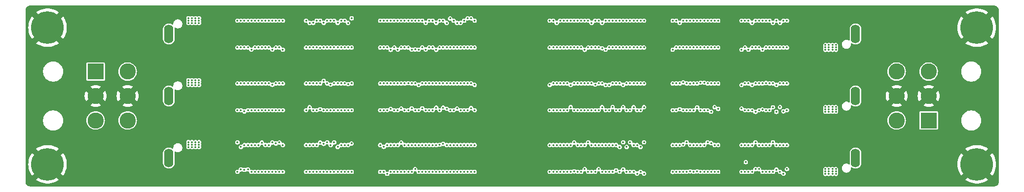
<source format=gbr>
%TF.GenerationSoftware,KiCad,Pcbnew,8.0.2*%
%TF.CreationDate,2024-05-21T15:52:10+02:00*%
%TF.ProjectId,HYDRA_VMM3_Adapter,48594452-415f-4564-9d4d-335f41646170,0*%
%TF.SameCoordinates,Original*%
%TF.FileFunction,Copper,L7,Inr*%
%TF.FilePolarity,Positive*%
%FSLAX46Y46*%
G04 Gerber Fmt 4.6, Leading zero omitted, Abs format (unit mm)*
G04 Created by KiCad (PCBNEW 8.0.2) date 2024-05-21 15:52:10*
%MOMM*%
%LPD*%
G01*
G04 APERTURE LIST*
%TA.AperFunction,ComponentPad*%
%ADD10C,5.600000*%
%TD*%
%TA.AperFunction,ComponentPad*%
%ADD11O,1.600000X3.200000*%
%TD*%
%TA.AperFunction,ComponentPad*%
%ADD12R,2.775000X2.775000*%
%TD*%
%TA.AperFunction,ComponentPad*%
%ADD13C,2.775000*%
%TD*%
%TA.AperFunction,ViaPad*%
%ADD14C,0.350000*%
%TD*%
G04 APERTURE END LIST*
D10*
%TO.N,GND*%
%TO.C,J10*%
X26925000Y-54520000D03*
%TD*%
%TO.N,GND*%
%TO.C,J7*%
X26925000Y-78020000D03*
%TD*%
%TO.N,GND*%
%TO.C,J8*%
X186425000Y-78020000D03*
%TD*%
%TO.N,GND*%
%TO.C,J9*%
X186425000Y-54520000D03*
%TD*%
D11*
%TO.N,N/C*%
%TO.C,J1*%
X165610000Y-55610000D03*
%TD*%
%TO.N,N/C*%
%TO.C,J6*%
X47740000Y-76930000D03*
%TD*%
D12*
%TO.N,P2A*%
%TO.C,Input_A1*%
X35175000Y-62070000D03*
D13*
%TO.N,GND*%
X35175000Y-66270000D03*
%TO.N,P1A*%
X35175000Y-70470000D03*
%TO.N,P2A*%
X40675000Y-62070000D03*
%TO.N,GND*%
X40675000Y-66270000D03*
%TO.N,P1A*%
X40675000Y-70470000D03*
%TD*%
D12*
%TO.N,P2B*%
%TO.C,Input_B1*%
X178175000Y-70470000D03*
D13*
%TO.N,GND*%
X178175000Y-66270000D03*
%TO.N,P1B*%
X178175000Y-62070000D03*
%TO.N,P2B*%
X172675000Y-70470000D03*
%TO.N,GND*%
X172675000Y-66270000D03*
%TO.N,P1B*%
X172675000Y-62070000D03*
%TD*%
D11*
%TO.N,N/C*%
%TO.C,J2*%
X165610000Y-66270000D03*
%TD*%
%TO.N,N/C*%
%TO.C,J4*%
X47740000Y-55610000D03*
%TD*%
%TO.N,N/C*%
%TO.C,J3*%
X165610000Y-76930000D03*
%TD*%
%TO.N,N/C*%
%TO.C,J5*%
X47740000Y-66270000D03*
%TD*%
D14*
%TO.N,GND*%
X134675000Y-76270000D03*
X132675000Y-76270000D03*
X130675000Y-76270000D03*
X128675000Y-76270000D03*
X126675000Y-76270000D03*
X124675000Y-76270000D03*
X122675000Y-76270000D03*
X148675000Y-72270000D03*
X146675000Y-72270000D03*
X144675000Y-72270000D03*
X142675000Y-72270000D03*
X140675000Y-72270000D03*
X138675000Y-72270000D03*
X136675000Y-72270000D03*
X132675000Y-72270000D03*
X130675000Y-72270000D03*
X128675000Y-72270000D03*
X126675000Y-72270000D03*
X124675000Y-72270000D03*
X136675000Y-66270000D03*
X138675000Y-66270000D03*
X134675000Y-66270000D03*
X132675000Y-66270000D03*
X130675000Y-66270000D03*
X128675000Y-66270000D03*
X126675000Y-66270000D03*
X124675000Y-66270000D03*
X122675000Y-66270000D03*
X116675000Y-66270000D03*
X114675000Y-66270000D03*
X112675000Y-66270000D03*
X110675000Y-66270000D03*
X132675000Y-60270000D03*
X130675000Y-60270000D03*
X128675000Y-60270000D03*
X126675000Y-60270000D03*
X124675000Y-60270000D03*
X122675000Y-60270000D03*
X120675000Y-60270000D03*
X118675000Y-60270000D03*
X116675000Y-60270000D03*
X110675000Y-60270000D03*
X108675000Y-60270000D03*
X142675000Y-56270000D03*
X140675000Y-56270000D03*
X138675000Y-56270000D03*
X136675000Y-56270000D03*
X134675000Y-56270000D03*
X132675000Y-56270000D03*
X130675000Y-56270000D03*
X128675000Y-56270000D03*
X126675000Y-56270000D03*
X124675000Y-56270000D03*
X122675000Y-56270000D03*
X120675000Y-56270000D03*
X103675000Y-76270000D03*
X88675000Y-76270000D03*
X72675000Y-76270000D03*
X74675000Y-76270000D03*
X82675000Y-76270000D03*
X64675000Y-72270000D03*
X66675000Y-72270000D03*
X68675000Y-72270000D03*
X70675000Y-72270000D03*
X72675000Y-72270000D03*
X74675000Y-72270000D03*
X76675000Y-72270000D03*
X78675000Y-72270000D03*
X80675000Y-72270000D03*
X82675000Y-72270000D03*
X84675000Y-72270000D03*
X86675000Y-72270000D03*
X88675000Y-72270000D03*
X90675000Y-72270000D03*
X94675000Y-70270000D03*
X96675000Y-70270000D03*
X98675000Y-70270000D03*
X100675000Y-70270000D03*
X102675000Y-70270000D03*
X104675000Y-70270000D03*
X102675000Y-66270000D03*
X100675000Y-66270000D03*
X98675000Y-66270000D03*
X96675000Y-66270000D03*
X94675000Y-66270000D03*
X92675000Y-66270000D03*
X90675000Y-66270000D03*
X88675000Y-66270000D03*
X86675000Y-66270000D03*
X84675000Y-66270000D03*
X82675000Y-66270000D03*
X80675000Y-66270000D03*
X104675000Y-60270000D03*
X102675000Y-60270000D03*
X100675000Y-60270000D03*
X98675000Y-60270000D03*
X96675000Y-60270000D03*
X94675000Y-60270000D03*
X92675000Y-60270000D03*
X90675000Y-60270000D03*
X88675000Y-60270000D03*
X86675000Y-60270000D03*
X84675000Y-60270000D03*
X82675000Y-60270000D03*
X80675000Y-60270000D03*
X82675000Y-54270000D03*
X88675000Y-56270000D03*
X86675000Y-56270000D03*
X84675000Y-56270000D03*
X82675000Y-56270000D03*
X80675000Y-56270000D03*
X78675000Y-56270000D03*
X76675000Y-56270000D03*
X74675000Y-56270000D03*
X72675000Y-56270000D03*
X70675000Y-56270000D03*
X68675000Y-56270000D03*
X66675000Y-56270000D03*
X64675000Y-56270000D03*
X106675000Y-80270000D03*
X106675000Y-78270000D03*
X106675000Y-76270000D03*
X106675000Y-74270000D03*
X106675000Y-72270000D03*
X106675000Y-70270000D03*
X106675000Y-68270000D03*
X106675000Y-66270000D03*
X106675000Y-64270000D03*
X106675000Y-62270000D03*
X106675000Y-60270000D03*
X106675000Y-58270000D03*
X106675000Y-56270000D03*
X106675000Y-54270000D03*
X106675000Y-52270000D03*
X37690000Y-80370000D03*
X37690000Y-80780000D03*
X35290000Y-80770000D03*
X40090000Y-80770000D03*
X38890000Y-80370000D03*
X34690000Y-80360000D03*
X37090000Y-79950000D03*
X35890000Y-80770000D03*
X40090000Y-79940000D03*
X38290000Y-80370000D03*
X38890000Y-79950000D03*
X39490000Y-80770000D03*
X36490000Y-80360000D03*
X39490000Y-80360000D03*
X37090000Y-80780000D03*
X35290000Y-79940000D03*
X35290000Y-80360000D03*
X34690000Y-80770000D03*
X39490000Y-79940000D03*
X35890000Y-79940000D03*
X38290000Y-79950000D03*
X37090000Y-80370000D03*
X35890000Y-80360000D03*
X36490000Y-79940000D03*
X36490000Y-80770000D03*
X38890000Y-80780000D03*
X37690000Y-79950000D03*
X40090000Y-80360000D03*
X34690000Y-79940000D03*
X38290000Y-80780000D03*
X35290000Y-54410000D03*
X36490000Y-54830000D03*
X34690000Y-54830000D03*
X37690000Y-54420000D03*
X36490000Y-54410000D03*
X39490000Y-55240000D03*
X39490000Y-54410000D03*
X34690000Y-55240000D03*
X38890000Y-54840000D03*
X38890000Y-55250000D03*
X38290000Y-54840000D03*
X35290000Y-54830000D03*
X40090000Y-54410000D03*
X40090000Y-54830000D03*
X38890000Y-54420000D03*
X38290000Y-54420000D03*
X37690000Y-54840000D03*
X35890000Y-55240000D03*
X35890000Y-54410000D03*
X38290000Y-55250000D03*
X37690000Y-55250000D03*
X35290000Y-55240000D03*
X34690000Y-54410000D03*
X36490000Y-55240000D03*
X37090000Y-54840000D03*
X39490000Y-54830000D03*
X35890000Y-54830000D03*
X40090000Y-55240000D03*
X37090000Y-55250000D03*
X37090000Y-54420000D03*
X37690000Y-77890000D03*
X38290000Y-78300000D03*
X35290000Y-77460000D03*
X38890000Y-77890000D03*
X37690000Y-78300000D03*
X40090000Y-77880000D03*
X36490000Y-78290000D03*
X38290000Y-77890000D03*
X34690000Y-77880000D03*
X37090000Y-78300000D03*
X37690000Y-77470000D03*
X37090000Y-77890000D03*
X39490000Y-78290000D03*
X35890000Y-78290000D03*
X40090000Y-77460000D03*
X35890000Y-77880000D03*
X37090000Y-77470000D03*
X34690000Y-78290000D03*
X34690000Y-77460000D03*
X38290000Y-77470000D03*
X35890000Y-77460000D03*
X38890000Y-78300000D03*
X38890000Y-77470000D03*
X40090000Y-78290000D03*
X39490000Y-77460000D03*
X35290000Y-78290000D03*
X39490000Y-77880000D03*
X35290000Y-77880000D03*
X36490000Y-77880000D03*
X36490000Y-77460000D03*
X38290000Y-51900000D03*
X39490000Y-51470000D03*
X36490000Y-52300000D03*
X35290000Y-51890000D03*
X37090000Y-52310000D03*
X40090000Y-51890000D03*
X37690000Y-51480000D03*
X38890000Y-51480000D03*
X34690000Y-51890000D03*
X35890000Y-51470000D03*
X35890000Y-51890000D03*
X39490000Y-51890000D03*
X37090000Y-51900000D03*
X36490000Y-51470000D03*
X36490000Y-51890000D03*
X35290000Y-52300000D03*
X37690000Y-51900000D03*
X34690000Y-52300000D03*
X38890000Y-51900000D03*
X37090000Y-51480000D03*
X40090000Y-52300000D03*
X37690000Y-52310000D03*
X38290000Y-52310000D03*
X35290000Y-51470000D03*
X38290000Y-51480000D03*
X35890000Y-52300000D03*
X38890000Y-52310000D03*
X39490000Y-52300000D03*
X34690000Y-51470000D03*
X40090000Y-51470000D03*
X175410000Y-79940000D03*
X173610000Y-79940000D03*
X174810000Y-80360000D03*
X177210000Y-79950000D03*
X177810000Y-80780000D03*
X176010000Y-80370000D03*
X176610000Y-79950000D03*
X177210000Y-80780000D03*
X176610000Y-80370000D03*
X176610000Y-80780000D03*
X174210000Y-79940000D03*
X173610000Y-80770000D03*
X177810000Y-80370000D03*
X174210000Y-80770000D03*
X174810000Y-80770000D03*
X179010000Y-79940000D03*
X179010000Y-80770000D03*
X175410000Y-80360000D03*
X177810000Y-79950000D03*
X173610000Y-80360000D03*
X178410000Y-80770000D03*
X177210000Y-80370000D03*
X176010000Y-80780000D03*
X178410000Y-80360000D03*
X179010000Y-80360000D03*
X176010000Y-79950000D03*
X178410000Y-79940000D03*
X175410000Y-80770000D03*
X174810000Y-79940000D03*
X174210000Y-80360000D03*
X175410000Y-77460000D03*
X173610000Y-77460000D03*
X174810000Y-77880000D03*
X177210000Y-77470000D03*
X177810000Y-78300000D03*
X176010000Y-77890000D03*
X176610000Y-77470000D03*
X177210000Y-78300000D03*
X176610000Y-77890000D03*
X176610000Y-78300000D03*
X174210000Y-77460000D03*
X173610000Y-78290000D03*
X177810000Y-77890000D03*
X174210000Y-78290000D03*
X174810000Y-78290000D03*
X179010000Y-77460000D03*
X179010000Y-78290000D03*
X175410000Y-77880000D03*
X177810000Y-77470000D03*
X173610000Y-77880000D03*
X178410000Y-78290000D03*
X177210000Y-77890000D03*
X176010000Y-78300000D03*
X178410000Y-77880000D03*
X179010000Y-77880000D03*
X176010000Y-77470000D03*
X178410000Y-77460000D03*
X175410000Y-78290000D03*
X174810000Y-77460000D03*
X174210000Y-77880000D03*
X175410000Y-54410000D03*
X173610000Y-54410000D03*
X174810000Y-54830000D03*
X177210000Y-54420000D03*
X177810000Y-55250000D03*
X176010000Y-54840000D03*
X176610000Y-54420000D03*
X177210000Y-55250000D03*
X176610000Y-54840000D03*
X176610000Y-55250000D03*
X174210000Y-54410000D03*
X173610000Y-55240000D03*
X177810000Y-54840000D03*
X174210000Y-55240000D03*
X174810000Y-55240000D03*
X179010000Y-54410000D03*
X179010000Y-55240000D03*
X175410000Y-54830000D03*
X177810000Y-54420000D03*
X173610000Y-54830000D03*
X178410000Y-55240000D03*
X177210000Y-54840000D03*
X176010000Y-55250000D03*
X178410000Y-54830000D03*
X179010000Y-54830000D03*
X176010000Y-54420000D03*
X178410000Y-54410000D03*
X175410000Y-55240000D03*
X174810000Y-54410000D03*
X174210000Y-54830000D03*
X175410000Y-51470000D03*
X173610000Y-51470000D03*
X174810000Y-51890000D03*
X177210000Y-51480000D03*
X177810000Y-52310000D03*
X176010000Y-51900000D03*
X176610000Y-51480000D03*
X177210000Y-52310000D03*
X176610000Y-51900000D03*
X176610000Y-52310000D03*
X174210000Y-51470000D03*
X173610000Y-52300000D03*
X177810000Y-51900000D03*
X174210000Y-52300000D03*
X174810000Y-52300000D03*
X179010000Y-51470000D03*
X179010000Y-52300000D03*
X175410000Y-51890000D03*
X177810000Y-51480000D03*
X173610000Y-51890000D03*
X178410000Y-52300000D03*
X177210000Y-51900000D03*
X176010000Y-52310000D03*
X178410000Y-51890000D03*
X179010000Y-51890000D03*
X176010000Y-51480000D03*
X178410000Y-51470000D03*
X175410000Y-52300000D03*
X174810000Y-51470000D03*
X174210000Y-51890000D03*
X58310000Y-58320000D03*
X58910000Y-57910000D03*
X57710000Y-57910000D03*
X57110000Y-57910000D03*
X58910000Y-58320000D03*
X58310000Y-57490000D03*
X58910000Y-57490000D03*
X57710000Y-58320000D03*
X58310000Y-57910000D03*
X57710000Y-57490000D03*
X57110000Y-58320000D03*
X57110000Y-57490000D03*
X58310000Y-68990000D03*
X58910000Y-68580000D03*
X57710000Y-68580000D03*
X57110000Y-68580000D03*
X58910000Y-68990000D03*
X58310000Y-68160000D03*
X58910000Y-68160000D03*
X57710000Y-68990000D03*
X58310000Y-68580000D03*
X57710000Y-68160000D03*
X57110000Y-68990000D03*
X57110000Y-68160000D03*
X58310000Y-79640000D03*
X58910000Y-79230000D03*
X57710000Y-79230000D03*
X57110000Y-79230000D03*
X58910000Y-79640000D03*
X58310000Y-78810000D03*
X58910000Y-78810000D03*
X57710000Y-79640000D03*
X58310000Y-79230000D03*
X57710000Y-78810000D03*
X57110000Y-79640000D03*
X57110000Y-78810000D03*
X156240000Y-74210000D03*
X154440000Y-74210000D03*
X155640000Y-74630000D03*
X155040000Y-74210000D03*
X154440000Y-75040000D03*
X155040000Y-75040000D03*
X155640000Y-75040000D03*
X156240000Y-74630000D03*
X154440000Y-74630000D03*
X156240000Y-75040000D03*
X155640000Y-74210000D03*
X155040000Y-74630000D03*
X156240000Y-63550000D03*
X154440000Y-63550000D03*
X155640000Y-63970000D03*
X155040000Y-63550000D03*
X154440000Y-64380000D03*
X155040000Y-64380000D03*
X155640000Y-64380000D03*
X156240000Y-63970000D03*
X154440000Y-63970000D03*
X156240000Y-64380000D03*
X155640000Y-63550000D03*
X155040000Y-63970000D03*
X156240000Y-52890000D03*
X154440000Y-52890000D03*
X155640000Y-53310000D03*
X155040000Y-52890000D03*
X154440000Y-53720000D03*
X155040000Y-53720000D03*
X155640000Y-53720000D03*
X156240000Y-53310000D03*
X154440000Y-53310000D03*
X156240000Y-53720000D03*
X155640000Y-52890000D03*
X155040000Y-53310000D03*
X159240000Y-57490000D03*
X156240000Y-58320000D03*
X155640000Y-57490000D03*
X154440000Y-58320000D03*
X155040000Y-57910000D03*
X159240000Y-57910000D03*
X155040000Y-58320000D03*
X156240000Y-57490000D03*
X159840000Y-58320000D03*
X159840000Y-57490000D03*
X154440000Y-57490000D03*
X156240000Y-57910000D03*
X159240000Y-58320000D03*
X159840000Y-57910000D03*
X155640000Y-58320000D03*
X155040000Y-57490000D03*
X154440000Y-57910000D03*
X155640000Y-57910000D03*
X156840000Y-58330000D03*
X156840000Y-57500000D03*
X157440000Y-57500000D03*
X158040000Y-57500000D03*
X157440000Y-58330000D03*
X158040000Y-58330000D03*
X158640000Y-57500000D03*
X158640000Y-58330000D03*
X158040000Y-57920000D03*
X156840000Y-57920000D03*
X158640000Y-57920000D03*
X157440000Y-57920000D03*
X159240000Y-68150000D03*
X156240000Y-68980000D03*
X155640000Y-68150000D03*
X154440000Y-68980000D03*
X155040000Y-68570000D03*
X159240000Y-68570000D03*
X155040000Y-68980000D03*
X156240000Y-68150000D03*
X159840000Y-68980000D03*
X159840000Y-68150000D03*
X154440000Y-68150000D03*
X156240000Y-68570000D03*
X159240000Y-68980000D03*
X159840000Y-68570000D03*
X155640000Y-68980000D03*
X155040000Y-68150000D03*
X154440000Y-68570000D03*
X155640000Y-68570000D03*
X156840000Y-68990000D03*
X156840000Y-68160000D03*
X157440000Y-68160000D03*
X158040000Y-68160000D03*
X157440000Y-68990000D03*
X158040000Y-68990000D03*
X158640000Y-68160000D03*
X158640000Y-68990000D03*
X158040000Y-68580000D03*
X156840000Y-68580000D03*
X158640000Y-68580000D03*
X157440000Y-68580000D03*
X159240000Y-78810000D03*
X156240000Y-79640000D03*
X155640000Y-78810000D03*
X154440000Y-79640000D03*
X155040000Y-79230000D03*
X159240000Y-79230000D03*
X155040000Y-79640000D03*
X156240000Y-78810000D03*
X159840000Y-79640000D03*
X159840000Y-78810000D03*
X154440000Y-78810000D03*
X156240000Y-79230000D03*
X159240000Y-79640000D03*
X159840000Y-79230000D03*
X155640000Y-79640000D03*
X155040000Y-78810000D03*
X154440000Y-79230000D03*
X155640000Y-79230000D03*
X156840000Y-79650000D03*
X156840000Y-78820000D03*
X157440000Y-78820000D03*
X158040000Y-78820000D03*
X157440000Y-79650000D03*
X158040000Y-79650000D03*
X158640000Y-78820000D03*
X158640000Y-79650000D03*
X158040000Y-79240000D03*
X156840000Y-79240000D03*
X158640000Y-79240000D03*
X157440000Y-79240000D03*
X58310000Y-74220000D03*
X55310000Y-75050000D03*
X54710000Y-74220000D03*
X53510000Y-75050000D03*
X54110000Y-74640000D03*
X58310000Y-74640000D03*
X54110000Y-75050000D03*
X55310000Y-74220000D03*
X58910000Y-75050000D03*
X58910000Y-74220000D03*
X53510000Y-74220000D03*
X55310000Y-74640000D03*
X58310000Y-75050000D03*
X58910000Y-74640000D03*
X54710000Y-75050000D03*
X54110000Y-74220000D03*
X53510000Y-74640000D03*
X54710000Y-74640000D03*
X55910000Y-75060000D03*
X55910000Y-74230000D03*
X56510000Y-74230000D03*
X57110000Y-74230000D03*
X56510000Y-75060000D03*
X57110000Y-75060000D03*
X57710000Y-74230000D03*
X57710000Y-75060000D03*
X57110000Y-74650000D03*
X55910000Y-74650000D03*
X57710000Y-74650000D03*
X56510000Y-74650000D03*
X58310000Y-63550000D03*
X55310000Y-64380000D03*
X54710000Y-63550000D03*
X53510000Y-64380000D03*
X54110000Y-63970000D03*
X58310000Y-63970000D03*
X54110000Y-64380000D03*
X55310000Y-63550000D03*
X58910000Y-64380000D03*
X58910000Y-63550000D03*
X53510000Y-63550000D03*
X55310000Y-63970000D03*
X58310000Y-64380000D03*
X58910000Y-63970000D03*
X54710000Y-64380000D03*
X54110000Y-63550000D03*
X53510000Y-63970000D03*
X54710000Y-63970000D03*
X55910000Y-64390000D03*
X55910000Y-63560000D03*
X56510000Y-63560000D03*
X57110000Y-63560000D03*
X56510000Y-64390000D03*
X57110000Y-64390000D03*
X57710000Y-63560000D03*
X57710000Y-64390000D03*
X57110000Y-63980000D03*
X55910000Y-63980000D03*
X57710000Y-63980000D03*
X56510000Y-63980000D03*
X58310000Y-52890000D03*
X58310000Y-53720000D03*
X58910000Y-52890000D03*
X58910000Y-53720000D03*
X58310000Y-53310000D03*
X58910000Y-53310000D03*
X57710000Y-53730000D03*
X56510000Y-53730000D03*
X55910000Y-53730000D03*
X57110000Y-53730000D03*
X57710000Y-52900000D03*
X56510000Y-52900000D03*
X55910000Y-52900000D03*
X57110000Y-52900000D03*
X56510000Y-53320000D03*
X55910000Y-53320000D03*
X57710000Y-53320000D03*
X57110000Y-53320000D03*
X55310000Y-53720000D03*
X54110000Y-53720000D03*
X53510000Y-53720000D03*
X54710000Y-53720000D03*
X55310000Y-52890000D03*
X54110000Y-52890000D03*
X53510000Y-52890000D03*
X54710000Y-52890000D03*
X54110000Y-53310000D03*
X53510000Y-53310000D03*
X55310000Y-53310000D03*
X54710000Y-53310000D03*
%TO.N,P1B*%
X162240000Y-58320000D03*
X161040000Y-58320000D03*
X160440000Y-58320000D03*
X161640000Y-58320000D03*
X162240000Y-57490000D03*
X161040000Y-57490000D03*
X160440000Y-57490000D03*
X161640000Y-57490000D03*
X161040000Y-57910000D03*
X160440000Y-57910000D03*
X162240000Y-57910000D03*
X161640000Y-57910000D03*
X162240000Y-68980000D03*
X161040000Y-68980000D03*
X160440000Y-68980000D03*
X161640000Y-68980000D03*
X162240000Y-68150000D03*
X161040000Y-68150000D03*
X160440000Y-68150000D03*
X161640000Y-68150000D03*
X161040000Y-68570000D03*
X160440000Y-68570000D03*
X162240000Y-68570000D03*
X161640000Y-68570000D03*
X162240000Y-79650000D03*
X161040000Y-79650000D03*
X160440000Y-79650000D03*
X161640000Y-79650000D03*
X162240000Y-78820000D03*
X161040000Y-78820000D03*
X160440000Y-78820000D03*
X161640000Y-78820000D03*
X161040000Y-79240000D03*
X160440000Y-79240000D03*
X162240000Y-79240000D03*
X161640000Y-79240000D03*
%TO.N,P1A*%
X52910000Y-53720000D03*
X51710000Y-53720000D03*
X51110000Y-53720000D03*
X52310000Y-53720000D03*
X52910000Y-52890000D03*
X51710000Y-52890000D03*
X51110000Y-52890000D03*
X52310000Y-52890000D03*
X51710000Y-53310000D03*
X51110000Y-53310000D03*
X52910000Y-53310000D03*
X52310000Y-53310000D03*
X52910000Y-64380000D03*
X51710000Y-64380000D03*
X51110000Y-64380000D03*
X52310000Y-64380000D03*
X52910000Y-63550000D03*
X51710000Y-63550000D03*
X51110000Y-63550000D03*
X52310000Y-63550000D03*
X51710000Y-63970000D03*
X51110000Y-63970000D03*
X52910000Y-63970000D03*
X52310000Y-63970000D03*
X51710000Y-75040000D03*
X51110000Y-75040000D03*
X52910000Y-75040000D03*
X52310000Y-75040000D03*
X52910000Y-74630000D03*
X51710000Y-74630000D03*
X51110000Y-74630000D03*
X52310000Y-74630000D03*
X52310000Y-74210000D03*
X51710000Y-74210000D03*
X52910000Y-74210000D03*
X51110000Y-74210000D03*
%TO.N,Col_3-Row_7*%
X61310000Y-64110000D03*
%TO.N,Col_4-Row_7*%
X62510000Y-64110000D03*
%TO.N,Col_2-Row_1*%
X59510000Y-53310000D03*
%TO.N,Col_15-Row_7*%
X87030000Y-64110000D03*
%TO.N,Col_9-Row_9*%
X75520000Y-68710000D03*
%TO.N,Col_11-Row_10*%
X84030000Y-68710000D03*
%TO.N,Col_22-Row_9*%
X99630000Y-68360000D03*
%TO.N,Col_2-Row_10*%
X60110000Y-68710000D03*
%TO.N,Col_13-Row_9*%
X87030000Y-68710000D03*
%TO.N,Col_18-Row_10*%
X95430000Y-68460000D03*
%TO.N,Col_3-Row_1*%
X61310000Y-53310000D03*
%TO.N,Col_3-Row_11*%
X62510000Y-68710000D03*
%TO.N,Col_19-Row_9*%
X96030000Y-68710000D03*
%TO.N,Col_2-Row_11*%
X60710000Y-68930000D03*
%TO.N,Col_8-Row_7*%
X67310000Y-64110000D03*
%TO.N,Col_3-Row_10*%
X61910000Y-68710000D03*
%TO.N,Col_19-Row_6*%
X94830000Y-64110000D03*
%TO.N,Col_3-Row_2*%
X61910000Y-53310000D03*
%TO.N,Col_20-Row_8*%
X95430000Y-64110000D03*
%TO.N,Col_5-Row_7*%
X63710000Y-64110000D03*
%TO.N,Col_22-Row_10*%
X100230000Y-68710000D03*
%TO.N,Col_22-Row_7*%
X99630000Y-64110000D03*
%TO.N,Col_15-Row_3*%
X91830000Y-53720000D03*
%TO.N,Col_15-Row_1*%
X90630000Y-53310000D03*
%TO.N,Col_8-Row_11*%
X74920000Y-68710000D03*
%TO.N,Col_14-Row_6*%
X85830000Y-64110000D03*
%TO.N,Col_12-Row_10*%
X85830000Y-68500000D03*
%TO.N,Col_12-Row_11*%
X86430000Y-68710000D03*
%TO.N,Col_7-Row_11*%
X73120000Y-68710000D03*
%TO.N,Col_16-Row_10*%
X93030000Y-68710000D03*
%TO.N,Col_13-Row_2*%
X87630000Y-53310000D03*
%TO.N,Col_17-Row_10*%
X94230000Y-68710000D03*
%TO.N,Col_8-Row_1*%
X73720000Y-53310000D03*
%TO.N,Col_12-Row_7*%
X77320000Y-64110000D03*
%TO.N,Col_19-Row_8*%
X93630000Y-64110000D03*
%TO.N,Col_21-Row_8*%
X97230000Y-64110000D03*
%TO.N,Col_8-Row_3*%
X74920000Y-53310000D03*
%TO.N,Col_8-Row_2*%
X74320000Y-53690000D03*
%TO.N,Col_8-Row_9*%
X73720000Y-68550000D03*
%TO.N,Col_13-Row_10*%
X87630000Y-68430000D03*
%TO.N,Col_11-Row_11*%
X84630000Y-68710000D03*
%TO.N,Col_5-Row_11*%
X66110000Y-68710000D03*
%TO.N,Col_4-Row_11*%
X64310000Y-68710000D03*
%TO.N,Col_9-Row_2*%
X76120000Y-53310000D03*
%TO.N,Col_22-Row_6*%
X100230000Y-64360000D03*
%TO.N,Col_11-Row_1*%
X79120000Y-52900000D03*
%TO.N,Col_7-Row_10*%
X72520000Y-68710000D03*
%TO.N,Col_12-Row_3*%
X86430000Y-53310000D03*
%TO.N,Col_9-Row_1*%
X75520000Y-53310000D03*
%TO.N,Col_18-Row_8*%
X91830000Y-64110000D03*
%TO.N,Col_11-Row_8*%
X74920000Y-64110000D03*
%TO.N,Col_4-Row_9*%
X63110000Y-68710000D03*
%TO.N,Col_7-Row_7*%
X66110000Y-64110000D03*
%TO.N,Col_17-Row_9*%
X93630000Y-68280000D03*
%TO.N,Col_9-Row_11*%
X76720000Y-68710000D03*
%TO.N,Col_10-Row_8*%
X73120000Y-64110000D03*
%TO.N,Col_16-Row_9*%
X92430000Y-68710000D03*
%TO.N,Col_17-Row_2*%
X94830000Y-53310000D03*
%TO.N,Col_7-Row_9*%
X71920000Y-68190000D03*
%TO.N,Col_16-Row_6*%
X89430000Y-64110000D03*
%TO.N,Col_6-Row_10*%
X67310000Y-68710000D03*
%TO.N,Col_2-Row_7*%
X60110000Y-64110000D03*
%TO.N,Col_10-Row_10*%
X77920000Y-68710000D03*
%TO.N,Col_12-Row_6*%
X77920000Y-64110000D03*
%TO.N,Col_15-Row_6*%
X87630000Y-64110000D03*
%TO.N,Col_3-Row_8*%
X60710000Y-64110000D03*
%TO.N,Col_8-Row_8*%
X66710000Y-64110000D03*
%TO.N,Col_17-Row_3*%
X95430000Y-53700000D03*
%TO.N,Col_14-Row_7*%
X85230000Y-64110000D03*
%TO.N,Col_21-Row_9*%
X98430000Y-68710000D03*
%TO.N,Col_21-Row_6*%
X98430000Y-64110000D03*
%TO.N,Col_9-Row_6*%
X72520000Y-64110000D03*
%TO.N,Col_16-Row_3*%
X93630000Y-53690000D03*
%TO.N,Col_2-Row_9*%
X59510000Y-68710000D03*
%TO.N,Col_14-Row_2*%
X89430000Y-53310000D03*
%TO.N,Col_18-Row_6*%
X93030000Y-64110000D03*
%TO.N,Col_19-Row_3*%
X99030000Y-52910000D03*
%TO.N,Col_14-Row_11*%
X90030000Y-68710000D03*
%TO.N,Col_16-Row_1*%
X92430000Y-53310000D03*
%TO.N,Col_18-Row_9*%
X94830000Y-68270000D03*
%TO.N,Col_18-Row_1*%
X96030000Y-52930000D03*
%TO.N,Col_21-Row_7*%
X97830000Y-64110000D03*
%TO.N,Col_9-Row_8*%
X71320000Y-64110000D03*
%TO.N,Col_17-Row_1*%
X94230000Y-53310000D03*
%TO.N,Col_21-Row_10*%
X99030000Y-68710000D03*
%TO.N,Col_10-Row_3*%
X78520000Y-53710000D03*
%TO.N,Col_12-Row_2*%
X85830000Y-53310000D03*
%TO.N,Col_9-Row_7*%
X71920000Y-64110000D03*
%TO.N,Col_16-Row_12*%
X88830000Y-74710000D03*
%TO.N,Col_3-Row_9*%
X61310000Y-68710000D03*
%TO.N,Col_19-Row_1*%
X97830000Y-53710000D03*
%TO.N,Col_15-Row_9*%
X90630000Y-68710000D03*
%TO.N,Col_5-Row_9*%
X64910000Y-68710000D03*
%TO.N,Col_16-Row_13*%
X88230000Y-74710000D03*
%TO.N,Col_11-Row_3*%
X84630000Y-53310000D03*
%TO.N,Col_15-Row_11*%
X91830000Y-68710000D03*
%TO.N,Col_6-Row_9*%
X66710000Y-68710000D03*
%TO.N,Col_18-Row_12*%
X92430000Y-74710000D03*
%TO.N,Col_20-Row_9*%
X97230000Y-68420000D03*
%TO.N,Col_16-Row_11*%
X89430000Y-74710000D03*
%TO.N,Col_13-Row_3*%
X88230000Y-53310000D03*
%TO.N,Col_17-Row_8*%
X90030000Y-64110000D03*
%TO.N,Col_14-Row_1*%
X88830000Y-53310000D03*
%TO.N,Col_6-Row_11*%
X71320000Y-68710000D03*
%TO.N,Col_10-Row_6*%
X74320000Y-63640000D03*
%TO.N,Col_20-Row_7*%
X96030000Y-64110000D03*
%TO.N,Col_21-Row_11*%
X98430000Y-74710000D03*
%TO.N,Col_8-Row_10*%
X74320000Y-68710000D03*
%TO.N,Col_17-Row_11*%
X91230000Y-74710000D03*
%TO.N,Col_9-Row_10*%
X76120000Y-68710000D03*
%TO.N,Col_18-Row_3*%
X97230000Y-53710000D03*
%TO.N,Col_12-Row_1*%
X85230000Y-53310000D03*
%TO.N,Col_12-Row_8*%
X76720000Y-64110000D03*
%TO.N,Col_14-Row_10*%
X89430000Y-68390000D03*
%TO.N,Col_17-Row_13*%
X90030000Y-74710000D03*
%TO.N,Col_14-Row_9*%
X88830000Y-68710000D03*
%TO.N,Col_22-Row_11*%
X100230000Y-74710000D03*
%TO.N,Col_11-Row_2*%
X84030000Y-53310000D03*
%TO.N,Col_22-Row_13*%
X99030000Y-74710000D03*
%TO.N,Col_10-Row_1*%
X77320000Y-53310000D03*
%TO.N,Col_20-Row_12*%
X96030000Y-74710000D03*
%TO.N,Col_4-Row_8*%
X61910000Y-64110000D03*
%TO.N,Col_16-Row_2*%
X93030000Y-53310000D03*
%TO.N,Col_15-Row_2*%
X91230000Y-53310000D03*
%TO.N,Col_16-Row_8*%
X88230000Y-64110000D03*
%TO.N,Col_12-Row_9*%
X85230000Y-68710000D03*
%TO.N,Col_4-Row_10*%
X63710000Y-68710000D03*
%TO.N,Col_18-Row_13*%
X91830000Y-74710000D03*
%TO.N,Col_15-Row_10*%
X91230000Y-68380000D03*
%TO.N,Col_10-Row_2*%
X77920000Y-53310000D03*
%TO.N,Col_20-Row_13*%
X95430000Y-74710000D03*
%TO.N,Col_18-Row_2*%
X96630000Y-53310000D03*
%TO.N,Col_13-Row_8*%
X78520000Y-64220000D03*
%TO.N,Col_5-Row_8*%
X63110000Y-64110000D03*
%TO.N,Col_11-Row_6*%
X76120000Y-64110000D03*
%TO.N,Col_17-Row_7*%
X90630000Y-64370000D03*
%TO.N,Col_10-Row_7*%
X73720000Y-64110000D03*
%TO.N,Col_14-Row_3*%
X90030000Y-53310000D03*
%TO.N,Col_19-Row_13*%
X93630000Y-74710000D03*
%TO.N,Col_22-Row_12*%
X99630000Y-74710000D03*
%TO.N,Col_6-Row_7*%
X64910000Y-64110000D03*
%TO.N,Col_15-Row_8*%
X86430000Y-64110000D03*
%TO.N,Col_19-Row_2*%
X98430000Y-53310000D03*
%TO.N,Col_13-Row_6*%
X84030000Y-64110000D03*
%TO.N,Col_7-Row_8*%
X65510000Y-64340000D03*
%TO.N,Col_14-Row_8*%
X84630000Y-64110000D03*
%TO.N,Col_16-Row_7*%
X88830000Y-64070000D03*
%TO.N,Col_21-Row_12*%
X97830000Y-74710000D03*
%TO.N,Col_13-Row_1*%
X87030000Y-53310000D03*
%TO.N,Col_10-Row_11*%
X78520000Y-68710000D03*
%TO.N,Col_17-Row_6*%
X91230000Y-64110000D03*
%TO.N,Col_19-Row_12*%
X94230000Y-74650000D03*
%TO.N,Col_10-Row_9*%
X77320000Y-68710000D03*
%TO.N,Col_20-Row_6*%
X96630000Y-64110000D03*
%TO.N,Col_21-Row_13*%
X97230000Y-74710000D03*
%TO.N,Col_2-Row_8*%
X59510000Y-64110000D03*
%TO.N,Col_20-Row_10*%
X97830000Y-68710000D03*
%TO.N,Col_5-Row_10*%
X65510000Y-68710000D03*
%TO.N,Col_22-Row_8*%
X99030000Y-64110000D03*
%TO.N,Col_21-Row_3*%
X97230000Y-57910000D03*
%TO.N,Col_19-Row_7*%
X94230000Y-64110000D03*
%TO.N,Col_17-Row_12*%
X90630000Y-74710000D03*
%TO.N,Col_11-Row_7*%
X75520000Y-64310000D03*
%TO.N,Col_11-Row_9*%
X79120000Y-68710000D03*
%TO.N,Col_19-Row_11*%
X94830000Y-74490000D03*
%TO.N,Col_13-Row_11*%
X88230000Y-68710000D03*
%TO.N,Col_20-Row_11*%
X96630000Y-74710000D03*
%TO.N,Col_19-Row_10*%
X96630000Y-68710000D03*
%TO.N,Col_18-Row_7*%
X92430000Y-64110000D03*
%TO.N,Col_21-Row_1*%
X96030000Y-57910000D03*
%TO.N,Col_6-Row_8*%
X64310000Y-64110000D03*
%TO.N,Col_13-Row_7*%
X79120000Y-64110000D03*
%TO.N,Col_18-Row_11*%
X93030000Y-74710000D03*
%TO.N,Col_39-Row_7*%
X149040000Y-64110000D03*
%TO.N,Col_40-Row_10*%
X147840000Y-68710000D03*
%TO.N,Col_27-Row_9*%
X117920000Y-68710000D03*
%TO.N,Col_39-Row_10*%
X146040000Y-68410000D03*
%TO.N,Col_30-Row_9*%
X121520000Y-68710000D03*
%TO.N,Col_28-Row_7*%
X122720000Y-64370000D03*
%TO.N,Col_27-Row_8*%
X120320000Y-64110000D03*
%TO.N,Col_38-Row_11*%
X141430000Y-68170000D03*
%TO.N,Col_43-Row_7*%
X153840000Y-64110000D03*
%TO.N,Col_42-Row_10*%
X151440000Y-68200000D03*
%TO.N,Col_37-Row_8*%
X146040000Y-64370000D03*
%TO.N,Col_38-Row_8*%
X147240000Y-64110000D03*
%TO.N,Col_32-Row_9*%
X125120000Y-68710000D03*
%TO.N,Col_29-Row_8*%
X123920000Y-64110000D03*
%TO.N,Col_36-Row_9*%
X136630000Y-68710000D03*
%TO.N,Col_27-Row_7*%
X120920000Y-64310000D03*
%TO.N,Col_25-Row_9*%
X115520000Y-68710000D03*
%TO.N,Col_31-Row_9*%
X123320000Y-68710000D03*
%TO.N,Col_40-Row_11*%
X148440000Y-68990000D03*
%TO.N,Col_35-Row_10*%
X135430000Y-68540000D03*
%TO.N,Col_28-Row_6*%
X123320000Y-64370000D03*
%TO.N,Col_25-Row_8*%
X116720000Y-64380000D03*
%TO.N,Col_42-Row_9*%
X150840000Y-68710000D03*
%TO.N,Col_27-Row_10*%
X118520000Y-68710000D03*
%TO.N,Col_40-Row_7*%
X150240000Y-64040000D03*
%TO.N,Col_34-Row_8*%
X137230000Y-64130000D03*
%TO.N,Col_38-Row_9*%
X140230000Y-68710000D03*
%TO.N,Col_42-Row_11*%
X152040000Y-68990000D03*
%TO.N,Col_41-Row_4*%
X150240000Y-57910000D03*
%TO.N,Col_32-Row_8*%
X129320000Y-64110000D03*
%TO.N,Col_25-Row_7*%
X117320000Y-64110000D03*
%TO.N,Col_29-Row_10*%
X120920000Y-68710000D03*
%TO.N,Col_32-Row_7*%
X134230000Y-64110000D03*
%TO.N,Col_40-Row_9*%
X147240000Y-68710000D03*
%TO.N,Col_34-Row_10*%
X129320000Y-68190000D03*
%TO.N,Col_38-Row_7*%
X147840000Y-64370000D03*
%TO.N,Col_30-Row_11*%
X122720000Y-68710000D03*
%TO.N,Col_43-Row_11*%
X153840000Y-68710000D03*
%TO.N,Col_38-Row_10*%
X140830000Y-68970000D03*
%TO.N,Col_34-Row_11*%
X134230000Y-68710000D03*
%TO.N,Col_33-Row_9*%
X126920000Y-68710000D03*
%TO.N,Col_42-Row_8*%
X152040000Y-64370000D03*
%TO.N,Col_25-Row_6*%
X117920000Y-64110000D03*
%TO.N,Col_39-Row_8*%
X148440000Y-64110000D03*
%TO.N,Col_33-Row_10*%
X127520000Y-68180000D03*
%TO.N,Col_36-Row_10*%
X137230000Y-68710000D03*
%TO.N,Col_26-Row_8*%
X118520000Y-64110000D03*
%TO.N,Col_35-Row_8*%
X139030000Y-63970000D03*
%TO.N,Col_33-Row_8*%
X135430000Y-64110000D03*
%TO.N,Col_30-Row_6*%
X126920000Y-64110000D03*
%TO.N,Col_37-Row_9*%
X138430000Y-68200000D03*
%TO.N,Col_41-Row_9*%
X149040000Y-68710000D03*
%TO.N,Col_23-Row_8*%
X113120000Y-64360000D03*
%TO.N,Col_39-Row_9*%
X142030000Y-68480000D03*
%TO.N,Col_43-Row_3*%
X152640000Y-53710000D03*
%TO.N,Col_29-Row_7*%
X124520000Y-64110000D03*
%TO.N,Col_35-Row_11*%
X136030000Y-68710000D03*
%TO.N,Col_27-Row_6*%
X121520000Y-64110000D03*
%TO.N,Col_31-Row_6*%
X128720000Y-64110000D03*
%TO.N,Col_42-Row_7*%
X152640000Y-64110000D03*
%TO.N,Col_24-Row_10*%
X114920000Y-68710000D03*
%TO.N,Col_30-Row_7*%
X126320000Y-64110000D03*
%TO.N,Col_39-Row_6*%
X142030000Y-57910000D03*
%TO.N,Col_36-Row_6*%
X142030000Y-64110000D03*
%TO.N,Col_31-Row_10*%
X123920000Y-68170000D03*
%TO.N,Col_41-Row_7*%
X151440000Y-64110000D03*
%TO.N,Col_26-Row_7*%
X119120000Y-64110000D03*
%TO.N,Col_37-Row_11*%
X139630000Y-68710000D03*
%TO.N,Col_24-Row_9*%
X114320000Y-68710000D03*
%TO.N,Col_31-Row_8*%
X127520000Y-64110000D03*
%TO.N,Col_41-Row_8*%
X150840000Y-64110000D03*
%TO.N,Col_30-Row_8*%
X125720000Y-64370000D03*
%TO.N,Col_43-Row_5*%
X153240000Y-57910000D03*
%TO.N,Col_33-Row_6*%
X136630000Y-64110000D03*
%TO.N,Col_43-Row_4*%
X153840000Y-57910000D03*
%TO.N,Col_43-Row_8*%
X153240000Y-64110000D03*
%TO.N,Col_31-Row_11*%
X124520000Y-68710000D03*
%TO.N,Col_35-Row_9*%
X134830000Y-68710000D03*
%TO.N,Col_32-Row_10*%
X125720000Y-68160000D03*
%TO.N,Col_43-Row_9*%
X152640000Y-68170000D03*
%TO.N,Col_31-Row_7*%
X128120000Y-64110000D03*
%TO.N,Col_43-Row_10*%
X153240000Y-68900000D03*
%TO.N,Col_40-Row_6*%
X147240000Y-58310000D03*
%TO.N,Col_23-Row_9*%
X113120000Y-68710000D03*
%TO.N,Col_39-Row_3*%
X141430000Y-53310000D03*
%TO.N,Col_36-Row_8*%
X140830000Y-64110000D03*
%TO.N,Col_33-Row_7*%
X136030707Y-63923690D03*
%TO.N,Col_35-Row_7*%
X139630000Y-63970000D03*
%TO.N,Col_34-Row_7*%
X137830000Y-64110000D03*
%TO.N,Col_39-Row_1*%
X146640000Y-53310000D03*
%TO.N,Col_30-Row_10*%
X122120000Y-68180000D03*
%TO.N,Col_35-Row_6*%
X140230000Y-64110000D03*
%TO.N,Col_34-Row_6*%
X138430000Y-64110000D03*
%TO.N,Col_39-Row_11*%
X146640000Y-68710000D03*
%TO.N,Col_37-Row_7*%
X146640000Y-64110000D03*
%TO.N,Col_26-Row_9*%
X116721000Y-68180000D03*
%TO.N,Col_43-Row_1*%
X153840000Y-53310000D03*
%TO.N,Col_23-Row_6*%
X114320000Y-64110000D03*
%TO.N,Col_23-Row_7*%
X113720000Y-64110000D03*
%TO.N,Col_41-Row_10*%
X149640000Y-68570000D03*
%TO.N,Col_33-Row_11*%
X128120000Y-68710000D03*
%TO.N,Col_40-Row_3*%
X147240000Y-53310000D03*
%TO.N,Col_26-Row_10*%
X117320000Y-68710000D03*
%TO.N,Col_26-Row_6*%
X119720000Y-64110000D03*
%TO.N,Col_41-Row_2*%
X149640000Y-53310000D03*
%TO.N,Col_28-Row_9*%
X119120000Y-68710000D03*
%TO.N,Col_25-Row_10*%
X116120000Y-68710000D03*
%TO.N,Col_37-Row_10*%
X139030000Y-68710000D03*
%TO.N,Col_42-Row_4*%
X152040000Y-57910000D03*
%TO.N,Col_40-Row_8*%
X149640000Y-64110000D03*
%TO.N,Col_40-Row_4*%
X148440000Y-57910000D03*
%TO.N,Col_24-Row_6*%
X116120000Y-64110000D03*
%TO.N,Col_28-Row_10*%
X119720000Y-68710000D03*
%TO.N,Col_32-Row_6*%
X134830000Y-64110000D03*
%TO.N,Col_23-Row_10*%
X113720000Y-68710000D03*
%TO.N,Col_29-Row_6*%
X125120000Y-64110000D03*
%TO.N,Col_41-Row_11*%
X150240000Y-68710000D03*
%TO.N,Col_43-Row_2*%
X153240000Y-53310000D03*
%TO.N,Col_24-Row_7*%
X115520000Y-64110000D03*
%TO.N,Col_32-Row_11*%
X126320000Y-68710000D03*
%TO.N,Col_37-Row_1*%
X139630000Y-53310000D03*
%TO.N,Col_24-Row_8*%
X114920000Y-64110000D03*
%TO.N,Col_37-Row_6*%
X138430000Y-57910000D03*
%TO.N,Col_28-Row_8*%
X122120000Y-64110000D03*
%TO.N,Col_38-Row_2*%
X140830000Y-53310000D03*
%TO.N,Col_41-Row_3*%
X149040000Y-53310000D03*
%TO.N,Col_36-Row_11*%
X137830000Y-68710000D03*
%TO.N,Col_42-Row_3*%
X150840000Y-53310000D03*
%TO.N,Col_29-Row_9*%
X120320000Y-68710000D03*
%TO.N,Col_36-Row_7*%
X141430000Y-64110000D03*
%TO.N,Col_34-Row_9*%
X128720000Y-68710000D03*
%TO.N,Col_40-Row_5*%
X147840000Y-57910000D03*
%TO.N,Col_40-Row_1*%
X148440000Y-53310000D03*
%TO.N,Col_40-Row_2*%
X147840000Y-53720000D03*
%TO.N,Col_37-Row_2*%
X139030000Y-53310000D03*
%TO.N,Col_38-Row_4*%
X141430000Y-57910000D03*
%TO.N,Col_38-Row_3*%
X140230000Y-53310000D03*
%TO.N,Col_39-Row_4*%
X146640000Y-57910000D03*
%TO.N,Col_42-Row_5*%
X151440000Y-57910000D03*
%TO.N,Col_42-Row_6*%
X150840000Y-57910000D03*
%TO.N,Col_37-Row_4*%
X139630000Y-57910000D03*
%TO.N,Col_37-Row_5*%
X139030000Y-57910000D03*
%TO.N,Col_38-Row_1*%
X142030000Y-53310000D03*
%TO.N,Col_39-Row_5*%
X146040000Y-58310000D03*
%TO.N,Col_39-Row_2*%
X146040000Y-53310000D03*
%TO.N,Col_42-Row_1*%
X152040000Y-53310000D03*
%TO.N,Col_41-Row_1*%
X150240000Y-53310000D03*
%TO.N,Col_37-Row_3*%
X138430000Y-53310000D03*
%TO.N,Col_42-Row_2*%
X151440000Y-53700000D03*
%TO.N,Col_41-Row_6*%
X149040000Y-57910000D03*
%TO.N,Col_43-Row_6*%
X152640000Y-57910000D03*
%TO.N,Col_38-Row_6*%
X140230000Y-57910000D03*
%TO.N,Col_41-Row_5*%
X149640000Y-58310000D03*
%TO.N,Col_38-Row_5*%
X140830000Y-57910000D03*
%TO.N,Col_23-Row_1*%
X114320000Y-57910000D03*
%TO.N,Col_25-Row_2*%
X113120000Y-53310000D03*
%TO.N,Col_31-Row_4*%
X126920000Y-57910000D03*
%TO.N,Col_23-Row_5*%
X115520000Y-57910000D03*
%TO.N,Col_30-Row_5*%
X126320000Y-57910000D03*
%TO.N,Col_25-Row_3*%
X119720000Y-57910000D03*
%TO.N,Col_27-Row_2*%
X116720000Y-53310000D03*
%TO.N,Col_25-Row_5*%
X120320000Y-57910000D03*
%TO.N,Col_24-Row_1*%
X117320000Y-57910000D03*
%TO.N,Col_24-Row_5*%
X118520000Y-57910000D03*
%TO.N,Col_34-Row_1*%
X134230000Y-53310000D03*
%TO.N,Col_30-Row_1*%
X122720000Y-53310000D03*
%TO.N,Col_36-Row_3*%
X136630000Y-53310000D03*
%TO.N,Col_35-Row_4*%
X136030000Y-57910000D03*
%TO.N,Col_32-Row_3*%
X125120000Y-53310000D03*
%TO.N,Col_23-Row_4*%
X114920000Y-57910000D03*
%TO.N,Col_33-Row_2*%
X127520000Y-53310000D03*
%TO.N,Col_26-Row_2*%
X114920000Y-53310000D03*
%TO.N,Col_28-Row_1*%
X119120000Y-53310000D03*
%TO.N,Col_32-Row_1*%
X126320000Y-53310000D03*
%TO.N,Col_28-Row_2*%
X118520000Y-53310000D03*
%TO.N,Col_33-Row_5*%
X134230000Y-58310000D03*
%TO.N,Col_29-Row_5*%
X125120000Y-57910000D03*
%TO.N,Col_24-Row_2*%
X116720000Y-57910000D03*
%TO.N,Col_36-Row_1*%
X137830000Y-53310000D03*
%TO.N,Col_36-Row_4*%
X137230000Y-57910000D03*
%TO.N,Col_35-Row_1*%
X136030000Y-53310000D03*
%TO.N,Col_27-Row_1*%
X117320000Y-53310000D03*
%TO.N,Col_34-Row_3*%
X128720000Y-53310000D03*
%TO.N,Col_33-Row_4*%
X129320000Y-57910000D03*
%TO.N,Col_30-Row_4*%
X125720000Y-57910000D03*
%TO.N,Col_29-Row_1*%
X120920000Y-53310000D03*
%TO.N,Col_29-Row_2*%
X120320000Y-53710000D03*
%TO.N,Col_35-Row_5*%
X136630000Y-57910000D03*
%TO.N,Col_30-Row_3*%
X121520000Y-53310000D03*
%TO.N,Col_32-Row_5*%
X128720000Y-57910000D03*
%TO.N,Col_35-Row_2*%
X135430000Y-53710000D03*
%TO.N,Col_34-Row_5*%
X135430000Y-57910000D03*
%TO.N,Col_27-Row_4*%
X122120000Y-58060000D03*
%TO.N,Col_23-Row_3*%
X113120000Y-57910000D03*
%TO.N,Col_34-Row_2*%
X129320000Y-53310000D03*
%TO.N,Col_32-Row_2*%
X125720000Y-53310000D03*
%TO.N,Col_26-Row_3*%
X114320000Y-53710000D03*
%TO.N,Col_31-Row_3*%
X123320000Y-53310000D03*
%TO.N,Col_28-Row_3*%
X117920000Y-53310000D03*
%TO.N,Col_30-Row_2*%
X122120000Y-53720000D03*
%TO.N,Col_28-Row_4*%
X123320000Y-57910000D03*
%TO.N,Col_29-Row_3*%
X119720000Y-53310000D03*
%TO.N,Col_31-Row_2*%
X123920000Y-53310000D03*
%TO.N,Col_31-Row_5*%
X127520000Y-57910000D03*
%TO.N,Col_33-Row_1*%
X128120000Y-53310000D03*
%TO.N,Col_36-Row_5*%
X137830000Y-57910000D03*
%TO.N,Col_23-Row_2*%
X113720000Y-57910000D03*
%TO.N,Col_26-Row_1*%
X115520000Y-53310000D03*
%TO.N,Col_26-Row_5*%
X121520000Y-57910000D03*
%TO.N,Col_25-Row_1*%
X113720000Y-53310000D03*
%TO.N,Col_25-Row_4*%
X119120000Y-58320000D03*
%TO.N,Col_35-Row_3*%
X134830000Y-53310000D03*
%TO.N,Col_36-Row_2*%
X137230000Y-53310000D03*
%TO.N,Col_24-Row_4*%
X117920000Y-57910000D03*
%TO.N,Col_28-Row_5*%
X123920000Y-57910000D03*
%TO.N,Col_27-Row_5*%
X122720000Y-58310000D03*
%TO.N,Col_32-Row_4*%
X128120000Y-57910000D03*
%TO.N,Col_31-Row_1*%
X124520000Y-53310000D03*
%TO.N,Col_27-Row_3*%
X116120000Y-53310000D03*
%TO.N,Col_33-Row_3*%
X126920000Y-53310000D03*
%TO.N,Col_26-Row_4*%
X120920000Y-57910000D03*
%TO.N,Col_34-Row_4*%
X134830000Y-57910000D03*
%TO.N,Col_24-Row_3*%
X116120000Y-57910000D03*
%TO.N,Col_29-Row_4*%
X124520000Y-57910000D03*
%TO.N,Col_21-Row_2*%
X96630000Y-57910000D03*
%TO.N,Col_9-Row_3*%
X76720000Y-53690000D03*
%TO.N,Col_2-Row_2*%
X60110000Y-53310000D03*
%TO.N,Col_20-Row_2*%
X100230000Y-53310000D03*
%TO.N,Col_20-Row_1*%
X99629293Y-52910000D03*
%TO.N,Col_20-Row_3*%
X93629000Y-58320000D03*
%TO.N,Col_22-Row_3*%
X100230000Y-57910000D03*
%TO.N,Col_22-Row_1*%
X99030000Y-57910000D03*
%TO.N,Col_22-Row_2*%
X99630000Y-57910000D03*
%TO.N,Col_5-Row_1*%
X64910000Y-53310000D03*
%TO.N,Col_4-Row_1*%
X63110000Y-53310000D03*
%TO.N,Col_6-Row_1*%
X66710000Y-53310000D03*
%TO.N,Col_20-Row_5*%
X93030000Y-57910000D03*
%TO.N,Col_21-Row_5*%
X94830000Y-57910000D03*
%TO.N,Col_5-Row_2*%
X65510000Y-53310000D03*
%TO.N,Col_6-Row_2*%
X67310000Y-53310000D03*
%TO.N,Col_22-Row_5*%
X97830000Y-57910000D03*
%TO.N,Col_13-Row_13*%
X84630000Y-75010000D03*
%TO.N,Col_15-Row_12*%
X87630000Y-74260000D03*
%TO.N,Col_7-Row_12*%
X73720000Y-74280000D03*
%TO.N,Col_15-Row_13*%
X87030000Y-74710000D03*
%TO.N,Col_9-Row_12*%
X76119293Y-74240000D03*
%TO.N,Col_6-Row_12*%
X72520000Y-74710000D03*
%TO.N,Col_2-Row_12*%
X64310000Y-74710000D03*
%TO.N,Col_11-Row_13*%
X77920000Y-74710000D03*
%TO.N,Col_7-Row_13*%
X73120000Y-74710000D03*
%TO.N,Col_9-Row_13*%
X75520000Y-74710000D03*
%TO.N,Col_10-Row_12*%
X77320000Y-74710000D03*
%TO.N,Col_13-Row_12*%
X85230000Y-74710000D03*
%TO.N,Col_8-Row_13*%
X74320000Y-74500000D03*
%TO.N,Col_5-Row_13*%
X67310000Y-74710000D03*
%TO.N,Col_14-Row_12*%
X86430000Y-74710000D03*
%TO.N,Col_3-Row_13*%
X64910000Y-74710000D03*
%TO.N,Col_6-Row_13*%
X71920000Y-74710000D03*
%TO.N,Col_8-Row_12*%
X74920000Y-74230000D03*
%TO.N,Col_12-Row_12*%
X84030000Y-74710000D03*
%TO.N,Col_3-Row_12*%
X65510000Y-74250000D03*
%TO.N,Col_4-Row_13*%
X66110000Y-74420000D03*
%TO.N,Col_4-Row_12*%
X66710000Y-74260000D03*
%TO.N,Col_11-Row_12*%
X78520000Y-74710000D03*
%TO.N,Col_14-Row_13*%
X85830000Y-74710000D03*
%TO.N,Col_5-Row_12*%
X71320000Y-74710000D03*
%TO.N,Col_12-Row_13*%
X79119000Y-74430000D03*
%TO.N,Col_2-Row_13*%
X63710000Y-74280000D03*
%TO.N,Col_10-Row_13*%
X76720000Y-75030000D03*
%TO.N,Col_15-Row_15*%
X87030000Y-79310000D03*
%TO.N,Col_14-Row_14*%
X84630000Y-79310000D03*
%TO.N,Col_5-Row_15*%
X61310000Y-78870000D03*
%TO.N,Col_15-Row_14*%
X86430000Y-79310000D03*
%TO.N,Col_14-Row_15*%
X85230000Y-79640000D03*
%TO.N,Col_18-Row_14*%
X91830000Y-79310000D03*
%TO.N,Col_4-Row_16*%
X60110000Y-78890000D03*
%TO.N,Col_11-Row_16*%
X76120000Y-79310000D03*
%TO.N,Col_12-Row_15*%
X77320000Y-79310000D03*
%TO.N,Col_6-Row_16*%
X63710000Y-79310000D03*
%TO.N,Col_19-Row_16*%
X94830000Y-79310000D03*
%TO.N,Col_20-Row_15*%
X96030000Y-79310000D03*
%TO.N,Col_12-Row_16*%
X77920000Y-79310000D03*
%TO.N,Col_3-Row_14*%
X61310000Y-74710000D03*
%TO.N,Col_18-Row_15*%
X92430000Y-79310000D03*
%TO.N,Col_22-Row_14*%
X99030000Y-79310000D03*
%TO.N,Col_5-Row_16*%
X61910000Y-79310000D03*
%TO.N,Col_22-Row_15*%
X99630000Y-79310000D03*
%TO.N,Col_2-Row_16*%
X60710000Y-74710000D03*
%TO.N,Col_21-Row_14*%
X97230000Y-79310000D03*
%TO.N,Col_4-Row_15*%
X59510000Y-79310000D03*
%TO.N,Col_8-Row_16*%
X67310000Y-79310000D03*
%TO.N,Col_21-Row_15*%
X97830000Y-79310000D03*
%TO.N,Col_5-Row_14*%
X60710000Y-78970000D03*
%TO.N,Col_9-Row_15*%
X71920000Y-79310000D03*
%TO.N,Col_15-Row_16*%
X87630000Y-79310000D03*
%TO.N,Col_7-Row_14*%
X64310000Y-79310000D03*
%TO.N,Col_8-Row_15*%
X66710000Y-79310000D03*
%TO.N,Col_2-Row_15*%
X60110000Y-75030000D03*
%TO.N,Col_7-Row_15*%
X64910000Y-79310000D03*
%TO.N,Col_2-Row_14*%
X59510000Y-74240000D03*
%TO.N,Col_16-Row_16*%
X89430000Y-79310000D03*
%TO.N,Col_17-Row_16*%
X91230000Y-79310000D03*
%TO.N,Col_22-Row_16*%
X100230000Y-79310000D03*
%TO.N,Col_19-Row_14*%
X93630000Y-79310000D03*
%TO.N,Col_3-Row_16*%
X62510000Y-74710000D03*
%TO.N,Col_11-Row_15*%
X75520000Y-79310000D03*
%TO.N,Col_12-Row_14*%
X76720000Y-79310000D03*
%TO.N,Col_7-Row_16*%
X65510000Y-79310000D03*
%TO.N,Col_9-Row_14*%
X71320000Y-79310000D03*
%TO.N,Col_21-Row_16*%
X98430000Y-79310000D03*
%TO.N,Col_13-Row_15*%
X79120000Y-79310000D03*
%TO.N,Col_11-Row_14*%
X74920000Y-79310000D03*
%TO.N,Col_10-Row_15*%
X73720000Y-79310000D03*
%TO.N,Col_9-Row_16*%
X72520000Y-79310000D03*
%TO.N,Col_17-Row_15*%
X90630000Y-79310000D03*
%TO.N,Col_3-Row_15*%
X61910000Y-74710000D03*
%TO.N,Col_4-Row_2*%
X63710000Y-53310000D03*
%TO.N,Col_2-Row_3*%
X60710000Y-53310000D03*
%TO.N,Col_3-Row_3*%
X62510000Y-53310000D03*
%TO.N,Col_5-Row_3*%
X66110000Y-53310000D03*
%TO.N,Col_6-Row_3*%
X71920000Y-53720000D03*
%TO.N,Col_4-Row_3*%
X64310000Y-53310000D03*
%TO.N,Col_7-Row_2*%
X72520000Y-53690000D03*
%TO.N,Col_7-Row_3*%
X73120000Y-53310000D03*
%TO.N,Col_7-Row_1*%
X71320000Y-53310000D03*
%TO.N,Col_20-Row_4*%
X94230000Y-57910000D03*
%TO.N,Col_21-Row_4*%
X95430000Y-57910000D03*
%TO.N,Col_22-Row_4*%
X98430000Y-57910000D03*
%TO.N,Col_19-Row_5*%
X91830000Y-58280000D03*
%TO.N,Col_16-Row_5*%
X88230000Y-57910000D03*
%TO.N,Col_17-Row_5*%
X89430000Y-58300000D03*
%TO.N,Col_19-Row_4*%
X92430000Y-57910000D03*
%TO.N,Col_13-Row_4*%
X85230000Y-57910000D03*
%TO.N,Col_17-Row_4*%
X90030000Y-58250000D03*
%TO.N,Col_13-Row_5*%
X84630000Y-57910000D03*
%TO.N,Col_18-Row_5*%
X90630000Y-58310000D03*
%TO.N,Col_14-Row_4*%
X86430000Y-57910000D03*
%TO.N,Col_18-Row_4*%
X91230000Y-57910000D03*
%TO.N,Col_15-Row_4*%
X87630000Y-57910000D03*
%TO.N,Col_16-Row_4*%
X88830000Y-57910000D03*
%TO.N,Col_15-Row_5*%
X87029293Y-58300000D03*
%TO.N,Col_14-Row_5*%
X85830000Y-58320000D03*
%TO.N,Col_9-Row_5*%
X75520000Y-57910000D03*
%TO.N,Col_11-Row_4*%
X78520000Y-57910000D03*
%TO.N,Col_12-Row_5*%
X79120000Y-57910000D03*
%TO.N,Col_10-Row_5*%
X76720000Y-57910000D03*
%TO.N,Col_9-Row_4*%
X76120000Y-57910000D03*
%TO.N,Col_10-Row_4*%
X77320000Y-57910000D03*
%TO.N,Col_12-Row_4*%
X84030000Y-57910000D03*
%TO.N,Col_11-Row_5*%
X77920000Y-57910000D03*
%TO.N,Col_2-Row_5*%
X60110000Y-57910000D03*
%TO.N,Col_3-Row_4*%
X61310000Y-57910000D03*
%TO.N,Col_8-Row_5*%
X74320000Y-57910000D03*
%TO.N,Col_7-Row_4*%
X71920000Y-57910000D03*
%TO.N,Col_2-Row_6*%
X60710000Y-57910000D03*
%TO.N,Col_6-Row_4*%
X66710000Y-57910000D03*
%TO.N,Col_7-Row_5*%
X72520000Y-57910000D03*
%TO.N,Col_6-Row_6*%
X71320000Y-57910000D03*
%TO.N,Col_4-Row_4*%
X63110000Y-57910000D03*
%TO.N,Col_3-Row_5*%
X61910000Y-58300000D03*
%TO.N,Col_8-Row_4*%
X73720000Y-57950000D03*
%TO.N,Col_5-Row_6*%
X66110000Y-57910000D03*
%TO.N,Col_5-Row_4*%
X64910000Y-57910000D03*
%TO.N,Col_5-Row_5*%
X65510000Y-58300000D03*
%TO.N,Col_3-Row_6*%
X62510000Y-57910000D03*
%TO.N,Col_4-Row_5*%
X63710000Y-57910000D03*
%TO.N,Col_7-Row_6*%
X73120000Y-57910000D03*
%TO.N,Col_8-Row_6*%
X74920000Y-57910000D03*
%TO.N,Col_2-Row_4*%
X59510000Y-57910000D03*
%TO.N,Col_4-Row_6*%
X64310000Y-57910000D03*
%TO.N,Col_6-Row_5*%
X67310000Y-58310000D03*
%TO.N,Col_8-Row_14*%
X66110000Y-79310000D03*
%TO.N,Col_6-Row_15*%
X63110000Y-79310000D03*
%TO.N,Col_20-Row_14*%
X95430000Y-79310000D03*
%TO.N,Col_13-Row_16*%
X84030000Y-79310000D03*
%TO.N,Col_10-Row_14*%
X73120000Y-79310000D03*
%TO.N,Col_6-Row_14*%
X62510000Y-79310000D03*
%TO.N,Col_18-Row_16*%
X93030000Y-79310000D03*
%TO.N,Col_16-Row_15*%
X88830000Y-79310000D03*
%TO.N,Col_10-Row_16*%
X74320000Y-79310000D03*
%TO.N,Col_4-Row_14*%
X63110000Y-74710000D03*
%TO.N,Col_16-Row_14*%
X88230000Y-79310000D03*
%TO.N,Col_19-Row_15*%
X94230000Y-79310000D03*
%TO.N,Col_13-Row_14*%
X78520000Y-79310000D03*
%TO.N,Col_20-Row_16*%
X96630000Y-79310000D03*
%TO.N,Col_14-Row_16*%
X85830000Y-79310000D03*
%TO.N,Col_17-Row_14*%
X90030000Y-78830000D03*
%TO.N,Col_32-Row_13*%
X128720000Y-75030000D03*
%TO.N,Col_36-Row_13*%
X137830000Y-74710000D03*
%TO.N,Col_27-Row_12*%
X120920000Y-74710000D03*
%TO.N,Col_29-Row_11*%
X123920000Y-74710000D03*
%TO.N,Col_32-Row_12*%
X128120000Y-74710000D03*
%TO.N,Col_35-Row_12*%
X136030000Y-74630000D03*
%TO.N,Col_23-Row_15*%
X113720000Y-79310000D03*
%TO.N,Col_31-Row_12*%
X126920000Y-74220000D03*
%TO.N,Col_33-Row_13*%
X134230000Y-74710000D03*
%TO.N,Col_26-Row_11*%
X118520000Y-74710000D03*
%TO.N,Col_36-Row_12*%
X137230000Y-74710000D03*
%TO.N,Col_42-Row_13*%
X148440000Y-74230000D03*
%TO.N,Col_38-Row_13*%
X140230000Y-74230000D03*
%TO.N,Col_23-Row_13*%
X114320000Y-74710000D03*
%TO.N,Col_41-Row_13*%
X147240000Y-74710000D03*
%TO.N,Col_43-Row_12*%
X149040000Y-74710000D03*
%TO.N,Col_39-Row_13*%
X141430000Y-74710000D03*
%TO.N,Col_24-Row_13*%
X116120000Y-74710000D03*
%TO.N,Col_33-Row_12*%
X129320000Y-74220000D03*
%TO.N,Col_34-Row_12*%
X134830000Y-74710000D03*
%TO.N,Col_25-Row_13*%
X117920000Y-74710000D03*
%TO.N,Col_24-Row_11*%
X114920000Y-74710000D03*
%TO.N,Col_29-Row_13*%
X125120000Y-75040000D03*
%TO.N,Col_25-Row_11*%
X116720000Y-74710000D03*
%TO.N,Col_42-Row_12*%
X147840000Y-74710000D03*
%TO.N,Col_38-Row_12*%
X139630000Y-74710000D03*
%TO.N,Col_28-Row_13*%
X123320000Y-74710000D03*
%TO.N,Col_37-Row_13*%
X139030000Y-74710000D03*
%TO.N,Col_28-Row_11*%
X122120000Y-74710000D03*
%TO.N,Col_29-Row_12*%
X124520000Y-74710000D03*
%TO.N,Col_34-Row_13*%
X135430000Y-74710000D03*
%TO.N,Col_40-Row_12*%
X142030000Y-74710000D03*
%TO.N,Col_39-Row_12*%
X140830000Y-74360000D03*
%TO.N,Col_40-Row_13*%
X146040000Y-74710000D03*
%TO.N,Col_23-Row_16*%
X113120000Y-79310000D03*
%TO.N,Col_41-Row_12*%
X146640000Y-74710000D03*
%TO.N,Col_27-Row_11*%
X120320000Y-74710000D03*
%TO.N,Col_27-Row_13*%
X121520000Y-74710000D03*
%TO.N,Col_23-Row_11*%
X113120000Y-74710000D03*
%TO.N,Col_31-Row_13*%
X127520000Y-74710000D03*
%TO.N,Col_35-Row_13*%
X136630707Y-74230000D03*
%TO.N,Col_30-Row_13*%
X126320000Y-75030000D03*
%TO.N,Col_26-Row_13*%
X119720000Y-74230000D03*
%TO.N,Col_28-Row_12*%
X122720000Y-74710000D03*
%TO.N,Col_26-Row_12*%
X119120000Y-74710000D03*
%TO.N,Col_37-Row_12*%
X138430000Y-74710000D03*
%TO.N,Col_24-Row_12*%
X115520000Y-74710000D03*
%TO.N,Col_25-Row_12*%
X117320000Y-74270000D03*
%TO.N,Col_23-Row_14*%
X114320000Y-79310000D03*
%TO.N,Col_43-Row_13*%
X149640000Y-74710000D03*
%TO.N,Col_23-Row_12*%
X113720000Y-74710000D03*
%TO.N,Col_30-Row_12*%
X125720000Y-74220000D03*
%TO.N,Col_41-Row_16*%
X153240000Y-79630000D03*
%TO.N,Col_36-Row_15*%
X141430000Y-79310000D03*
%TO.N,Col_41-Row_14*%
X150240000Y-74710000D03*
%TO.N,Col_30-Row_14*%
X126920000Y-79310000D03*
%TO.N,Col_33-Row_14*%
X136630000Y-79310000D03*
%TO.N,Col_27-Row_14*%
X121520000Y-78830000D03*
%TO.N,Col_27-Row_16*%
X120320000Y-79310000D03*
%TO.N,Col_34-Row_14*%
X138430000Y-79230000D03*
%TO.N,Col_36-Row_14*%
X142030000Y-79310000D03*
%TO.N,Col_40-Row_14*%
X152640000Y-79310000D03*
%TO.N,Col_37-Row_14*%
X147240000Y-79310000D03*
%TO.N,Col_32-Row_14*%
X134830000Y-79310000D03*
%TO.N,Col_30-Row_15*%
X126320000Y-79310000D03*
%TO.N,Col_30-Row_16*%
X125720000Y-78880000D03*
%TO.N,Col_37-Row_16*%
X146040000Y-79310000D03*
%TO.N,Col_28-Row_15*%
X122720000Y-79310000D03*
%TO.N,Col_34-Row_15*%
X137830000Y-79310000D03*
%TO.N,Col_42-Row_14*%
X152040000Y-74710000D03*
%TO.N,Col_29-Row_16*%
X123920000Y-79310000D03*
%TO.N,Col_42-Row_15*%
X151440000Y-74230000D03*
%TO.N,Col_37-Row_15*%
X146640000Y-79310000D03*
%TO.N,Col_39-Row_15*%
X146780000Y-77632100D03*
X150240000Y-79310000D03*
%TO.N,Col_26-Row_16*%
X118520000Y-79310000D03*
%TO.N,Col_36-Row_16*%
X140830000Y-79310000D03*
%TO.N,Col_31-Row_15*%
X128120000Y-79620000D03*
%TO.N,Col_25-Row_15*%
X117320000Y-79230000D03*
%TO.N,Col_24-Row_15*%
X115520000Y-79310000D03*
%TO.N,Col_38-Row_15*%
X148440000Y-78840000D03*
%TO.N,Col_24-Row_14*%
X116120000Y-79310000D03*
%TO.N,Col_29-Row_14*%
X125120000Y-79310000D03*
%TO.N,Col_31-Row_16*%
X127520000Y-79310000D03*
%TO.N,Col_35-Row_15*%
X139630000Y-79310000D03*
%TO.N,Col_35-Row_14*%
X140230000Y-79310000D03*
%TO.N,Col_31-Row_14*%
X128720000Y-79310000D03*
%TO.N,Col_29-Row_15*%
X124520000Y-79060000D03*
%TO.N,Col_28-Row_16*%
X122120000Y-79310000D03*
%TO.N,Col_40-Row_15*%
X152040000Y-78930000D03*
%TO.N,Col_39-Row_14*%
X150840000Y-79310000D03*
%TO.N,Col_43-Row_15*%
X153240000Y-74710000D03*
%TO.N,Col_25-Row_14*%
X117920000Y-79310000D03*
%TO.N,Col_24-Row_16*%
X114920000Y-79310000D03*
%TO.N,Col_32-Row_16*%
X129320000Y-79620000D03*
%TO.N,Col_38-Row_14*%
X149040000Y-78840000D03*
%TO.N,Col_32-Row_15*%
X134230000Y-79320000D03*
%TO.N,Col_26-Row_14*%
X119720000Y-79310000D03*
%TO.N,Col_33-Row_16*%
X135430000Y-79310000D03*
%TO.N,Col_26-Row_15*%
X119120000Y-78830000D03*
%TO.N,Col_34-Row_16*%
X137230000Y-79230000D03*
%TO.N,Col_40-Row_16*%
X151440000Y-79310000D03*
%TO.N,Col_42-Row_16*%
X150840000Y-74710000D03*
%TO.N,Col_39-Row_16*%
X149640000Y-79310000D03*
%TO.N,Col_41-Row_15*%
X153840000Y-78820000D03*
%TO.N,Col_43-Row_14*%
X153840000Y-74710000D03*
%TO.N,Col_38-Row_16*%
X147840000Y-79310000D03*
%TO.N,Col_28-Row_14*%
X123320000Y-79310000D03*
%TO.N,Col_43-Row_16*%
X152640000Y-74710000D03*
%TO.N,Col_33-Row_15*%
X136030000Y-79310000D03*
%TO.N,Col_25-Row_16*%
X116720000Y-79310000D03*
%TO.N,Col_35-Row_16*%
X139030000Y-79310000D03*
%TO.N,Col_27-Row_15*%
X120920000Y-79310000D03*
%TD*%
%TA.AperFunction,Conductor*%
%TO.N,GND*%
G36*
X189429842Y-50720977D02*
G01*
X189489184Y-50726821D01*
X189571271Y-50734906D01*
X189590302Y-50738691D01*
X189721628Y-50778528D01*
X189739551Y-50785953D01*
X189860581Y-50850645D01*
X189876710Y-50861421D01*
X189952196Y-50923371D01*
X189982794Y-50948482D01*
X189996517Y-50962205D01*
X190076092Y-51059168D01*
X190083575Y-51068285D01*
X190094357Y-51084422D01*
X190159045Y-51205445D01*
X190166472Y-51223375D01*
X190206307Y-51354694D01*
X190210093Y-51373728D01*
X190224023Y-51515156D01*
X190224500Y-51524860D01*
X190224500Y-81015139D01*
X190224023Y-81024843D01*
X190210093Y-81166271D01*
X190206307Y-81185305D01*
X190166472Y-81316624D01*
X190159045Y-81334554D01*
X190094357Y-81455577D01*
X190083575Y-81471714D01*
X189996517Y-81577794D01*
X189982794Y-81591517D01*
X189876714Y-81678575D01*
X189860577Y-81689357D01*
X189739554Y-81754045D01*
X189721624Y-81761472D01*
X189590305Y-81801307D01*
X189571271Y-81805093D01*
X189429843Y-81819023D01*
X189420139Y-81819500D01*
X23929861Y-81819500D01*
X23920157Y-81819023D01*
X23778728Y-81805093D01*
X23759694Y-81801307D01*
X23628375Y-81761472D01*
X23610445Y-81754045D01*
X23489422Y-81689357D01*
X23473287Y-81678576D01*
X23420245Y-81635046D01*
X23367205Y-81591517D01*
X23353482Y-81577794D01*
X23328371Y-81547196D01*
X23266421Y-81471710D01*
X23255645Y-81455581D01*
X23190953Y-81334551D01*
X23183527Y-81316624D01*
X23178823Y-81301118D01*
X23143691Y-81185302D01*
X23139906Y-81166270D01*
X23125977Y-81024842D01*
X23125500Y-81015139D01*
X23125500Y-78020000D01*
X23620153Y-78020000D01*
X23639525Y-78377317D01*
X23697418Y-78730449D01*
X23793146Y-79075229D01*
X23793148Y-79075234D01*
X23925604Y-79407673D01*
X24093217Y-79723826D01*
X24263264Y-79974627D01*
X25496728Y-78741162D01*
X25556557Y-78858583D01*
X25704588Y-79062330D01*
X25882670Y-79240412D01*
X26086417Y-79388443D01*
X26203834Y-79448270D01*
X24971712Y-80680393D01*
X25070358Y-80755382D01*
X25070363Y-80755385D01*
X25376980Y-80939871D01*
X25701744Y-81090123D01*
X26040868Y-81204387D01*
X26390330Y-81281310D01*
X26390329Y-81281310D01*
X26746078Y-81320000D01*
X27103922Y-81320000D01*
X27459670Y-81281310D01*
X27809130Y-81204387D01*
X27809132Y-81204387D01*
X28148255Y-81090123D01*
X28473019Y-80939871D01*
X28779633Y-80755387D01*
X28779644Y-80755380D01*
X28878286Y-80680393D01*
X27646164Y-79448271D01*
X27763583Y-79388443D01*
X27967330Y-79240412D01*
X28145412Y-79062330D01*
X28293443Y-78858583D01*
X28353271Y-78741164D01*
X29586734Y-79974627D01*
X29756784Y-79723822D01*
X29924395Y-79407673D01*
X29963312Y-79310000D01*
X59129819Y-79310000D01*
X59148143Y-79425698D01*
X59148426Y-79427481D01*
X59148428Y-79427488D01*
X59201942Y-79532514D01*
X59202427Y-79533465D01*
X59286535Y-79617573D01*
X59286537Y-79617574D01*
X59392511Y-79671571D01*
X59392513Y-79671571D01*
X59392518Y-79671574D01*
X59510000Y-79690181D01*
X59627482Y-79671574D01*
X59628560Y-79671025D01*
X59669825Y-79649999D01*
X59733465Y-79617573D01*
X59817573Y-79533465D01*
X59871574Y-79427482D01*
X59886226Y-79334970D01*
X59914002Y-79280456D01*
X59968518Y-79252678D01*
X59999489Y-79252678D01*
X60110000Y-79270181D01*
X60227482Y-79251574D01*
X60317784Y-79205562D01*
X60378215Y-79195992D01*
X60432731Y-79223769D01*
X60486535Y-79277573D01*
X60486537Y-79277574D01*
X60592511Y-79331571D01*
X60592513Y-79331571D01*
X60592518Y-79331574D01*
X60710000Y-79350181D01*
X60827482Y-79331574D01*
X60933465Y-79277573D01*
X61000519Y-79210518D01*
X61055033Y-79182742D01*
X61115463Y-79192312D01*
X61192518Y-79231574D01*
X61293936Y-79247636D01*
X61309999Y-79250181D01*
X61309999Y-79250180D01*
X61310000Y-79250181D01*
X61417416Y-79233168D01*
X61477848Y-79242739D01*
X61521113Y-79286004D01*
X61530684Y-79315462D01*
X61548143Y-79425698D01*
X61548426Y-79427481D01*
X61548428Y-79427488D01*
X61601942Y-79532514D01*
X61602427Y-79533465D01*
X61686535Y-79617573D01*
X61686537Y-79617574D01*
X61792511Y-79671571D01*
X61792513Y-79671571D01*
X61792518Y-79671574D01*
X61910000Y-79690181D01*
X62027482Y-79671574D01*
X62028560Y-79671025D01*
X62069825Y-79649999D01*
X62133465Y-79617573D01*
X62139998Y-79611039D01*
X62194513Y-79583264D01*
X62254945Y-79592835D01*
X62280000Y-79611038D01*
X62286535Y-79617573D01*
X62286537Y-79617574D01*
X62392511Y-79671571D01*
X62392513Y-79671571D01*
X62392518Y-79671574D01*
X62510000Y-79690181D01*
X62627482Y-79671574D01*
X62628560Y-79671025D01*
X62669825Y-79649999D01*
X62733465Y-79617573D01*
X62739998Y-79611039D01*
X62794513Y-79583264D01*
X62854945Y-79592835D01*
X62880000Y-79611038D01*
X62886535Y-79617573D01*
X62886537Y-79617574D01*
X62992511Y-79671571D01*
X62992513Y-79671571D01*
X62992518Y-79671574D01*
X63110000Y-79690181D01*
X63227482Y-79671574D01*
X63228560Y-79671025D01*
X63269825Y-79649999D01*
X63333465Y-79617573D01*
X63339998Y-79611039D01*
X63394513Y-79583264D01*
X63454945Y-79592835D01*
X63480000Y-79611038D01*
X63486535Y-79617573D01*
X63486537Y-79617574D01*
X63592511Y-79671571D01*
X63592513Y-79671571D01*
X63592518Y-79671574D01*
X63710000Y-79690181D01*
X63827482Y-79671574D01*
X63828560Y-79671025D01*
X63869825Y-79649999D01*
X63933465Y-79617573D01*
X63939998Y-79611039D01*
X63994513Y-79583264D01*
X64054945Y-79592835D01*
X64080000Y-79611038D01*
X64086535Y-79617573D01*
X64086537Y-79617574D01*
X64192511Y-79671571D01*
X64192513Y-79671571D01*
X64192518Y-79671574D01*
X64310000Y-79690181D01*
X64427482Y-79671574D01*
X64428560Y-79671025D01*
X64469825Y-79649999D01*
X64533465Y-79617573D01*
X64539998Y-79611039D01*
X64594513Y-79583264D01*
X64654945Y-79592835D01*
X64680000Y-79611038D01*
X64686535Y-79617573D01*
X64686537Y-79617574D01*
X64792511Y-79671571D01*
X64792513Y-79671571D01*
X64792518Y-79671574D01*
X64910000Y-79690181D01*
X65027482Y-79671574D01*
X65028560Y-79671025D01*
X65069825Y-79649999D01*
X65133465Y-79617573D01*
X65139998Y-79611039D01*
X65194513Y-79583264D01*
X65254945Y-79592835D01*
X65280000Y-79611038D01*
X65286535Y-79617573D01*
X65286537Y-79617574D01*
X65392511Y-79671571D01*
X65392513Y-79671571D01*
X65392518Y-79671574D01*
X65510000Y-79690181D01*
X65627482Y-79671574D01*
X65628560Y-79671025D01*
X65669825Y-79649999D01*
X65733465Y-79617573D01*
X65739998Y-79611039D01*
X65794513Y-79583264D01*
X65854945Y-79592835D01*
X65880000Y-79611038D01*
X65886535Y-79617573D01*
X65886537Y-79617574D01*
X65992511Y-79671571D01*
X65992513Y-79671571D01*
X65992518Y-79671574D01*
X66110000Y-79690181D01*
X66227482Y-79671574D01*
X66228560Y-79671025D01*
X66269825Y-79649999D01*
X66333465Y-79617573D01*
X66339998Y-79611039D01*
X66394513Y-79583264D01*
X66454945Y-79592835D01*
X66480000Y-79611038D01*
X66486535Y-79617573D01*
X66486537Y-79617574D01*
X66592511Y-79671571D01*
X66592513Y-79671571D01*
X66592518Y-79671574D01*
X66710000Y-79690181D01*
X66827482Y-79671574D01*
X66828560Y-79671025D01*
X66869825Y-79649999D01*
X66933465Y-79617573D01*
X66939998Y-79611039D01*
X66994513Y-79583264D01*
X67054945Y-79592835D01*
X67080000Y-79611038D01*
X67086535Y-79617573D01*
X67086537Y-79617574D01*
X67192511Y-79671571D01*
X67192513Y-79671571D01*
X67192518Y-79671574D01*
X67310000Y-79690181D01*
X67427482Y-79671574D01*
X67428560Y-79671025D01*
X67469825Y-79649999D01*
X67533465Y-79617573D01*
X67617573Y-79533465D01*
X67671574Y-79427482D01*
X67690181Y-79310000D01*
X70939819Y-79310000D01*
X70958143Y-79425698D01*
X70958426Y-79427481D01*
X70958428Y-79427488D01*
X71011942Y-79532514D01*
X71012427Y-79533465D01*
X71096535Y-79617573D01*
X71096537Y-79617574D01*
X71202511Y-79671571D01*
X71202513Y-79671571D01*
X71202518Y-79671574D01*
X71320000Y-79690181D01*
X71437482Y-79671574D01*
X71438560Y-79671025D01*
X71479825Y-79649999D01*
X71543465Y-79617573D01*
X71549998Y-79611039D01*
X71604513Y-79583264D01*
X71664945Y-79592835D01*
X71690000Y-79611038D01*
X71696535Y-79617573D01*
X71696537Y-79617574D01*
X71802511Y-79671571D01*
X71802513Y-79671571D01*
X71802518Y-79671574D01*
X71920000Y-79690181D01*
X72037482Y-79671574D01*
X72038560Y-79671025D01*
X72079825Y-79649999D01*
X72143465Y-79617573D01*
X72149998Y-79611039D01*
X72204513Y-79583264D01*
X72264945Y-79592835D01*
X72290000Y-79611038D01*
X72296535Y-79617573D01*
X72296537Y-79617574D01*
X72402511Y-79671571D01*
X72402513Y-79671571D01*
X72402518Y-79671574D01*
X72520000Y-79690181D01*
X72637482Y-79671574D01*
X72638560Y-79671025D01*
X72679825Y-79649999D01*
X72743465Y-79617573D01*
X72749998Y-79611039D01*
X72804513Y-79583264D01*
X72864945Y-79592835D01*
X72890000Y-79611038D01*
X72896535Y-79617573D01*
X72896537Y-79617574D01*
X73002511Y-79671571D01*
X73002513Y-79671571D01*
X73002518Y-79671574D01*
X73120000Y-79690181D01*
X73237482Y-79671574D01*
X73238560Y-79671025D01*
X73279825Y-79649999D01*
X73343465Y-79617573D01*
X73349998Y-79611039D01*
X73404513Y-79583264D01*
X73464945Y-79592835D01*
X73490000Y-79611038D01*
X73496535Y-79617573D01*
X73496537Y-79617574D01*
X73602511Y-79671571D01*
X73602513Y-79671571D01*
X73602518Y-79671574D01*
X73720000Y-79690181D01*
X73837482Y-79671574D01*
X73838560Y-79671025D01*
X73879825Y-79649999D01*
X73943465Y-79617573D01*
X73949998Y-79611039D01*
X74004513Y-79583264D01*
X74064945Y-79592835D01*
X74090000Y-79611038D01*
X74096535Y-79617573D01*
X74096537Y-79617574D01*
X74202511Y-79671571D01*
X74202513Y-79671571D01*
X74202518Y-79671574D01*
X74320000Y-79690181D01*
X74437482Y-79671574D01*
X74438560Y-79671025D01*
X74479825Y-79649999D01*
X74543465Y-79617573D01*
X74549998Y-79611039D01*
X74604513Y-79583264D01*
X74664945Y-79592835D01*
X74690000Y-79611038D01*
X74696535Y-79617573D01*
X74696537Y-79617574D01*
X74802511Y-79671571D01*
X74802513Y-79671571D01*
X74802518Y-79671574D01*
X74920000Y-79690181D01*
X75037482Y-79671574D01*
X75038560Y-79671025D01*
X75079825Y-79649999D01*
X75143465Y-79617573D01*
X75149998Y-79611039D01*
X75204513Y-79583264D01*
X75264945Y-79592835D01*
X75290000Y-79611038D01*
X75296535Y-79617573D01*
X75296537Y-79617574D01*
X75402511Y-79671571D01*
X75402513Y-79671571D01*
X75402518Y-79671574D01*
X75520000Y-79690181D01*
X75637482Y-79671574D01*
X75638560Y-79671025D01*
X75679825Y-79649999D01*
X75743465Y-79617573D01*
X75749998Y-79611039D01*
X75804513Y-79583264D01*
X75864945Y-79592835D01*
X75890000Y-79611038D01*
X75896535Y-79617573D01*
X75896537Y-79617574D01*
X76002511Y-79671571D01*
X76002513Y-79671571D01*
X76002518Y-79671574D01*
X76120000Y-79690181D01*
X76237482Y-79671574D01*
X76238560Y-79671025D01*
X76279825Y-79649999D01*
X76343465Y-79617573D01*
X76349998Y-79611039D01*
X76404513Y-79583264D01*
X76464945Y-79592835D01*
X76490000Y-79611038D01*
X76496535Y-79617573D01*
X76496537Y-79617574D01*
X76602511Y-79671571D01*
X76602513Y-79671571D01*
X76602518Y-79671574D01*
X76720000Y-79690181D01*
X76837482Y-79671574D01*
X76838560Y-79671025D01*
X76879825Y-79649999D01*
X76943465Y-79617573D01*
X76949998Y-79611039D01*
X77004513Y-79583264D01*
X77064945Y-79592835D01*
X77090000Y-79611038D01*
X77096535Y-79617573D01*
X77096537Y-79617574D01*
X77202511Y-79671571D01*
X77202513Y-79671571D01*
X77202518Y-79671574D01*
X77320000Y-79690181D01*
X77437482Y-79671574D01*
X77438560Y-79671025D01*
X77479825Y-79649999D01*
X77543465Y-79617573D01*
X77549998Y-79611039D01*
X77604513Y-79583264D01*
X77664945Y-79592835D01*
X77690000Y-79611038D01*
X77696535Y-79617573D01*
X77696537Y-79617574D01*
X77802511Y-79671571D01*
X77802513Y-79671571D01*
X77802518Y-79671574D01*
X77920000Y-79690181D01*
X78037482Y-79671574D01*
X78038560Y-79671025D01*
X78079825Y-79649999D01*
X78143465Y-79617573D01*
X78149998Y-79611039D01*
X78204513Y-79583264D01*
X78264945Y-79592835D01*
X78290000Y-79611038D01*
X78296535Y-79617573D01*
X78296537Y-79617574D01*
X78402511Y-79671571D01*
X78402513Y-79671571D01*
X78402518Y-79671574D01*
X78520000Y-79690181D01*
X78637482Y-79671574D01*
X78638560Y-79671025D01*
X78679825Y-79649999D01*
X78743465Y-79617573D01*
X78749998Y-79611039D01*
X78804513Y-79583264D01*
X78864945Y-79592835D01*
X78890000Y-79611038D01*
X78896535Y-79617573D01*
X78896537Y-79617574D01*
X79002511Y-79671571D01*
X79002513Y-79671571D01*
X79002518Y-79671574D01*
X79120000Y-79690181D01*
X79237482Y-79671574D01*
X79238560Y-79671025D01*
X79279825Y-79649999D01*
X79343465Y-79617573D01*
X79427573Y-79533465D01*
X79481574Y-79427482D01*
X79500181Y-79310000D01*
X83649819Y-79310000D01*
X83668143Y-79425698D01*
X83668426Y-79427481D01*
X83668428Y-79427488D01*
X83721942Y-79532514D01*
X83722427Y-79533465D01*
X83806535Y-79617573D01*
X83806537Y-79617574D01*
X83912511Y-79671571D01*
X83912513Y-79671571D01*
X83912518Y-79671574D01*
X84030000Y-79690181D01*
X84147482Y-79671574D01*
X84148560Y-79671025D01*
X84189825Y-79649999D01*
X84253465Y-79617573D01*
X84259998Y-79611039D01*
X84314513Y-79583264D01*
X84374945Y-79592835D01*
X84400000Y-79611038D01*
X84406535Y-79617573D01*
X84406537Y-79617574D01*
X84512511Y-79671571D01*
X84512513Y-79671571D01*
X84512518Y-79671574D01*
X84609821Y-79686985D01*
X84629999Y-79690181D01*
X84629999Y-79690180D01*
X84630000Y-79690181D01*
X84747482Y-79671574D01*
X84747483Y-79671573D01*
X84754411Y-79670476D01*
X84814843Y-79680047D01*
X84858108Y-79723312D01*
X84867678Y-79752763D01*
X84868425Y-79757478D01*
X84868428Y-79757488D01*
X84922425Y-79863462D01*
X84922427Y-79863465D01*
X85006535Y-79947573D01*
X85006537Y-79947574D01*
X85112511Y-80001571D01*
X85112513Y-80001571D01*
X85112518Y-80001574D01*
X85230000Y-80020181D01*
X85347482Y-80001574D01*
X85453465Y-79947573D01*
X85537573Y-79863465D01*
X85591574Y-79757482D01*
X85592320Y-79752770D01*
X85620097Y-79698254D01*
X85674613Y-79670476D01*
X85705588Y-79670476D01*
X85712516Y-79671573D01*
X85712518Y-79671574D01*
X85830000Y-79690181D01*
X85947482Y-79671574D01*
X85948560Y-79671025D01*
X85989825Y-79649999D01*
X86053465Y-79617573D01*
X86059998Y-79611039D01*
X86114513Y-79583264D01*
X86174945Y-79592835D01*
X86200000Y-79611038D01*
X86206535Y-79617573D01*
X86206537Y-79617574D01*
X86312511Y-79671571D01*
X86312513Y-79671571D01*
X86312518Y-79671574D01*
X86430000Y-79690181D01*
X86547482Y-79671574D01*
X86548560Y-79671025D01*
X86589825Y-79649999D01*
X86653465Y-79617573D01*
X86659998Y-79611039D01*
X86714513Y-79583264D01*
X86774945Y-79592835D01*
X86800000Y-79611038D01*
X86806535Y-79617573D01*
X86806537Y-79617574D01*
X86912511Y-79671571D01*
X86912513Y-79671571D01*
X86912518Y-79671574D01*
X87030000Y-79690181D01*
X87147482Y-79671574D01*
X87148560Y-79671025D01*
X87189825Y-79649999D01*
X87253465Y-79617573D01*
X87259998Y-79611039D01*
X87314513Y-79583264D01*
X87374945Y-79592835D01*
X87400000Y-79611038D01*
X87406535Y-79617573D01*
X87406537Y-79617574D01*
X87512511Y-79671571D01*
X87512513Y-79671571D01*
X87512518Y-79671574D01*
X87630000Y-79690181D01*
X87747482Y-79671574D01*
X87748560Y-79671025D01*
X87789825Y-79649999D01*
X87853465Y-79617573D01*
X87859998Y-79611039D01*
X87914513Y-79583264D01*
X87974945Y-79592835D01*
X88000000Y-79611038D01*
X88006535Y-79617573D01*
X88006537Y-79617574D01*
X88112511Y-79671571D01*
X88112513Y-79671571D01*
X88112518Y-79671574D01*
X88230000Y-79690181D01*
X88347482Y-79671574D01*
X88348560Y-79671025D01*
X88389825Y-79649999D01*
X88453465Y-79617573D01*
X88459998Y-79611039D01*
X88514513Y-79583264D01*
X88574945Y-79592835D01*
X88600000Y-79611038D01*
X88606535Y-79617573D01*
X88606537Y-79617574D01*
X88712511Y-79671571D01*
X88712513Y-79671571D01*
X88712518Y-79671574D01*
X88830000Y-79690181D01*
X88947482Y-79671574D01*
X88948560Y-79671025D01*
X88989825Y-79649999D01*
X89053465Y-79617573D01*
X89059998Y-79611039D01*
X89114513Y-79583264D01*
X89174945Y-79592835D01*
X89200000Y-79611038D01*
X89206535Y-79617573D01*
X89206537Y-79617574D01*
X89312511Y-79671571D01*
X89312513Y-79671571D01*
X89312518Y-79671574D01*
X89430000Y-79690181D01*
X89547482Y-79671574D01*
X89548560Y-79671025D01*
X89589825Y-79649999D01*
X89653465Y-79617573D01*
X89737573Y-79533465D01*
X89791574Y-79427482D01*
X89810181Y-79310000D01*
X89809624Y-79306484D01*
X89810181Y-79302969D01*
X89810181Y-79302209D01*
X89810301Y-79302209D01*
X89819195Y-79246053D01*
X89862458Y-79202788D01*
X89922887Y-79193216D01*
X90030000Y-79210181D01*
X90137110Y-79193216D01*
X90197538Y-79202787D01*
X90240803Y-79246051D01*
X90249700Y-79302209D01*
X90249819Y-79302209D01*
X90249819Y-79302961D01*
X90250376Y-79306477D01*
X90249819Y-79309995D01*
X90249819Y-79309999D01*
X90249819Y-79310000D01*
X90268143Y-79425698D01*
X90268426Y-79427481D01*
X90268428Y-79427488D01*
X90321942Y-79532514D01*
X90322427Y-79533465D01*
X90406535Y-79617573D01*
X90406537Y-79617574D01*
X90512511Y-79671571D01*
X90512513Y-79671571D01*
X90512518Y-79671574D01*
X90630000Y-79690181D01*
X90747482Y-79671574D01*
X90748560Y-79671025D01*
X90789825Y-79649999D01*
X90853465Y-79617573D01*
X90859998Y-79611039D01*
X90914513Y-79583264D01*
X90974945Y-79592835D01*
X91000000Y-79611038D01*
X91006535Y-79617573D01*
X91006537Y-79617574D01*
X91112511Y-79671571D01*
X91112513Y-79671571D01*
X91112518Y-79671574D01*
X91230000Y-79690181D01*
X91347482Y-79671574D01*
X91348560Y-79671025D01*
X91389825Y-79649999D01*
X91453465Y-79617573D01*
X91459998Y-79611039D01*
X91514513Y-79583264D01*
X91574945Y-79592835D01*
X91600000Y-79611038D01*
X91606535Y-79617573D01*
X91606537Y-79617574D01*
X91712511Y-79671571D01*
X91712513Y-79671571D01*
X91712518Y-79671574D01*
X91830000Y-79690181D01*
X91947482Y-79671574D01*
X91948560Y-79671025D01*
X91989825Y-79649999D01*
X92053465Y-79617573D01*
X92059998Y-79611039D01*
X92114513Y-79583264D01*
X92174945Y-79592835D01*
X92200000Y-79611038D01*
X92206535Y-79617573D01*
X92206537Y-79617574D01*
X92312511Y-79671571D01*
X92312513Y-79671571D01*
X92312518Y-79671574D01*
X92430000Y-79690181D01*
X92547482Y-79671574D01*
X92548560Y-79671025D01*
X92589825Y-79649999D01*
X92653465Y-79617573D01*
X92659998Y-79611039D01*
X92714513Y-79583264D01*
X92774945Y-79592835D01*
X92800000Y-79611038D01*
X92806535Y-79617573D01*
X92806537Y-79617574D01*
X92912511Y-79671571D01*
X92912513Y-79671571D01*
X92912518Y-79671574D01*
X93030000Y-79690181D01*
X93147482Y-79671574D01*
X93148560Y-79671025D01*
X93189825Y-79649999D01*
X93253465Y-79617573D01*
X93259998Y-79611039D01*
X93314513Y-79583264D01*
X93374945Y-79592835D01*
X93400000Y-79611038D01*
X93406535Y-79617573D01*
X93406537Y-79617574D01*
X93512511Y-79671571D01*
X93512513Y-79671571D01*
X93512518Y-79671574D01*
X93630000Y-79690181D01*
X93747482Y-79671574D01*
X93748560Y-79671025D01*
X93789825Y-79649999D01*
X93853465Y-79617573D01*
X93859998Y-79611039D01*
X93914513Y-79583264D01*
X93974945Y-79592835D01*
X94000000Y-79611038D01*
X94006535Y-79617573D01*
X94006537Y-79617574D01*
X94112511Y-79671571D01*
X94112513Y-79671571D01*
X94112518Y-79671574D01*
X94230000Y-79690181D01*
X94347482Y-79671574D01*
X94348560Y-79671025D01*
X94389825Y-79649999D01*
X94453465Y-79617573D01*
X94459998Y-79611039D01*
X94514513Y-79583264D01*
X94574945Y-79592835D01*
X94600000Y-79611038D01*
X94606535Y-79617573D01*
X94606537Y-79617574D01*
X94712511Y-79671571D01*
X94712513Y-79671571D01*
X94712518Y-79671574D01*
X94830000Y-79690181D01*
X94947482Y-79671574D01*
X94948560Y-79671025D01*
X94989825Y-79649999D01*
X95053465Y-79617573D01*
X95059998Y-79611039D01*
X95114513Y-79583264D01*
X95174945Y-79592835D01*
X95200000Y-79611038D01*
X95206535Y-79617573D01*
X95206537Y-79617574D01*
X95312511Y-79671571D01*
X95312513Y-79671571D01*
X95312518Y-79671574D01*
X95430000Y-79690181D01*
X95547482Y-79671574D01*
X95548560Y-79671025D01*
X95589825Y-79649999D01*
X95653465Y-79617573D01*
X95659998Y-79611039D01*
X95714513Y-79583264D01*
X95774945Y-79592835D01*
X95800000Y-79611038D01*
X95806535Y-79617573D01*
X95806537Y-79617574D01*
X95912511Y-79671571D01*
X95912513Y-79671571D01*
X95912518Y-79671574D01*
X96030000Y-79690181D01*
X96147482Y-79671574D01*
X96148560Y-79671025D01*
X96189825Y-79649999D01*
X96253465Y-79617573D01*
X96259998Y-79611039D01*
X96314513Y-79583264D01*
X96374945Y-79592835D01*
X96400000Y-79611038D01*
X96406535Y-79617573D01*
X96406537Y-79617574D01*
X96512511Y-79671571D01*
X96512513Y-79671571D01*
X96512518Y-79671574D01*
X96630000Y-79690181D01*
X96747482Y-79671574D01*
X96748560Y-79671025D01*
X96789825Y-79649999D01*
X96853465Y-79617573D01*
X96859998Y-79611039D01*
X96914513Y-79583264D01*
X96974945Y-79592835D01*
X97000000Y-79611038D01*
X97006535Y-79617573D01*
X97006537Y-79617574D01*
X97112511Y-79671571D01*
X97112513Y-79671571D01*
X97112518Y-79671574D01*
X97230000Y-79690181D01*
X97347482Y-79671574D01*
X97348560Y-79671025D01*
X97389825Y-79649999D01*
X97453465Y-79617573D01*
X97459998Y-79611039D01*
X97514513Y-79583264D01*
X97574945Y-79592835D01*
X97600000Y-79611038D01*
X97606535Y-79617573D01*
X97606537Y-79617574D01*
X97712511Y-79671571D01*
X97712513Y-79671571D01*
X97712518Y-79671574D01*
X97830000Y-79690181D01*
X97947482Y-79671574D01*
X97948560Y-79671025D01*
X97989825Y-79649999D01*
X98053465Y-79617573D01*
X98059998Y-79611039D01*
X98114513Y-79583264D01*
X98174945Y-79592835D01*
X98200000Y-79611038D01*
X98206535Y-79617573D01*
X98206537Y-79617574D01*
X98312511Y-79671571D01*
X98312513Y-79671571D01*
X98312518Y-79671574D01*
X98430000Y-79690181D01*
X98547482Y-79671574D01*
X98548560Y-79671025D01*
X98589825Y-79649999D01*
X98653465Y-79617573D01*
X98659998Y-79611039D01*
X98714513Y-79583264D01*
X98774945Y-79592835D01*
X98800000Y-79611038D01*
X98806535Y-79617573D01*
X98806537Y-79617574D01*
X98912511Y-79671571D01*
X98912513Y-79671571D01*
X98912518Y-79671574D01*
X99030000Y-79690181D01*
X99147482Y-79671574D01*
X99148560Y-79671025D01*
X99189825Y-79649999D01*
X99253465Y-79617573D01*
X99259998Y-79611039D01*
X99314513Y-79583264D01*
X99374945Y-79592835D01*
X99400000Y-79611038D01*
X99406535Y-79617573D01*
X99406537Y-79617574D01*
X99512511Y-79671571D01*
X99512513Y-79671571D01*
X99512518Y-79671574D01*
X99630000Y-79690181D01*
X99747482Y-79671574D01*
X99748560Y-79671025D01*
X99789825Y-79649999D01*
X99853465Y-79617573D01*
X99859998Y-79611039D01*
X99914513Y-79583264D01*
X99974945Y-79592835D01*
X100000000Y-79611038D01*
X100006535Y-79617573D01*
X100006537Y-79617574D01*
X100112511Y-79671571D01*
X100112513Y-79671571D01*
X100112518Y-79671574D01*
X100230000Y-79690181D01*
X100347482Y-79671574D01*
X100348560Y-79671025D01*
X100389825Y-79649999D01*
X100453465Y-79617573D01*
X100537573Y-79533465D01*
X100591574Y-79427482D01*
X100610181Y-79310000D01*
X112739819Y-79310000D01*
X112758143Y-79425698D01*
X112758426Y-79427481D01*
X112758428Y-79427488D01*
X112811942Y-79532514D01*
X112812427Y-79533465D01*
X112896535Y-79617573D01*
X112896537Y-79617574D01*
X113002511Y-79671571D01*
X113002513Y-79671571D01*
X113002518Y-79671574D01*
X113120000Y-79690181D01*
X113237482Y-79671574D01*
X113238560Y-79671025D01*
X113279825Y-79649999D01*
X113343465Y-79617573D01*
X113349998Y-79611039D01*
X113404513Y-79583264D01*
X113464945Y-79592835D01*
X113490000Y-79611038D01*
X113496535Y-79617573D01*
X113496537Y-79617574D01*
X113602511Y-79671571D01*
X113602513Y-79671571D01*
X113602518Y-79671574D01*
X113720000Y-79690181D01*
X113837482Y-79671574D01*
X113838560Y-79671025D01*
X113879825Y-79649999D01*
X113943465Y-79617573D01*
X113949998Y-79611039D01*
X114004513Y-79583264D01*
X114064945Y-79592835D01*
X114090000Y-79611038D01*
X114096535Y-79617573D01*
X114096537Y-79617574D01*
X114202511Y-79671571D01*
X114202513Y-79671571D01*
X114202518Y-79671574D01*
X114320000Y-79690181D01*
X114437482Y-79671574D01*
X114438560Y-79671025D01*
X114479825Y-79649999D01*
X114543465Y-79617573D01*
X114549998Y-79611039D01*
X114604513Y-79583264D01*
X114664945Y-79592835D01*
X114690000Y-79611038D01*
X114696535Y-79617573D01*
X114696537Y-79617574D01*
X114802511Y-79671571D01*
X114802513Y-79671571D01*
X114802518Y-79671574D01*
X114920000Y-79690181D01*
X115037482Y-79671574D01*
X115038560Y-79671025D01*
X115079825Y-79649999D01*
X115143465Y-79617573D01*
X115149998Y-79611039D01*
X115204513Y-79583264D01*
X115264945Y-79592835D01*
X115290000Y-79611038D01*
X115296535Y-79617573D01*
X115296537Y-79617574D01*
X115402511Y-79671571D01*
X115402513Y-79671571D01*
X115402518Y-79671574D01*
X115520000Y-79690181D01*
X115637482Y-79671574D01*
X115638560Y-79671025D01*
X115679825Y-79649999D01*
X115743465Y-79617573D01*
X115749998Y-79611039D01*
X115804513Y-79583264D01*
X115864945Y-79592835D01*
X115890000Y-79611038D01*
X115896535Y-79617573D01*
X115896537Y-79617574D01*
X116002511Y-79671571D01*
X116002513Y-79671571D01*
X116002518Y-79671574D01*
X116120000Y-79690181D01*
X116237482Y-79671574D01*
X116238560Y-79671025D01*
X116279825Y-79649999D01*
X116343465Y-79617573D01*
X116349998Y-79611039D01*
X116404513Y-79583264D01*
X116464945Y-79592835D01*
X116490000Y-79611038D01*
X116496535Y-79617573D01*
X116496537Y-79617574D01*
X116602511Y-79671571D01*
X116602513Y-79671571D01*
X116602518Y-79671574D01*
X116720000Y-79690181D01*
X116837482Y-79671574D01*
X116838560Y-79671025D01*
X116879825Y-79649999D01*
X116943465Y-79617573D01*
X116997270Y-79563767D01*
X117051784Y-79535991D01*
X117112213Y-79545561D01*
X117202518Y-79591574D01*
X117320000Y-79610181D01*
X117437482Y-79591574D01*
X117527784Y-79545562D01*
X117588215Y-79535992D01*
X117642731Y-79563769D01*
X117696535Y-79617573D01*
X117696537Y-79617574D01*
X117802511Y-79671571D01*
X117802513Y-79671571D01*
X117802518Y-79671574D01*
X117920000Y-79690181D01*
X118037482Y-79671574D01*
X118038560Y-79671025D01*
X118079825Y-79649999D01*
X118143465Y-79617573D01*
X118149998Y-79611039D01*
X118204513Y-79583264D01*
X118264945Y-79592835D01*
X118290000Y-79611038D01*
X118296535Y-79617573D01*
X118296537Y-79617574D01*
X118402511Y-79671571D01*
X118402513Y-79671571D01*
X118402518Y-79671574D01*
X118520000Y-79690181D01*
X118637482Y-79671574D01*
X118638560Y-79671025D01*
X118679825Y-79649999D01*
X118743465Y-79617573D01*
X118827573Y-79533465D01*
X118881574Y-79427482D01*
X118900181Y-79310000D01*
X118899624Y-79306484D01*
X118900181Y-79302969D01*
X118900181Y-79302209D01*
X118900301Y-79302209D01*
X118909195Y-79246053D01*
X118952458Y-79202788D01*
X119012887Y-79193216D01*
X119120000Y-79210181D01*
X119227110Y-79193216D01*
X119287538Y-79202787D01*
X119330803Y-79246051D01*
X119339700Y-79302209D01*
X119339819Y-79302209D01*
X119339819Y-79302961D01*
X119340376Y-79306477D01*
X119339819Y-79309995D01*
X119339819Y-79309999D01*
X119339819Y-79310000D01*
X119358143Y-79425698D01*
X119358426Y-79427481D01*
X119358428Y-79427488D01*
X119411942Y-79532514D01*
X119412427Y-79533465D01*
X119496535Y-79617573D01*
X119496537Y-79617574D01*
X119602511Y-79671571D01*
X119602513Y-79671571D01*
X119602518Y-79671574D01*
X119720000Y-79690181D01*
X119837482Y-79671574D01*
X119838560Y-79671025D01*
X119879825Y-79649999D01*
X119943465Y-79617573D01*
X119949998Y-79611039D01*
X120004513Y-79583264D01*
X120064945Y-79592835D01*
X120090000Y-79611038D01*
X120096535Y-79617573D01*
X120096537Y-79617574D01*
X120202511Y-79671571D01*
X120202513Y-79671571D01*
X120202518Y-79671574D01*
X120320000Y-79690181D01*
X120437482Y-79671574D01*
X120438560Y-79671025D01*
X120479825Y-79649999D01*
X120543465Y-79617573D01*
X120549998Y-79611039D01*
X120604513Y-79583264D01*
X120664945Y-79592835D01*
X120690000Y-79611038D01*
X120696535Y-79617573D01*
X120696537Y-79617574D01*
X120802511Y-79671571D01*
X120802513Y-79671571D01*
X120802518Y-79671574D01*
X120920000Y-79690181D01*
X121037482Y-79671574D01*
X121038560Y-79671025D01*
X121079825Y-79649999D01*
X121143465Y-79617573D01*
X121227573Y-79533465D01*
X121281574Y-79427482D01*
X121300181Y-79310000D01*
X121299624Y-79306484D01*
X121300181Y-79302969D01*
X121300181Y-79302209D01*
X121300301Y-79302209D01*
X121309195Y-79246053D01*
X121352458Y-79202788D01*
X121412887Y-79193216D01*
X121520000Y-79210181D01*
X121627110Y-79193216D01*
X121687538Y-79202787D01*
X121730803Y-79246051D01*
X121739700Y-79302209D01*
X121739819Y-79302209D01*
X121739819Y-79302961D01*
X121740376Y-79306477D01*
X121739819Y-79309995D01*
X121739819Y-79309999D01*
X121739819Y-79310000D01*
X121758143Y-79425698D01*
X121758426Y-79427481D01*
X121758428Y-79427488D01*
X121811942Y-79532514D01*
X121812427Y-79533465D01*
X121896535Y-79617573D01*
X121896537Y-79617574D01*
X122002511Y-79671571D01*
X122002513Y-79671571D01*
X122002518Y-79671574D01*
X122120000Y-79690181D01*
X122237482Y-79671574D01*
X122238560Y-79671025D01*
X122279825Y-79649999D01*
X122343465Y-79617573D01*
X122349998Y-79611039D01*
X122404513Y-79583264D01*
X122464945Y-79592835D01*
X122490000Y-79611038D01*
X122496535Y-79617573D01*
X122496537Y-79617574D01*
X122602511Y-79671571D01*
X122602513Y-79671571D01*
X122602518Y-79671574D01*
X122720000Y-79690181D01*
X122837482Y-79671574D01*
X122838560Y-79671025D01*
X122879825Y-79649999D01*
X122943465Y-79617573D01*
X122949998Y-79611039D01*
X123004513Y-79583264D01*
X123064945Y-79592835D01*
X123090000Y-79611038D01*
X123096535Y-79617573D01*
X123096537Y-79617574D01*
X123202511Y-79671571D01*
X123202513Y-79671571D01*
X123202518Y-79671574D01*
X123320000Y-79690181D01*
X123437482Y-79671574D01*
X123438560Y-79671025D01*
X123479825Y-79649999D01*
X123543465Y-79617573D01*
X123549998Y-79611039D01*
X123604513Y-79583264D01*
X123664945Y-79592835D01*
X123690000Y-79611038D01*
X123696535Y-79617573D01*
X123696537Y-79617574D01*
X123802511Y-79671571D01*
X123802513Y-79671571D01*
X123802518Y-79671574D01*
X123920000Y-79690181D01*
X124037482Y-79671574D01*
X124038560Y-79671025D01*
X124079825Y-79649999D01*
X124143465Y-79617573D01*
X124227573Y-79533465D01*
X124263947Y-79462075D01*
X124307209Y-79418814D01*
X124367641Y-79409242D01*
X124397099Y-79418813D01*
X124402518Y-79421574D01*
X124520000Y-79440181D01*
X124637482Y-79421574D01*
X124642895Y-79418816D01*
X124703326Y-79409241D01*
X124757844Y-79437016D01*
X124776053Y-79462078D01*
X124811942Y-79532514D01*
X124812427Y-79533465D01*
X124896535Y-79617573D01*
X124896537Y-79617574D01*
X125002511Y-79671571D01*
X125002513Y-79671571D01*
X125002518Y-79671574D01*
X125120000Y-79690181D01*
X125237482Y-79671574D01*
X125238560Y-79671025D01*
X125279825Y-79649999D01*
X125343465Y-79617573D01*
X125427573Y-79533465D01*
X125481574Y-79427482D01*
X125497771Y-79325215D01*
X125525547Y-79270701D01*
X125580063Y-79242923D01*
X125611035Y-79242923D01*
X125689751Y-79255390D01*
X125719999Y-79260181D01*
X125719999Y-79260180D01*
X125720000Y-79260181D01*
X125828962Y-79242923D01*
X125889393Y-79252494D01*
X125932658Y-79295759D01*
X125942229Y-79325217D01*
X125958143Y-79425698D01*
X125958426Y-79427481D01*
X125958428Y-79427488D01*
X126011942Y-79532514D01*
X126012427Y-79533465D01*
X126096535Y-79617573D01*
X126096537Y-79617574D01*
X126202511Y-79671571D01*
X126202513Y-79671571D01*
X126202518Y-79671574D01*
X126320000Y-79690181D01*
X126437482Y-79671574D01*
X126438560Y-79671025D01*
X126479825Y-79649999D01*
X126543465Y-79617573D01*
X126549998Y-79611039D01*
X126604513Y-79583264D01*
X126664945Y-79592835D01*
X126690000Y-79611038D01*
X126696535Y-79617573D01*
X126696537Y-79617574D01*
X126802511Y-79671571D01*
X126802513Y-79671571D01*
X126802518Y-79671574D01*
X126920000Y-79690181D01*
X127037482Y-79671574D01*
X127038560Y-79671025D01*
X127079825Y-79649999D01*
X127143465Y-79617573D01*
X127149998Y-79611039D01*
X127204513Y-79583264D01*
X127264945Y-79592835D01*
X127290000Y-79611038D01*
X127296535Y-79617573D01*
X127296537Y-79617574D01*
X127402511Y-79671571D01*
X127402513Y-79671571D01*
X127402518Y-79671574D01*
X127520000Y-79690181D01*
X127520001Y-79690181D01*
X127623932Y-79673720D01*
X127637482Y-79671574D01*
X127637482Y-79671573D01*
X127645178Y-79670355D01*
X127645583Y-79672916D01*
X127694531Y-79672913D01*
X127744033Y-79708873D01*
X127758100Y-79736479D01*
X127758427Y-79737485D01*
X127812425Y-79843462D01*
X127812427Y-79843465D01*
X127896535Y-79927573D01*
X127896537Y-79927574D01*
X128002511Y-79981571D01*
X128002513Y-79981571D01*
X128002518Y-79981574D01*
X128120000Y-80000181D01*
X128237482Y-79981574D01*
X128343465Y-79927573D01*
X128427573Y-79843465D01*
X128481574Y-79737482D01*
X128481575Y-79737469D01*
X128481895Y-79736489D01*
X128482517Y-79735632D01*
X128485112Y-79730540D01*
X128485917Y-79730950D01*
X128517853Y-79686985D01*
X128576041Y-79668070D01*
X128594716Y-79671025D01*
X128594823Y-79670355D01*
X128602517Y-79671573D01*
X128602518Y-79671574D01*
X128720000Y-79690181D01*
X128720001Y-79690181D01*
X128823932Y-79673720D01*
X128837482Y-79671574D01*
X128837482Y-79671573D01*
X128845178Y-79670355D01*
X128845583Y-79672916D01*
X128894531Y-79672913D01*
X128944033Y-79708873D01*
X128958100Y-79736479D01*
X128958427Y-79737485D01*
X129012425Y-79843462D01*
X129012427Y-79843465D01*
X129096535Y-79927573D01*
X129096537Y-79927574D01*
X129202511Y-79981571D01*
X129202513Y-79981571D01*
X129202518Y-79981574D01*
X129320000Y-80000181D01*
X129437482Y-79981574D01*
X129543465Y-79927573D01*
X129627573Y-79843465D01*
X129681574Y-79737482D01*
X129700181Y-79620000D01*
X129681574Y-79502518D01*
X129681571Y-79502513D01*
X129681571Y-79502511D01*
X129627574Y-79396537D01*
X129627573Y-79396535D01*
X129551038Y-79320000D01*
X133849819Y-79320000D01*
X133866559Y-79425697D01*
X133868426Y-79437481D01*
X133868428Y-79437488D01*
X133921190Y-79541038D01*
X133922427Y-79543465D01*
X134006535Y-79627573D01*
X134006537Y-79627574D01*
X134112511Y-79681571D01*
X134112513Y-79681571D01*
X134112518Y-79681574D01*
X134230000Y-79700181D01*
X134347482Y-79681574D01*
X134453465Y-79627573D01*
X134464998Y-79616039D01*
X134519513Y-79588264D01*
X134579945Y-79597835D01*
X134605000Y-79616038D01*
X134606535Y-79617573D01*
X134606537Y-79617574D01*
X134712511Y-79671571D01*
X134712513Y-79671571D01*
X134712518Y-79671574D01*
X134830000Y-79690181D01*
X134947482Y-79671574D01*
X134948560Y-79671025D01*
X134989825Y-79649999D01*
X135053465Y-79617573D01*
X135059998Y-79611039D01*
X135114513Y-79583264D01*
X135174945Y-79592835D01*
X135200000Y-79611038D01*
X135206535Y-79617573D01*
X135206537Y-79617574D01*
X135312511Y-79671571D01*
X135312513Y-79671571D01*
X135312518Y-79671574D01*
X135430000Y-79690181D01*
X135547482Y-79671574D01*
X135548560Y-79671025D01*
X135589825Y-79649999D01*
X135653465Y-79617573D01*
X135659998Y-79611039D01*
X135714513Y-79583264D01*
X135774945Y-79592835D01*
X135800000Y-79611038D01*
X135806535Y-79617573D01*
X135806537Y-79617574D01*
X135912511Y-79671571D01*
X135912513Y-79671571D01*
X135912518Y-79671574D01*
X136030000Y-79690181D01*
X136147482Y-79671574D01*
X136148560Y-79671025D01*
X136189825Y-79649999D01*
X136253465Y-79617573D01*
X136259998Y-79611039D01*
X136314513Y-79583264D01*
X136374945Y-79592835D01*
X136400000Y-79611038D01*
X136406535Y-79617573D01*
X136406537Y-79617574D01*
X136512511Y-79671571D01*
X136512513Y-79671571D01*
X136512518Y-79671574D01*
X136630000Y-79690181D01*
X136747482Y-79671574D01*
X136748560Y-79671025D01*
X136789825Y-79649999D01*
X136853465Y-79617573D01*
X136907270Y-79563767D01*
X136961784Y-79535991D01*
X137022213Y-79545561D01*
X137112518Y-79591574D01*
X137230000Y-79610181D01*
X137347482Y-79591574D01*
X137437784Y-79545562D01*
X137498215Y-79535992D01*
X137552731Y-79563769D01*
X137606535Y-79617573D01*
X137606537Y-79617574D01*
X137712511Y-79671571D01*
X137712513Y-79671571D01*
X137712518Y-79671574D01*
X137830000Y-79690181D01*
X137947482Y-79671574D01*
X137948560Y-79671025D01*
X137989825Y-79649999D01*
X138053465Y-79617573D01*
X138107270Y-79563767D01*
X138161784Y-79535991D01*
X138222213Y-79545561D01*
X138312518Y-79591574D01*
X138430000Y-79610181D01*
X138547482Y-79591574D01*
X138637784Y-79545562D01*
X138698215Y-79535992D01*
X138752731Y-79563769D01*
X138806535Y-79617573D01*
X138806537Y-79617574D01*
X138912511Y-79671571D01*
X138912513Y-79671571D01*
X138912518Y-79671574D01*
X139030000Y-79690181D01*
X139147482Y-79671574D01*
X139148560Y-79671025D01*
X139189825Y-79649999D01*
X139253465Y-79617573D01*
X139259998Y-79611039D01*
X139314513Y-79583264D01*
X139374945Y-79592835D01*
X139400000Y-79611038D01*
X139406535Y-79617573D01*
X139406537Y-79617574D01*
X139512511Y-79671571D01*
X139512513Y-79671571D01*
X139512518Y-79671574D01*
X139630000Y-79690181D01*
X139747482Y-79671574D01*
X139748560Y-79671025D01*
X139789825Y-79649999D01*
X139853465Y-79617573D01*
X139859998Y-79611039D01*
X139914513Y-79583264D01*
X139974945Y-79592835D01*
X140000000Y-79611038D01*
X140006535Y-79617573D01*
X140006537Y-79617574D01*
X140112511Y-79671571D01*
X140112513Y-79671571D01*
X140112518Y-79671574D01*
X140230000Y-79690181D01*
X140347482Y-79671574D01*
X140348560Y-79671025D01*
X140389825Y-79649999D01*
X140453465Y-79617573D01*
X140459998Y-79611039D01*
X140514513Y-79583264D01*
X140574945Y-79592835D01*
X140600000Y-79611038D01*
X140606535Y-79617573D01*
X140606537Y-79617574D01*
X140712511Y-79671571D01*
X140712513Y-79671571D01*
X140712518Y-79671574D01*
X140830000Y-79690181D01*
X140947482Y-79671574D01*
X140948560Y-79671025D01*
X140989825Y-79649999D01*
X141053465Y-79617573D01*
X141059998Y-79611039D01*
X141114513Y-79583264D01*
X141174945Y-79592835D01*
X141200000Y-79611038D01*
X141206535Y-79617573D01*
X141206537Y-79617574D01*
X141312511Y-79671571D01*
X141312513Y-79671571D01*
X141312518Y-79671574D01*
X141430000Y-79690181D01*
X141547482Y-79671574D01*
X141548560Y-79671025D01*
X141589825Y-79649999D01*
X141653465Y-79617573D01*
X141659998Y-79611039D01*
X141714513Y-79583264D01*
X141774945Y-79592835D01*
X141800000Y-79611038D01*
X141806535Y-79617573D01*
X141806537Y-79617574D01*
X141912511Y-79671571D01*
X141912513Y-79671571D01*
X141912518Y-79671574D01*
X142030000Y-79690181D01*
X142147482Y-79671574D01*
X142148560Y-79671025D01*
X142189825Y-79649999D01*
X142253465Y-79617573D01*
X142337573Y-79533465D01*
X142391574Y-79427482D01*
X142410181Y-79310000D01*
X145659819Y-79310000D01*
X145678143Y-79425698D01*
X145678426Y-79427481D01*
X145678428Y-79427488D01*
X145731942Y-79532514D01*
X145732427Y-79533465D01*
X145816535Y-79617573D01*
X145816537Y-79617574D01*
X145922511Y-79671571D01*
X145922513Y-79671571D01*
X145922518Y-79671574D01*
X146040000Y-79690181D01*
X146157482Y-79671574D01*
X146158560Y-79671025D01*
X146199825Y-79649999D01*
X146263465Y-79617573D01*
X146269998Y-79611039D01*
X146324513Y-79583264D01*
X146384945Y-79592835D01*
X146410000Y-79611038D01*
X146416535Y-79617573D01*
X146416537Y-79617574D01*
X146522511Y-79671571D01*
X146522513Y-79671571D01*
X146522518Y-79671574D01*
X146640000Y-79690181D01*
X146757482Y-79671574D01*
X146758560Y-79671025D01*
X146799825Y-79649999D01*
X146863465Y-79617573D01*
X146869998Y-79611039D01*
X146924513Y-79583264D01*
X146984945Y-79592835D01*
X147010000Y-79611038D01*
X147016535Y-79617573D01*
X147016537Y-79617574D01*
X147122511Y-79671571D01*
X147122513Y-79671571D01*
X147122518Y-79671574D01*
X147240000Y-79690181D01*
X147357482Y-79671574D01*
X147358560Y-79671025D01*
X147399825Y-79649999D01*
X147463465Y-79617573D01*
X147469998Y-79611039D01*
X147524513Y-79583264D01*
X147584945Y-79592835D01*
X147610000Y-79611038D01*
X147616535Y-79617573D01*
X147616537Y-79617574D01*
X147722511Y-79671571D01*
X147722513Y-79671571D01*
X147722518Y-79671574D01*
X147840000Y-79690181D01*
X147957482Y-79671574D01*
X147958560Y-79671025D01*
X147999825Y-79649999D01*
X148063465Y-79617573D01*
X148147573Y-79533465D01*
X148201574Y-79427482D01*
X148220181Y-79310000D01*
X148220181Y-79309999D01*
X148220181Y-79302209D01*
X148223564Y-79302209D01*
X148230778Y-79256391D01*
X148274003Y-79213087D01*
X148334426Y-79203460D01*
X148440000Y-79220181D01*
X148557482Y-79201574D01*
X148663465Y-79147573D01*
X148669998Y-79141039D01*
X148724513Y-79113264D01*
X148784945Y-79122835D01*
X148810000Y-79141038D01*
X148816535Y-79147573D01*
X148816537Y-79147574D01*
X148922511Y-79201571D01*
X148922513Y-79201571D01*
X148922518Y-79201574D01*
X149023936Y-79217636D01*
X149039999Y-79220181D01*
X149039999Y-79220180D01*
X149040000Y-79220181D01*
X149145484Y-79203474D01*
X149205915Y-79213045D01*
X149249180Y-79256310D01*
X149256452Y-79302209D01*
X149259819Y-79302209D01*
X149259819Y-79309999D01*
X149259819Y-79310000D01*
X149278143Y-79425698D01*
X149278426Y-79427481D01*
X149278428Y-79427488D01*
X149331942Y-79532514D01*
X149332427Y-79533465D01*
X149416535Y-79617573D01*
X149416537Y-79617574D01*
X149522511Y-79671571D01*
X149522513Y-79671571D01*
X149522518Y-79671574D01*
X149640000Y-79690181D01*
X149757482Y-79671574D01*
X149758560Y-79671025D01*
X149799825Y-79649999D01*
X149863465Y-79617573D01*
X149869998Y-79611039D01*
X149924513Y-79583264D01*
X149984945Y-79592835D01*
X150010000Y-79611038D01*
X150016535Y-79617573D01*
X150016537Y-79617574D01*
X150122511Y-79671571D01*
X150122513Y-79671571D01*
X150122518Y-79671574D01*
X150240000Y-79690181D01*
X150357482Y-79671574D01*
X150358560Y-79671025D01*
X150399825Y-79649999D01*
X150463465Y-79617573D01*
X150469998Y-79611039D01*
X150524513Y-79583264D01*
X150584945Y-79592835D01*
X150610000Y-79611038D01*
X150616535Y-79617573D01*
X150616537Y-79617574D01*
X150722511Y-79671571D01*
X150722513Y-79671571D01*
X150722518Y-79671574D01*
X150840000Y-79690181D01*
X150957482Y-79671574D01*
X150958560Y-79671025D01*
X150999825Y-79649999D01*
X151063465Y-79617573D01*
X151069998Y-79611039D01*
X151124513Y-79583264D01*
X151184945Y-79592835D01*
X151210000Y-79611038D01*
X151216535Y-79617573D01*
X151216537Y-79617574D01*
X151322511Y-79671571D01*
X151322513Y-79671571D01*
X151322518Y-79671574D01*
X151440000Y-79690181D01*
X151557482Y-79671574D01*
X151558560Y-79671025D01*
X151599825Y-79649999D01*
X151663465Y-79617573D01*
X151747573Y-79533465D01*
X151801574Y-79427482D01*
X151810045Y-79373992D01*
X151837822Y-79319477D01*
X151892338Y-79291699D01*
X151923307Y-79291699D01*
X152040000Y-79310181D01*
X152156688Y-79291699D01*
X152217117Y-79301270D01*
X152260382Y-79344534D01*
X152269954Y-79373992D01*
X152278143Y-79425698D01*
X152278426Y-79427481D01*
X152278428Y-79427488D01*
X152331942Y-79532514D01*
X152332427Y-79533465D01*
X152416535Y-79617573D01*
X152416537Y-79617574D01*
X152522511Y-79671571D01*
X152522513Y-79671571D01*
X152522518Y-79671574D01*
X152640000Y-79690181D01*
X152640001Y-79690181D01*
X152743932Y-79673720D01*
X152757482Y-79671574D01*
X152757482Y-79671573D01*
X152765178Y-79670355D01*
X152765714Y-79673741D01*
X152811973Y-79673720D01*
X152861490Y-79709661D01*
X152874327Y-79740624D01*
X152876020Y-79740075D01*
X152878428Y-79747488D01*
X152932425Y-79853462D01*
X152932427Y-79853465D01*
X153016535Y-79937573D01*
X153016537Y-79937574D01*
X153122511Y-79991571D01*
X153122513Y-79991571D01*
X153122518Y-79991574D01*
X153240000Y-80010181D01*
X153357482Y-79991574D01*
X153463465Y-79937573D01*
X153547573Y-79853465D01*
X153601574Y-79747482D01*
X153620181Y-79630000D01*
X153618212Y-79617571D01*
X153617042Y-79610181D01*
X153601574Y-79512518D01*
X153601571Y-79512513D01*
X153601571Y-79512511D01*
X153547574Y-79406537D01*
X153547573Y-79406535D01*
X153463465Y-79322427D01*
X153463462Y-79322425D01*
X153357488Y-79268428D01*
X153357483Y-79268426D01*
X153357482Y-79268426D01*
X153240000Y-79249819D01*
X153122518Y-79268426D01*
X153122517Y-79268426D01*
X153114823Y-79269645D01*
X153114288Y-79266270D01*
X153067953Y-79266256D01*
X153018464Y-79230277D01*
X153005673Y-79199374D01*
X153003980Y-79199925D01*
X153001574Y-79192521D01*
X153001574Y-79192518D01*
X153001571Y-79192514D01*
X153001571Y-79192511D01*
X152947574Y-79086537D01*
X152947573Y-79086535D01*
X152863465Y-79002427D01*
X152863462Y-79002425D01*
X152757488Y-78948428D01*
X152757483Y-78948426D01*
X152757482Y-78948426D01*
X152640000Y-78929819D01*
X152639999Y-78929819D01*
X152523313Y-78948300D01*
X152462881Y-78938729D01*
X152419616Y-78895464D01*
X152410045Y-78866005D01*
X152409851Y-78864782D01*
X152402759Y-78820000D01*
X153459819Y-78820000D01*
X153473472Y-78906206D01*
X153478426Y-78937481D01*
X153478428Y-78937488D01*
X153531546Y-79041736D01*
X153532427Y-79043465D01*
X153616535Y-79127573D01*
X153616537Y-79127574D01*
X153722511Y-79181571D01*
X153722513Y-79181571D01*
X153722518Y-79181574D01*
X153840000Y-79200181D01*
X153957482Y-79181574D01*
X154063465Y-79127573D01*
X154147573Y-79043465D01*
X154201574Y-78937482D01*
X154220181Y-78820000D01*
X160059819Y-78820000D01*
X160073472Y-78906206D01*
X160078426Y-78937481D01*
X160078427Y-78937486D01*
X160102665Y-78985056D01*
X160112236Y-79045488D01*
X160102665Y-79074944D01*
X160078427Y-79122513D01*
X160078426Y-79122518D01*
X160061154Y-79231574D01*
X160059819Y-79240000D01*
X160078426Y-79357482D01*
X160083398Y-79367240D01*
X160100118Y-79400057D01*
X160109688Y-79460490D01*
X160100118Y-79489943D01*
X160078426Y-79532518D01*
X160064571Y-79619999D01*
X160059819Y-79650000D01*
X160073676Y-79737494D01*
X160078426Y-79767481D01*
X160078428Y-79767488D01*
X160132425Y-79873462D01*
X160132427Y-79873465D01*
X160216535Y-79957573D01*
X160216537Y-79957574D01*
X160322511Y-80011571D01*
X160322513Y-80011571D01*
X160322518Y-80011574D01*
X160440000Y-80030181D01*
X160557482Y-80011574D01*
X160663465Y-79957573D01*
X160669998Y-79951039D01*
X160724513Y-79923264D01*
X160784945Y-79932835D01*
X160810000Y-79951038D01*
X160816535Y-79957573D01*
X160816537Y-79957574D01*
X160922511Y-80011571D01*
X160922513Y-80011571D01*
X160922518Y-80011574D01*
X161040000Y-80030181D01*
X161157482Y-80011574D01*
X161263465Y-79957573D01*
X161269998Y-79951039D01*
X161324513Y-79923264D01*
X161384945Y-79932835D01*
X161410000Y-79951038D01*
X161416535Y-79957573D01*
X161416537Y-79957574D01*
X161522511Y-80011571D01*
X161522513Y-80011571D01*
X161522518Y-80011574D01*
X161640000Y-80030181D01*
X161757482Y-80011574D01*
X161863465Y-79957573D01*
X161869998Y-79951039D01*
X161924513Y-79923264D01*
X161984945Y-79932835D01*
X162010000Y-79951038D01*
X162016535Y-79957573D01*
X162016537Y-79957574D01*
X162122511Y-80011571D01*
X162122513Y-80011571D01*
X162122518Y-80011574D01*
X162240000Y-80030181D01*
X162357482Y-80011574D01*
X162463465Y-79957573D01*
X162547573Y-79873465D01*
X162601574Y-79767482D01*
X162620181Y-79650000D01*
X162601574Y-79532518D01*
X162579881Y-79489945D01*
X162570310Y-79429514D01*
X162579882Y-79400054D01*
X162585798Y-79388443D01*
X162601574Y-79357482D01*
X162620181Y-79240000D01*
X162618846Y-79231574D01*
X162601574Y-79122518D01*
X162596859Y-79113264D01*
X162577333Y-79074944D01*
X162567762Y-79014515D01*
X162577333Y-78985056D01*
X162601574Y-78937482D01*
X162620181Y-78820000D01*
X162601574Y-78702518D01*
X162601571Y-78702513D01*
X162601571Y-78702511D01*
X162551181Y-78603617D01*
X163284500Y-78603617D01*
X163284500Y-78756382D01*
X163297155Y-78820000D01*
X163312165Y-78895464D01*
X163314302Y-78906204D01*
X163314302Y-78906206D01*
X163372759Y-79047334D01*
X163372759Y-79047335D01*
X163415049Y-79110626D01*
X163457630Y-79174352D01*
X163565648Y-79282370D01*
X163692663Y-79367239D01*
X163833795Y-79425698D01*
X163983620Y-79455500D01*
X163983621Y-79455500D01*
X164136379Y-79455500D01*
X164136380Y-79455500D01*
X164286205Y-79425698D01*
X164427337Y-79367239D01*
X164554352Y-79282370D01*
X164662370Y-79174352D01*
X164747239Y-79047337D01*
X164805698Y-78906205D01*
X164835500Y-78756380D01*
X164835500Y-78603620D01*
X164835500Y-78601002D01*
X164854407Y-78542811D01*
X164903907Y-78506847D01*
X164965093Y-78506847D01*
X164989497Y-78518684D01*
X165136086Y-78616632D01*
X165318165Y-78692051D01*
X165511459Y-78730500D01*
X165511460Y-78730500D01*
X165708540Y-78730500D01*
X165708541Y-78730500D01*
X165901835Y-78692051D01*
X166083914Y-78616632D01*
X166247782Y-78507139D01*
X166387139Y-78367782D01*
X166496632Y-78203914D01*
X166572051Y-78021835D01*
X166572416Y-78020000D01*
X183120153Y-78020000D01*
X183139525Y-78377317D01*
X183197418Y-78730449D01*
X183293146Y-79075229D01*
X183293148Y-79075234D01*
X183425604Y-79407673D01*
X183593217Y-79723826D01*
X183763264Y-79974627D01*
X184996728Y-78741162D01*
X185056557Y-78858583D01*
X185204588Y-79062330D01*
X185382670Y-79240412D01*
X185586417Y-79388443D01*
X185703834Y-79448270D01*
X184471712Y-80680393D01*
X184570358Y-80755382D01*
X184570363Y-80755385D01*
X184876980Y-80939871D01*
X185201744Y-81090123D01*
X185540868Y-81204387D01*
X185890330Y-81281310D01*
X185890329Y-81281310D01*
X186246078Y-81320000D01*
X186603922Y-81320000D01*
X186959670Y-81281310D01*
X187309130Y-81204387D01*
X187309132Y-81204387D01*
X187648255Y-81090123D01*
X187973019Y-80939871D01*
X188279633Y-80755387D01*
X188279644Y-80755380D01*
X188378286Y-80680393D01*
X187146164Y-79448271D01*
X187263583Y-79388443D01*
X187467330Y-79240412D01*
X187645412Y-79062330D01*
X187793443Y-78858583D01*
X187853271Y-78741164D01*
X189086734Y-79974627D01*
X189256784Y-79723822D01*
X189424395Y-79407673D01*
X189556851Y-79075234D01*
X189556853Y-79075229D01*
X189652581Y-78730449D01*
X189710474Y-78377317D01*
X189729846Y-78020000D01*
X189710474Y-77662682D01*
X189652581Y-77309550D01*
X189556853Y-76964770D01*
X189556851Y-76964765D01*
X189424395Y-76632326D01*
X189256784Y-76316177D01*
X189086733Y-76065371D01*
X187853270Y-77298834D01*
X187793443Y-77181417D01*
X187645412Y-76977670D01*
X187467330Y-76799588D01*
X187263583Y-76651557D01*
X187146162Y-76591728D01*
X188378286Y-75359605D01*
X188279641Y-75284617D01*
X188279636Y-75284614D01*
X187973019Y-75100128D01*
X187648255Y-74949876D01*
X187309131Y-74835612D01*
X186959669Y-74758689D01*
X186959670Y-74758689D01*
X186603922Y-74720000D01*
X186246078Y-74720000D01*
X185890329Y-74758689D01*
X185540869Y-74835612D01*
X185540867Y-74835612D01*
X185201744Y-74949876D01*
X184876980Y-75100128D01*
X184570363Y-75284614D01*
X184570358Y-75284617D01*
X184471712Y-75359605D01*
X185703835Y-76591728D01*
X185586417Y-76651557D01*
X185382670Y-76799588D01*
X185204588Y-76977670D01*
X185056557Y-77181417D01*
X184996728Y-77298835D01*
X183763264Y-76065371D01*
X183763263Y-76065371D01*
X183593217Y-76316172D01*
X183425604Y-76632326D01*
X183293148Y-76964765D01*
X183293146Y-76964770D01*
X183197418Y-77309550D01*
X183139525Y-77662682D01*
X183120153Y-78020000D01*
X166572416Y-78020000D01*
X166610500Y-77828541D01*
X166610500Y-76031459D01*
X166572051Y-75838165D01*
X166496632Y-75656086D01*
X166387139Y-75492218D01*
X166247782Y-75352861D01*
X166125325Y-75271038D01*
X166083913Y-75243367D01*
X165901835Y-75167949D01*
X165708543Y-75129500D01*
X165708541Y-75129500D01*
X165511459Y-75129500D01*
X165511456Y-75129500D01*
X165318165Y-75167949D01*
X165318163Y-75167949D01*
X165136086Y-75243367D01*
X164972218Y-75352861D01*
X164972214Y-75352864D01*
X164832864Y-75492214D01*
X164832861Y-75492218D01*
X164723367Y-75656086D01*
X164647949Y-75838163D01*
X164647949Y-75838165D01*
X164609500Y-76031456D01*
X164609500Y-77828546D01*
X164628466Y-77923894D01*
X164621274Y-77984655D01*
X164579741Y-78029584D01*
X164519731Y-78041521D01*
X164476368Y-78025522D01*
X164427337Y-77992761D01*
X164427336Y-77992760D01*
X164427334Y-77992759D01*
X164286205Y-77934302D01*
X164136382Y-77904500D01*
X164136380Y-77904500D01*
X163983620Y-77904500D01*
X163983617Y-77904500D01*
X163833795Y-77934302D01*
X163833793Y-77934302D01*
X163692665Y-77992759D01*
X163692664Y-77992759D01*
X163565648Y-78077630D01*
X163565644Y-78077633D01*
X163457633Y-78185644D01*
X163457630Y-78185648D01*
X163372759Y-78312664D01*
X163372759Y-78312665D01*
X163314302Y-78453793D01*
X163314302Y-78453795D01*
X163284500Y-78603617D01*
X162551181Y-78603617D01*
X162547574Y-78596537D01*
X162547573Y-78596535D01*
X162463465Y-78512427D01*
X162463462Y-78512425D01*
X162357488Y-78458428D01*
X162357483Y-78458426D01*
X162357482Y-78458426D01*
X162240000Y-78439819D01*
X162122518Y-78458426D01*
X162122511Y-78458428D01*
X162016537Y-78512425D01*
X162016531Y-78512429D01*
X162010001Y-78518960D01*
X161955483Y-78546736D01*
X161895051Y-78537162D01*
X161869999Y-78518960D01*
X161863468Y-78512429D01*
X161863462Y-78512425D01*
X161757488Y-78458428D01*
X161757483Y-78458426D01*
X161757482Y-78458426D01*
X161640000Y-78439819D01*
X161522518Y-78458426D01*
X161522511Y-78458428D01*
X161416537Y-78512425D01*
X161416531Y-78512429D01*
X161410001Y-78518960D01*
X161355483Y-78546736D01*
X161295051Y-78537162D01*
X161269999Y-78518960D01*
X161263468Y-78512429D01*
X161263462Y-78512425D01*
X161157488Y-78458428D01*
X161157483Y-78458426D01*
X161157482Y-78458426D01*
X161040000Y-78439819D01*
X160922518Y-78458426D01*
X160922511Y-78458428D01*
X160816537Y-78512425D01*
X160816531Y-78512429D01*
X160810001Y-78518960D01*
X160755483Y-78546736D01*
X160695051Y-78537162D01*
X160669999Y-78518960D01*
X160663468Y-78512429D01*
X160663462Y-78512425D01*
X160557488Y-78458428D01*
X160557483Y-78458426D01*
X160557482Y-78458426D01*
X160440000Y-78439819D01*
X160322518Y-78458426D01*
X160322511Y-78458428D01*
X160216537Y-78512425D01*
X160132425Y-78596537D01*
X160078428Y-78702511D01*
X160078426Y-78702518D01*
X160069896Y-78756378D01*
X160059819Y-78820000D01*
X154220181Y-78820000D01*
X154201574Y-78702518D01*
X154201571Y-78702513D01*
X154201571Y-78702511D01*
X154147574Y-78596537D01*
X154147573Y-78596535D01*
X154063465Y-78512427D01*
X154063462Y-78512425D01*
X153957488Y-78458428D01*
X153957483Y-78458426D01*
X153957482Y-78458426D01*
X153840000Y-78439819D01*
X153722518Y-78458426D01*
X153722511Y-78458428D01*
X153616537Y-78512425D01*
X153532425Y-78596537D01*
X153478428Y-78702511D01*
X153478426Y-78702518D01*
X153469896Y-78756378D01*
X153459819Y-78820000D01*
X152402759Y-78820000D01*
X152401574Y-78812518D01*
X152401572Y-78812515D01*
X152401571Y-78812511D01*
X152347574Y-78706537D01*
X152347573Y-78706535D01*
X152263465Y-78622427D01*
X152263462Y-78622425D01*
X152157488Y-78568428D01*
X152157483Y-78568426D01*
X152157482Y-78568426D01*
X152040000Y-78549819D01*
X151922518Y-78568426D01*
X151922511Y-78568428D01*
X151816537Y-78622425D01*
X151732425Y-78706537D01*
X151678428Y-78812511D01*
X151678426Y-78812518D01*
X151669954Y-78866007D01*
X151642176Y-78920523D01*
X151587659Y-78948300D01*
X151556686Y-78948300D01*
X151551521Y-78947482D01*
X151503139Y-78939819D01*
X151440001Y-78929819D01*
X151440000Y-78929819D01*
X151322518Y-78948426D01*
X151322511Y-78948428D01*
X151216537Y-79002425D01*
X151216531Y-79002429D01*
X151210001Y-79008960D01*
X151155483Y-79036736D01*
X151095051Y-79027162D01*
X151069999Y-79008960D01*
X151063468Y-79002429D01*
X151063462Y-79002425D01*
X150957488Y-78948428D01*
X150957483Y-78948426D01*
X150957482Y-78948426D01*
X150840000Y-78929819D01*
X150722518Y-78948426D01*
X150722511Y-78948428D01*
X150616537Y-79002425D01*
X150616531Y-79002429D01*
X150610001Y-79008960D01*
X150555483Y-79036736D01*
X150495051Y-79027162D01*
X150469999Y-79008960D01*
X150463468Y-79002429D01*
X150463462Y-79002425D01*
X150357488Y-78948428D01*
X150357483Y-78948426D01*
X150357482Y-78948426D01*
X150240000Y-78929819D01*
X150122518Y-78948426D01*
X150122511Y-78948428D01*
X150016537Y-79002425D01*
X150016531Y-79002429D01*
X150010001Y-79008960D01*
X149955483Y-79036736D01*
X149895051Y-79027162D01*
X149869999Y-79008960D01*
X149863468Y-79002429D01*
X149863462Y-79002425D01*
X149757488Y-78948428D01*
X149757483Y-78948426D01*
X149757482Y-78948426D01*
X149640000Y-78929819D01*
X149639998Y-78929819D01*
X149534515Y-78946525D01*
X149474083Y-78936953D01*
X149430819Y-78893688D01*
X149423550Y-78847791D01*
X149420181Y-78847791D01*
X149420181Y-78839999D01*
X149417013Y-78819999D01*
X149401574Y-78722518D01*
X149401571Y-78722513D01*
X149401571Y-78722511D01*
X149347574Y-78616537D01*
X149347573Y-78616535D01*
X149263465Y-78532427D01*
X149263462Y-78532425D01*
X149157488Y-78478428D01*
X149157483Y-78478426D01*
X149157482Y-78478426D01*
X149040000Y-78459819D01*
X148922518Y-78478426D01*
X148922511Y-78478428D01*
X148816537Y-78532425D01*
X148816531Y-78532429D01*
X148810001Y-78538960D01*
X148755483Y-78566736D01*
X148695051Y-78557162D01*
X148669999Y-78538960D01*
X148663468Y-78532429D01*
X148663462Y-78532425D01*
X148557488Y-78478428D01*
X148557483Y-78478426D01*
X148557482Y-78478426D01*
X148440000Y-78459819D01*
X148322518Y-78478426D01*
X148322511Y-78478428D01*
X148216537Y-78532425D01*
X148132425Y-78616537D01*
X148078428Y-78722511D01*
X148078426Y-78722518D01*
X148059819Y-78839999D01*
X148059819Y-78847791D01*
X148056448Y-78847791D01*
X148049182Y-78893684D01*
X148005920Y-78936951D01*
X147945489Y-78946526D01*
X147945484Y-78946525D01*
X147840002Y-78929819D01*
X147840000Y-78929819D01*
X147722518Y-78948426D01*
X147722511Y-78948428D01*
X147616537Y-79002425D01*
X147616531Y-79002429D01*
X147610001Y-79008960D01*
X147555483Y-79036736D01*
X147495051Y-79027162D01*
X147469999Y-79008960D01*
X147463468Y-79002429D01*
X147463462Y-79002425D01*
X147357488Y-78948428D01*
X147357483Y-78948426D01*
X147357482Y-78948426D01*
X147240000Y-78929819D01*
X147122518Y-78948426D01*
X147122511Y-78948428D01*
X147016537Y-79002425D01*
X147016531Y-79002429D01*
X147010001Y-79008960D01*
X146955483Y-79036736D01*
X146895051Y-79027162D01*
X146869999Y-79008960D01*
X146863468Y-79002429D01*
X146863462Y-79002425D01*
X146757488Y-78948428D01*
X146757483Y-78948426D01*
X146757482Y-78948426D01*
X146640000Y-78929819D01*
X146522518Y-78948426D01*
X146522511Y-78948428D01*
X146416537Y-79002425D01*
X146416531Y-79002429D01*
X146410001Y-79008960D01*
X146355483Y-79036736D01*
X146295051Y-79027162D01*
X146269999Y-79008960D01*
X146263468Y-79002429D01*
X146263462Y-79002425D01*
X146157488Y-78948428D01*
X146157483Y-78948426D01*
X146157482Y-78948426D01*
X146040000Y-78929819D01*
X145922518Y-78948426D01*
X145922511Y-78948428D01*
X145816537Y-79002425D01*
X145732425Y-79086537D01*
X145678428Y-79192511D01*
X145678426Y-79192518D01*
X145660376Y-79306486D01*
X145659819Y-79310000D01*
X142410181Y-79310000D01*
X142409624Y-79306486D01*
X142403838Y-79269951D01*
X142391574Y-79192518D01*
X142391571Y-79192513D01*
X142391571Y-79192511D01*
X142337574Y-79086537D01*
X142337573Y-79086535D01*
X142253465Y-79002427D01*
X142253462Y-79002425D01*
X142147488Y-78948428D01*
X142147483Y-78948426D01*
X142147482Y-78948426D01*
X142030000Y-78929819D01*
X141912518Y-78948426D01*
X141912511Y-78948428D01*
X141806537Y-79002425D01*
X141806531Y-79002429D01*
X141800001Y-79008960D01*
X141745483Y-79036736D01*
X141685051Y-79027162D01*
X141659999Y-79008960D01*
X141653468Y-79002429D01*
X141653462Y-79002425D01*
X141547488Y-78948428D01*
X141547483Y-78948426D01*
X141547482Y-78948426D01*
X141430000Y-78929819D01*
X141312518Y-78948426D01*
X141312511Y-78948428D01*
X141206537Y-79002425D01*
X141206531Y-79002429D01*
X141200001Y-79008960D01*
X141145483Y-79036736D01*
X141085051Y-79027162D01*
X141059999Y-79008960D01*
X141053468Y-79002429D01*
X141053462Y-79002425D01*
X140947488Y-78948428D01*
X140947483Y-78948426D01*
X140947482Y-78948426D01*
X140830000Y-78929819D01*
X140712518Y-78948426D01*
X140712511Y-78948428D01*
X140606537Y-79002425D01*
X140606531Y-79002429D01*
X140600001Y-79008960D01*
X140545483Y-79036736D01*
X140485051Y-79027162D01*
X140459999Y-79008960D01*
X140453468Y-79002429D01*
X140453462Y-79002425D01*
X140347488Y-78948428D01*
X140347483Y-78948426D01*
X140347482Y-78948426D01*
X140230000Y-78929819D01*
X140112518Y-78948426D01*
X140112511Y-78948428D01*
X140006537Y-79002425D01*
X140006531Y-79002429D01*
X140000001Y-79008960D01*
X139945483Y-79036736D01*
X139885051Y-79027162D01*
X139859999Y-79008960D01*
X139853468Y-79002429D01*
X139853462Y-79002425D01*
X139747488Y-78948428D01*
X139747483Y-78948426D01*
X139747482Y-78948426D01*
X139630000Y-78929819D01*
X139512518Y-78948426D01*
X139512511Y-78948428D01*
X139406537Y-79002425D01*
X139406531Y-79002429D01*
X139400001Y-79008960D01*
X139345483Y-79036736D01*
X139285051Y-79027162D01*
X139259999Y-79008960D01*
X139253468Y-79002429D01*
X139253462Y-79002425D01*
X139147488Y-78948428D01*
X139147483Y-78948426D01*
X139147482Y-78948426D01*
X139030000Y-78929819D01*
X138912518Y-78948426D01*
X138912513Y-78948427D01*
X138822215Y-78994436D01*
X138761783Y-79004007D01*
X138707269Y-78976231D01*
X138653465Y-78922427D01*
X138653462Y-78922425D01*
X138547488Y-78868428D01*
X138547483Y-78868426D01*
X138547482Y-78868426D01*
X138430000Y-78849819D01*
X138312518Y-78868426D01*
X138312511Y-78868428D01*
X138206537Y-78922425D01*
X138206533Y-78922428D01*
X138152730Y-78976231D01*
X138098213Y-79004008D01*
X138037782Y-78994436D01*
X137999338Y-78974848D01*
X137947485Y-78948427D01*
X137947482Y-78948426D01*
X137830000Y-78929819D01*
X137712518Y-78948426D01*
X137712513Y-78948427D01*
X137622215Y-78994436D01*
X137561783Y-79004007D01*
X137507269Y-78976231D01*
X137453465Y-78922427D01*
X137453462Y-78922425D01*
X137347488Y-78868428D01*
X137347483Y-78868426D01*
X137347482Y-78868426D01*
X137230000Y-78849819D01*
X137112518Y-78868426D01*
X137112511Y-78868428D01*
X137006537Y-78922425D01*
X137006533Y-78922428D01*
X136952730Y-78976231D01*
X136898213Y-79004008D01*
X136837782Y-78994436D01*
X136799338Y-78974848D01*
X136747485Y-78948427D01*
X136747482Y-78948426D01*
X136630000Y-78929819D01*
X136512518Y-78948426D01*
X136512511Y-78948428D01*
X136406537Y-79002425D01*
X136406531Y-79002429D01*
X136400001Y-79008960D01*
X136345483Y-79036736D01*
X136285051Y-79027162D01*
X136259999Y-79008960D01*
X136253468Y-79002429D01*
X136253462Y-79002425D01*
X136147488Y-78948428D01*
X136147483Y-78948426D01*
X136147482Y-78948426D01*
X136030000Y-78929819D01*
X135912518Y-78948426D01*
X135912511Y-78948428D01*
X135806537Y-79002425D01*
X135806531Y-79002429D01*
X135800001Y-79008960D01*
X135745483Y-79036736D01*
X135685051Y-79027162D01*
X135659999Y-79008960D01*
X135653468Y-79002429D01*
X135653462Y-79002425D01*
X135547488Y-78948428D01*
X135547483Y-78948426D01*
X135547482Y-78948426D01*
X135430000Y-78929819D01*
X135312518Y-78948426D01*
X135312511Y-78948428D01*
X135206537Y-79002425D01*
X135206531Y-79002429D01*
X135200001Y-79008960D01*
X135145483Y-79036736D01*
X135085051Y-79027162D01*
X135059999Y-79008960D01*
X135053468Y-79002429D01*
X135053462Y-79002425D01*
X134947488Y-78948428D01*
X134947483Y-78948426D01*
X134947482Y-78948426D01*
X134830000Y-78929819D01*
X134712518Y-78948426D01*
X134712511Y-78948428D01*
X134606537Y-79002425D01*
X134606531Y-79002430D01*
X134594998Y-79013962D01*
X134540480Y-79041736D01*
X134480049Y-79032161D01*
X134454998Y-79013960D01*
X134453465Y-79012427D01*
X134453462Y-79012425D01*
X134347488Y-78958428D01*
X134347483Y-78958426D01*
X134347482Y-78958426D01*
X134230000Y-78939819D01*
X134112518Y-78958426D01*
X134112511Y-78958428D01*
X134006537Y-79012425D01*
X133922425Y-79096537D01*
X133868428Y-79202511D01*
X133868426Y-79202518D01*
X133851404Y-79309995D01*
X133849819Y-79320000D01*
X129551038Y-79320000D01*
X129543465Y-79312427D01*
X129543462Y-79312425D01*
X129437488Y-79258428D01*
X129437483Y-79258426D01*
X129437482Y-79258426D01*
X129320000Y-79239819D01*
X129202518Y-79258426D01*
X129202517Y-79258426D01*
X129194823Y-79259645D01*
X129194417Y-79257086D01*
X129145451Y-79257081D01*
X129095955Y-79221112D01*
X129081895Y-79193511D01*
X129081575Y-79192528D01*
X129081574Y-79192518D01*
X129081569Y-79192508D01*
X129081568Y-79192505D01*
X129027574Y-79086537D01*
X129027573Y-79086535D01*
X128943465Y-79002427D01*
X128943462Y-79002425D01*
X128837488Y-78948428D01*
X128837483Y-78948426D01*
X128837482Y-78948426D01*
X128720000Y-78929819D01*
X128602518Y-78948426D01*
X128602511Y-78948428D01*
X128496537Y-79002425D01*
X128412425Y-79086537D01*
X128358426Y-79192515D01*
X128358099Y-79193523D01*
X128357476Y-79194379D01*
X128354888Y-79199460D01*
X128354083Y-79199049D01*
X128322135Y-79243022D01*
X128263944Y-79261929D01*
X128245282Y-79258976D01*
X128245177Y-79259645D01*
X128237482Y-79258426D01*
X128120000Y-79239819D01*
X128002518Y-79258426D01*
X128002517Y-79258426D01*
X127994823Y-79259645D01*
X127994417Y-79257086D01*
X127945451Y-79257081D01*
X127895955Y-79221112D01*
X127881895Y-79193511D01*
X127881575Y-79192528D01*
X127881574Y-79192518D01*
X127881569Y-79192508D01*
X127881568Y-79192505D01*
X127827574Y-79086537D01*
X127827573Y-79086535D01*
X127743465Y-79002427D01*
X127743462Y-79002425D01*
X127637488Y-78948428D01*
X127637483Y-78948426D01*
X127637482Y-78948426D01*
X127520000Y-78929819D01*
X127402518Y-78948426D01*
X127402511Y-78948428D01*
X127296537Y-79002425D01*
X127296531Y-79002429D01*
X127290001Y-79008960D01*
X127235483Y-79036736D01*
X127175051Y-79027162D01*
X127149999Y-79008960D01*
X127143468Y-79002429D01*
X127143462Y-79002425D01*
X127037488Y-78948428D01*
X127037483Y-78948426D01*
X127037482Y-78948426D01*
X126920000Y-78929819D01*
X126802518Y-78948426D01*
X126802511Y-78948428D01*
X126696537Y-79002425D01*
X126696531Y-79002429D01*
X126690001Y-79008960D01*
X126635483Y-79036736D01*
X126575051Y-79027162D01*
X126549999Y-79008960D01*
X126543468Y-79002429D01*
X126543462Y-79002425D01*
X126437488Y-78948428D01*
X126437483Y-78948426D01*
X126437482Y-78948426D01*
X126320000Y-78929819D01*
X126319998Y-78929819D01*
X126211037Y-78947076D01*
X126150605Y-78937504D01*
X126107341Y-78894239D01*
X126097771Y-78864784D01*
X126081574Y-78762518D01*
X126081572Y-78762515D01*
X126081571Y-78762511D01*
X126027574Y-78656537D01*
X126027573Y-78656535D01*
X125943465Y-78572427D01*
X125943462Y-78572425D01*
X125837488Y-78518428D01*
X125837483Y-78518426D01*
X125837482Y-78518426D01*
X125720000Y-78499819D01*
X125602518Y-78518426D01*
X125602511Y-78518428D01*
X125496537Y-78572425D01*
X125412425Y-78656537D01*
X125358428Y-78762511D01*
X125358426Y-78762518D01*
X125342229Y-78864782D01*
X125314451Y-78919299D01*
X125259935Y-78947076D01*
X125228962Y-78947076D01*
X125120002Y-78929819D01*
X125120000Y-78929819D01*
X125002518Y-78948426D01*
X125002514Y-78948427D01*
X124997096Y-78951188D01*
X124936663Y-78960756D01*
X124882148Y-78932976D01*
X124863946Y-78907922D01*
X124827573Y-78836535D01*
X124743465Y-78752427D01*
X124743462Y-78752425D01*
X124637488Y-78698428D01*
X124637483Y-78698426D01*
X124637482Y-78698426D01*
X124520000Y-78679819D01*
X124402518Y-78698426D01*
X124402511Y-78698428D01*
X124296537Y-78752425D01*
X124212426Y-78836536D01*
X124176053Y-78907922D01*
X124132788Y-78951186D01*
X124072356Y-78960757D01*
X124042900Y-78951186D01*
X124037486Y-78948427D01*
X124037482Y-78948426D01*
X123920000Y-78929819D01*
X123802518Y-78948426D01*
X123802511Y-78948428D01*
X123696537Y-79002425D01*
X123696531Y-79002429D01*
X123690001Y-79008960D01*
X123635483Y-79036736D01*
X123575051Y-79027162D01*
X123549999Y-79008960D01*
X123543468Y-79002429D01*
X123543462Y-79002425D01*
X123437488Y-78948428D01*
X123437483Y-78948426D01*
X123437482Y-78948426D01*
X123320000Y-78929819D01*
X123202518Y-78948426D01*
X123202511Y-78948428D01*
X123096537Y-79002425D01*
X123096531Y-79002429D01*
X123090001Y-79008960D01*
X123035483Y-79036736D01*
X122975051Y-79027162D01*
X122949999Y-79008960D01*
X122943468Y-79002429D01*
X122943462Y-79002425D01*
X122837488Y-78948428D01*
X122837483Y-78948426D01*
X122837482Y-78948426D01*
X122720000Y-78929819D01*
X122602518Y-78948426D01*
X122602511Y-78948428D01*
X122496537Y-79002425D01*
X122496531Y-79002429D01*
X122490001Y-79008960D01*
X122435483Y-79036736D01*
X122375051Y-79027162D01*
X122349999Y-79008960D01*
X122343468Y-79002429D01*
X122343462Y-79002425D01*
X122237488Y-78948428D01*
X122237483Y-78948426D01*
X122237482Y-78948426D01*
X122120000Y-78929819D01*
X122119999Y-78929819D01*
X122056861Y-78939819D01*
X122014515Y-78946526D01*
X122012892Y-78946783D01*
X121952460Y-78937212D01*
X121909195Y-78893947D01*
X121900301Y-78837791D01*
X121900181Y-78837791D01*
X121900181Y-78837031D01*
X121899624Y-78833515D01*
X121900181Y-78830000D01*
X121881574Y-78712518D01*
X121881571Y-78712513D01*
X121881571Y-78712511D01*
X121827574Y-78606537D01*
X121827573Y-78606535D01*
X121743465Y-78522427D01*
X121743462Y-78522425D01*
X121637488Y-78468428D01*
X121637483Y-78468426D01*
X121637482Y-78468426D01*
X121520000Y-78449819D01*
X121402518Y-78468426D01*
X121402511Y-78468428D01*
X121296537Y-78522425D01*
X121212425Y-78606537D01*
X121158428Y-78712511D01*
X121158426Y-78712518D01*
X121139819Y-78829999D01*
X121139819Y-78830002D01*
X121140376Y-78833521D01*
X121139819Y-78837036D01*
X121139819Y-78837791D01*
X121139699Y-78837791D01*
X121130801Y-78893952D01*
X121087534Y-78937214D01*
X121027107Y-78946782D01*
X120920000Y-78929819D01*
X120802518Y-78948426D01*
X120802511Y-78948428D01*
X120696537Y-79002425D01*
X120696531Y-79002429D01*
X120690001Y-79008960D01*
X120635483Y-79036736D01*
X120575051Y-79027162D01*
X120549999Y-79008960D01*
X120543468Y-79002429D01*
X120543462Y-79002425D01*
X120437488Y-78948428D01*
X120437483Y-78948426D01*
X120437482Y-78948426D01*
X120320000Y-78929819D01*
X120202518Y-78948426D01*
X120202511Y-78948428D01*
X120096537Y-79002425D01*
X120096531Y-79002429D01*
X120090001Y-79008960D01*
X120035483Y-79036736D01*
X119975051Y-79027162D01*
X119949999Y-79008960D01*
X119943468Y-79002429D01*
X119943462Y-79002425D01*
X119837488Y-78948428D01*
X119837483Y-78948426D01*
X119837482Y-78948426D01*
X119720000Y-78929819D01*
X119719999Y-78929819D01*
X119656861Y-78939819D01*
X119614515Y-78946526D01*
X119612892Y-78946783D01*
X119552460Y-78937212D01*
X119509195Y-78893947D01*
X119500301Y-78837791D01*
X119500181Y-78837791D01*
X119500181Y-78837031D01*
X119499624Y-78833515D01*
X119500181Y-78830000D01*
X119481574Y-78712518D01*
X119481571Y-78712513D01*
X119481571Y-78712511D01*
X119427574Y-78606537D01*
X119427573Y-78606535D01*
X119343465Y-78522427D01*
X119343462Y-78522425D01*
X119237488Y-78468428D01*
X119237483Y-78468426D01*
X119237482Y-78468426D01*
X119120000Y-78449819D01*
X119002518Y-78468426D01*
X119002511Y-78468428D01*
X118896537Y-78522425D01*
X118812425Y-78606537D01*
X118758428Y-78712511D01*
X118758426Y-78712518D01*
X118739819Y-78829999D01*
X118739819Y-78830002D01*
X118740376Y-78833521D01*
X118739819Y-78837036D01*
X118739819Y-78837791D01*
X118739699Y-78837791D01*
X118730801Y-78893952D01*
X118687534Y-78937214D01*
X118627107Y-78946782D01*
X118520000Y-78929819D01*
X118402518Y-78948426D01*
X118402511Y-78948428D01*
X118296537Y-79002425D01*
X118296531Y-79002429D01*
X118290001Y-79008960D01*
X118235483Y-79036736D01*
X118175051Y-79027162D01*
X118149999Y-79008960D01*
X118143468Y-79002429D01*
X118143462Y-79002425D01*
X118037488Y-78948428D01*
X118037483Y-78948426D01*
X118037482Y-78948426D01*
X117920000Y-78929819D01*
X117802518Y-78948426D01*
X117802513Y-78948427D01*
X117712215Y-78994436D01*
X117651783Y-79004007D01*
X117597269Y-78976231D01*
X117543465Y-78922427D01*
X117543462Y-78922425D01*
X117437488Y-78868428D01*
X117437483Y-78868426D01*
X117437482Y-78868426D01*
X117320000Y-78849819D01*
X117202518Y-78868426D01*
X117202511Y-78868428D01*
X117096537Y-78922425D01*
X117096533Y-78922428D01*
X117042730Y-78976231D01*
X116988213Y-79004008D01*
X116927782Y-78994436D01*
X116889338Y-78974848D01*
X116837485Y-78948427D01*
X116837482Y-78948426D01*
X116720000Y-78929819D01*
X116602518Y-78948426D01*
X116602511Y-78948428D01*
X116496537Y-79002425D01*
X116496531Y-79002429D01*
X116490001Y-79008960D01*
X116435483Y-79036736D01*
X116375051Y-79027162D01*
X116349999Y-79008960D01*
X116343468Y-79002429D01*
X116343462Y-79002425D01*
X116237488Y-78948428D01*
X116237483Y-78948426D01*
X116237482Y-78948426D01*
X116120000Y-78929819D01*
X116002518Y-78948426D01*
X116002511Y-78948428D01*
X115896537Y-79002425D01*
X115896531Y-79002429D01*
X115890001Y-79008960D01*
X115835483Y-79036736D01*
X115775051Y-79027162D01*
X115749999Y-79008960D01*
X115743468Y-79002429D01*
X115743462Y-79002425D01*
X115637488Y-78948428D01*
X115637483Y-78948426D01*
X115637482Y-78948426D01*
X115520000Y-78929819D01*
X115402518Y-78948426D01*
X115402511Y-78948428D01*
X115296537Y-79002425D01*
X115296531Y-79002429D01*
X115290001Y-79008960D01*
X115235483Y-79036736D01*
X115175051Y-79027162D01*
X115149999Y-79008960D01*
X115143468Y-79002429D01*
X115143462Y-79002425D01*
X115037488Y-78948428D01*
X115037483Y-78948426D01*
X115037482Y-78948426D01*
X114920000Y-78929819D01*
X114802518Y-78948426D01*
X114802511Y-78948428D01*
X114696537Y-79002425D01*
X114696531Y-79002429D01*
X114690001Y-79008960D01*
X114635483Y-79036736D01*
X114575051Y-79027162D01*
X114549999Y-79008960D01*
X114543468Y-79002429D01*
X114543462Y-79002425D01*
X114437488Y-78948428D01*
X114437483Y-78948426D01*
X114437482Y-78948426D01*
X114320000Y-78929819D01*
X114202518Y-78948426D01*
X114202511Y-78948428D01*
X114096537Y-79002425D01*
X114096531Y-79002429D01*
X114090001Y-79008960D01*
X114035483Y-79036736D01*
X113975051Y-79027162D01*
X113949999Y-79008960D01*
X113943468Y-79002429D01*
X113943462Y-79002425D01*
X113837488Y-78948428D01*
X113837483Y-78948426D01*
X113837482Y-78948426D01*
X113720000Y-78929819D01*
X113602518Y-78948426D01*
X113602511Y-78948428D01*
X113496537Y-79002425D01*
X113496531Y-79002429D01*
X113490001Y-79008960D01*
X113435483Y-79036736D01*
X113375051Y-79027162D01*
X113349999Y-79008960D01*
X113343468Y-79002429D01*
X113343462Y-79002425D01*
X113237488Y-78948428D01*
X113237483Y-78948426D01*
X113237482Y-78948426D01*
X113120000Y-78929819D01*
X113002518Y-78948426D01*
X113002511Y-78948428D01*
X112896537Y-79002425D01*
X112812425Y-79086537D01*
X112758428Y-79192511D01*
X112758426Y-79192518D01*
X112740376Y-79306486D01*
X112739819Y-79310000D01*
X100610181Y-79310000D01*
X100609624Y-79306486D01*
X100603838Y-79269951D01*
X100591574Y-79192518D01*
X100591571Y-79192513D01*
X100591571Y-79192511D01*
X100537574Y-79086537D01*
X100537573Y-79086535D01*
X100453465Y-79002427D01*
X100453462Y-79002425D01*
X100347488Y-78948428D01*
X100347483Y-78948426D01*
X100347482Y-78948426D01*
X100230000Y-78929819D01*
X100112518Y-78948426D01*
X100112511Y-78948428D01*
X100006537Y-79002425D01*
X100006531Y-79002429D01*
X100000001Y-79008960D01*
X99945483Y-79036736D01*
X99885051Y-79027162D01*
X99859999Y-79008960D01*
X99853468Y-79002429D01*
X99853462Y-79002425D01*
X99747488Y-78948428D01*
X99747483Y-78948426D01*
X99747482Y-78948426D01*
X99630000Y-78929819D01*
X99512518Y-78948426D01*
X99512511Y-78948428D01*
X99406537Y-79002425D01*
X99406531Y-79002429D01*
X99400001Y-79008960D01*
X99345483Y-79036736D01*
X99285051Y-79027162D01*
X99259999Y-79008960D01*
X99253468Y-79002429D01*
X99253462Y-79002425D01*
X99147488Y-78948428D01*
X99147483Y-78948426D01*
X99147482Y-78948426D01*
X99030000Y-78929819D01*
X98912518Y-78948426D01*
X98912511Y-78948428D01*
X98806537Y-79002425D01*
X98806531Y-79002429D01*
X98800001Y-79008960D01*
X98745483Y-79036736D01*
X98685051Y-79027162D01*
X98659999Y-79008960D01*
X98653468Y-79002429D01*
X98653462Y-79002425D01*
X98547488Y-78948428D01*
X98547483Y-78948426D01*
X98547482Y-78948426D01*
X98430000Y-78929819D01*
X98312518Y-78948426D01*
X98312511Y-78948428D01*
X98206537Y-79002425D01*
X98206531Y-79002429D01*
X98200001Y-79008960D01*
X98145483Y-79036736D01*
X98085051Y-79027162D01*
X98059999Y-79008960D01*
X98053468Y-79002429D01*
X98053462Y-79002425D01*
X97947488Y-78948428D01*
X97947483Y-78948426D01*
X97947482Y-78948426D01*
X97830000Y-78929819D01*
X97712518Y-78948426D01*
X97712511Y-78948428D01*
X97606537Y-79002425D01*
X97606531Y-79002429D01*
X97600001Y-79008960D01*
X97545483Y-79036736D01*
X97485051Y-79027162D01*
X97459999Y-79008960D01*
X97453468Y-79002429D01*
X97453462Y-79002425D01*
X97347488Y-78948428D01*
X97347483Y-78948426D01*
X97347482Y-78948426D01*
X97230000Y-78929819D01*
X97112518Y-78948426D01*
X97112511Y-78948428D01*
X97006537Y-79002425D01*
X97006531Y-79002429D01*
X97000001Y-79008960D01*
X96945483Y-79036736D01*
X96885051Y-79027162D01*
X96859999Y-79008960D01*
X96853468Y-79002429D01*
X96853462Y-79002425D01*
X96747488Y-78948428D01*
X96747483Y-78948426D01*
X96747482Y-78948426D01*
X96630000Y-78929819D01*
X96512518Y-78948426D01*
X96512511Y-78948428D01*
X96406537Y-79002425D01*
X96406531Y-79002429D01*
X96400001Y-79008960D01*
X96345483Y-79036736D01*
X96285051Y-79027162D01*
X96259999Y-79008960D01*
X96253468Y-79002429D01*
X96253462Y-79002425D01*
X96147488Y-78948428D01*
X96147483Y-78948426D01*
X96147482Y-78948426D01*
X96030000Y-78929819D01*
X95912518Y-78948426D01*
X95912511Y-78948428D01*
X95806537Y-79002425D01*
X95806531Y-79002429D01*
X95800001Y-79008960D01*
X95745483Y-79036736D01*
X95685051Y-79027162D01*
X95659999Y-79008960D01*
X95653468Y-79002429D01*
X95653462Y-79002425D01*
X95547488Y-78948428D01*
X95547483Y-78948426D01*
X95547482Y-78948426D01*
X95430000Y-78929819D01*
X95312518Y-78948426D01*
X95312511Y-78948428D01*
X95206537Y-79002425D01*
X95206531Y-79002429D01*
X95200001Y-79008960D01*
X95145483Y-79036736D01*
X95085051Y-79027162D01*
X95059999Y-79008960D01*
X95053468Y-79002429D01*
X95053462Y-79002425D01*
X94947488Y-78948428D01*
X94947483Y-78948426D01*
X94947482Y-78948426D01*
X94830000Y-78929819D01*
X94712518Y-78948426D01*
X94712511Y-78948428D01*
X94606537Y-79002425D01*
X94606531Y-79002429D01*
X94600001Y-79008960D01*
X94545483Y-79036736D01*
X94485051Y-79027162D01*
X94459999Y-79008960D01*
X94453468Y-79002429D01*
X94453462Y-79002425D01*
X94347488Y-78948428D01*
X94347483Y-78948426D01*
X94347482Y-78948426D01*
X94230000Y-78929819D01*
X94112518Y-78948426D01*
X94112511Y-78948428D01*
X94006537Y-79002425D01*
X94006531Y-79002429D01*
X94000001Y-79008960D01*
X93945483Y-79036736D01*
X93885051Y-79027162D01*
X93859999Y-79008960D01*
X93853468Y-79002429D01*
X93853462Y-79002425D01*
X93747488Y-78948428D01*
X93747483Y-78948426D01*
X93747482Y-78948426D01*
X93630000Y-78929819D01*
X93512518Y-78948426D01*
X93512511Y-78948428D01*
X93406537Y-79002425D01*
X93406531Y-79002429D01*
X93400001Y-79008960D01*
X93345483Y-79036736D01*
X93285051Y-79027162D01*
X93259999Y-79008960D01*
X93253468Y-79002429D01*
X93253462Y-79002425D01*
X93147488Y-78948428D01*
X93147483Y-78948426D01*
X93147482Y-78948426D01*
X93030000Y-78929819D01*
X92912518Y-78948426D01*
X92912511Y-78948428D01*
X92806537Y-79002425D01*
X92806531Y-79002429D01*
X92800001Y-79008960D01*
X92745483Y-79036736D01*
X92685051Y-79027162D01*
X92659999Y-79008960D01*
X92653468Y-79002429D01*
X92653462Y-79002425D01*
X92547488Y-78948428D01*
X92547483Y-78948426D01*
X92547482Y-78948426D01*
X92430000Y-78929819D01*
X92312518Y-78948426D01*
X92312511Y-78948428D01*
X92206537Y-79002425D01*
X92206531Y-79002429D01*
X92200001Y-79008960D01*
X92145483Y-79036736D01*
X92085051Y-79027162D01*
X92059999Y-79008960D01*
X92053468Y-79002429D01*
X92053462Y-79002425D01*
X91947488Y-78948428D01*
X91947483Y-78948426D01*
X91947482Y-78948426D01*
X91830000Y-78929819D01*
X91712518Y-78948426D01*
X91712511Y-78948428D01*
X91606537Y-79002425D01*
X91606531Y-79002429D01*
X91600001Y-79008960D01*
X91545483Y-79036736D01*
X91485051Y-79027162D01*
X91459999Y-79008960D01*
X91453468Y-79002429D01*
X91453462Y-79002425D01*
X91347488Y-78948428D01*
X91347483Y-78948426D01*
X91347482Y-78948426D01*
X91230000Y-78929819D01*
X91112518Y-78948426D01*
X91112511Y-78948428D01*
X91006537Y-79002425D01*
X91006531Y-79002429D01*
X91000001Y-79008960D01*
X90945483Y-79036736D01*
X90885051Y-79027162D01*
X90859999Y-79008960D01*
X90853468Y-79002429D01*
X90853462Y-79002425D01*
X90747488Y-78948428D01*
X90747483Y-78948426D01*
X90747482Y-78948426D01*
X90630000Y-78929819D01*
X90629999Y-78929819D01*
X90566861Y-78939819D01*
X90524515Y-78946526D01*
X90522892Y-78946783D01*
X90462460Y-78937212D01*
X90419195Y-78893947D01*
X90410301Y-78837791D01*
X90410181Y-78837791D01*
X90410181Y-78837031D01*
X90409624Y-78833515D01*
X90410181Y-78830000D01*
X90391574Y-78712518D01*
X90391571Y-78712513D01*
X90391571Y-78712511D01*
X90337574Y-78606537D01*
X90337573Y-78606535D01*
X90253465Y-78522427D01*
X90253462Y-78522425D01*
X90147488Y-78468428D01*
X90147483Y-78468426D01*
X90147482Y-78468426D01*
X90030000Y-78449819D01*
X89912518Y-78468426D01*
X89912511Y-78468428D01*
X89806537Y-78522425D01*
X89722425Y-78606537D01*
X89668428Y-78712511D01*
X89668426Y-78712518D01*
X89649819Y-78829999D01*
X89649819Y-78830002D01*
X89650376Y-78833521D01*
X89649819Y-78837036D01*
X89649819Y-78837791D01*
X89649699Y-78837791D01*
X89640801Y-78893952D01*
X89597534Y-78937214D01*
X89537107Y-78946782D01*
X89430000Y-78929819D01*
X89312518Y-78948426D01*
X89312511Y-78948428D01*
X89206537Y-79002425D01*
X89206531Y-79002429D01*
X89200001Y-79008960D01*
X89145483Y-79036736D01*
X89085051Y-79027162D01*
X89059999Y-79008960D01*
X89053468Y-79002429D01*
X89053462Y-79002425D01*
X88947488Y-78948428D01*
X88947483Y-78948426D01*
X88947482Y-78948426D01*
X88830000Y-78929819D01*
X88712518Y-78948426D01*
X88712511Y-78948428D01*
X88606537Y-79002425D01*
X88606531Y-79002429D01*
X88600001Y-79008960D01*
X88545483Y-79036736D01*
X88485051Y-79027162D01*
X88459999Y-79008960D01*
X88453468Y-79002429D01*
X88453462Y-79002425D01*
X88347488Y-78948428D01*
X88347483Y-78948426D01*
X88347482Y-78948426D01*
X88230000Y-78929819D01*
X88112518Y-78948426D01*
X88112511Y-78948428D01*
X88006537Y-79002425D01*
X88006531Y-79002429D01*
X88000001Y-79008960D01*
X87945483Y-79036736D01*
X87885051Y-79027162D01*
X87859999Y-79008960D01*
X87853468Y-79002429D01*
X87853462Y-79002425D01*
X87747488Y-78948428D01*
X87747483Y-78948426D01*
X87747482Y-78948426D01*
X87630000Y-78929819D01*
X87512518Y-78948426D01*
X87512511Y-78948428D01*
X87406537Y-79002425D01*
X87406531Y-79002429D01*
X87400001Y-79008960D01*
X87345483Y-79036736D01*
X87285051Y-79027162D01*
X87259999Y-79008960D01*
X87253468Y-79002429D01*
X87253462Y-79002425D01*
X87147488Y-78948428D01*
X87147483Y-78948426D01*
X87147482Y-78948426D01*
X87030000Y-78929819D01*
X86912518Y-78948426D01*
X86912511Y-78948428D01*
X86806537Y-79002425D01*
X86806531Y-79002429D01*
X86800001Y-79008960D01*
X86745483Y-79036736D01*
X86685051Y-79027162D01*
X86659999Y-79008960D01*
X86653468Y-79002429D01*
X86653462Y-79002425D01*
X86547488Y-78948428D01*
X86547483Y-78948426D01*
X86547482Y-78948426D01*
X86430000Y-78929819D01*
X86312518Y-78948426D01*
X86312511Y-78948428D01*
X86206537Y-79002425D01*
X86206531Y-79002429D01*
X86200001Y-79008960D01*
X86145483Y-79036736D01*
X86085051Y-79027162D01*
X86059999Y-79008960D01*
X86053468Y-79002429D01*
X86053462Y-79002425D01*
X85947488Y-78948428D01*
X85947483Y-78948426D01*
X85947482Y-78948426D01*
X85830000Y-78929819D01*
X85712518Y-78948426D01*
X85712511Y-78948428D01*
X85606537Y-79002425D01*
X85522425Y-79086537D01*
X85468428Y-79192511D01*
X85468425Y-79192521D01*
X85467678Y-79197237D01*
X85439896Y-79251752D01*
X85385377Y-79279524D01*
X85354411Y-79279523D01*
X85230001Y-79259819D01*
X85229998Y-79259819D01*
X85105587Y-79279523D01*
X85045155Y-79269951D01*
X85001891Y-79226687D01*
X84992320Y-79197230D01*
X84992124Y-79195992D01*
X84991574Y-79192518D01*
X84991571Y-79192513D01*
X84991571Y-79192511D01*
X84937574Y-79086537D01*
X84937573Y-79086535D01*
X84853465Y-79002427D01*
X84853462Y-79002425D01*
X84747488Y-78948428D01*
X84747483Y-78948426D01*
X84747482Y-78948426D01*
X84630000Y-78929819D01*
X84512518Y-78948426D01*
X84512511Y-78948428D01*
X84406537Y-79002425D01*
X84406531Y-79002429D01*
X84400001Y-79008960D01*
X84345483Y-79036736D01*
X84285051Y-79027162D01*
X84259999Y-79008960D01*
X84253468Y-79002429D01*
X84253462Y-79002425D01*
X84147488Y-78948428D01*
X84147483Y-78948426D01*
X84147482Y-78948426D01*
X84030000Y-78929819D01*
X83912518Y-78948426D01*
X83912511Y-78948428D01*
X83806537Y-79002425D01*
X83722425Y-79086537D01*
X83668428Y-79192511D01*
X83668426Y-79192518D01*
X83650376Y-79306486D01*
X83649819Y-79310000D01*
X79500181Y-79310000D01*
X79499624Y-79306486D01*
X79493838Y-79269951D01*
X79481574Y-79192518D01*
X79481571Y-79192513D01*
X79481571Y-79192511D01*
X79427574Y-79086537D01*
X79427573Y-79086535D01*
X79343465Y-79002427D01*
X79343462Y-79002425D01*
X79237488Y-78948428D01*
X79237483Y-78948426D01*
X79237482Y-78948426D01*
X79120000Y-78929819D01*
X79002518Y-78948426D01*
X79002511Y-78948428D01*
X78896537Y-79002425D01*
X78896531Y-79002429D01*
X78890001Y-79008960D01*
X78835483Y-79036736D01*
X78775051Y-79027162D01*
X78749999Y-79008960D01*
X78743468Y-79002429D01*
X78743462Y-79002425D01*
X78637488Y-78948428D01*
X78637483Y-78948426D01*
X78637482Y-78948426D01*
X78520000Y-78929819D01*
X78402518Y-78948426D01*
X78402511Y-78948428D01*
X78296537Y-79002425D01*
X78296531Y-79002429D01*
X78290001Y-79008960D01*
X78235483Y-79036736D01*
X78175051Y-79027162D01*
X78149999Y-79008960D01*
X78143468Y-79002429D01*
X78143462Y-79002425D01*
X78037488Y-78948428D01*
X78037483Y-78948426D01*
X78037482Y-78948426D01*
X77920000Y-78929819D01*
X77802518Y-78948426D01*
X77802511Y-78948428D01*
X77696537Y-79002425D01*
X77696531Y-79002429D01*
X77690001Y-79008960D01*
X77635483Y-79036736D01*
X77575051Y-79027162D01*
X77549999Y-79008960D01*
X77543468Y-79002429D01*
X77543462Y-79002425D01*
X77437488Y-78948428D01*
X77437483Y-78948426D01*
X77437482Y-78948426D01*
X77320000Y-78929819D01*
X77202518Y-78948426D01*
X77202511Y-78948428D01*
X77096537Y-79002425D01*
X77096531Y-79002429D01*
X77090001Y-79008960D01*
X77035483Y-79036736D01*
X76975051Y-79027162D01*
X76949999Y-79008960D01*
X76943468Y-79002429D01*
X76943462Y-79002425D01*
X76837488Y-78948428D01*
X76837483Y-78948426D01*
X76837482Y-78948426D01*
X76720000Y-78929819D01*
X76602518Y-78948426D01*
X76602511Y-78948428D01*
X76496537Y-79002425D01*
X76496531Y-79002429D01*
X76490001Y-79008960D01*
X76435483Y-79036736D01*
X76375051Y-79027162D01*
X76349999Y-79008960D01*
X76343468Y-79002429D01*
X76343462Y-79002425D01*
X76237488Y-78948428D01*
X76237483Y-78948426D01*
X76237482Y-78948426D01*
X76120000Y-78929819D01*
X76002518Y-78948426D01*
X76002511Y-78948428D01*
X75896537Y-79002425D01*
X75896531Y-79002429D01*
X75890001Y-79008960D01*
X75835483Y-79036736D01*
X75775051Y-79027162D01*
X75749999Y-79008960D01*
X75743468Y-79002429D01*
X75743462Y-79002425D01*
X75637488Y-78948428D01*
X75637483Y-78948426D01*
X75637482Y-78948426D01*
X75520000Y-78929819D01*
X75402518Y-78948426D01*
X75402511Y-78948428D01*
X75296537Y-79002425D01*
X75296531Y-79002429D01*
X75290001Y-79008960D01*
X75235483Y-79036736D01*
X75175051Y-79027162D01*
X75149999Y-79008960D01*
X75143468Y-79002429D01*
X75143462Y-79002425D01*
X75037488Y-78948428D01*
X75037483Y-78948426D01*
X75037482Y-78948426D01*
X74920000Y-78929819D01*
X74802518Y-78948426D01*
X74802511Y-78948428D01*
X74696537Y-79002425D01*
X74696531Y-79002429D01*
X74690001Y-79008960D01*
X74635483Y-79036736D01*
X74575051Y-79027162D01*
X74549999Y-79008960D01*
X74543468Y-79002429D01*
X74543462Y-79002425D01*
X74437488Y-78948428D01*
X74437483Y-78948426D01*
X74437482Y-78948426D01*
X74320000Y-78929819D01*
X74202518Y-78948426D01*
X74202511Y-78948428D01*
X74096537Y-79002425D01*
X74096531Y-79002429D01*
X74090001Y-79008960D01*
X74035483Y-79036736D01*
X73975051Y-79027162D01*
X73949999Y-79008960D01*
X73943468Y-79002429D01*
X73943462Y-79002425D01*
X73837488Y-78948428D01*
X73837483Y-78948426D01*
X73837482Y-78948426D01*
X73720000Y-78929819D01*
X73602518Y-78948426D01*
X73602511Y-78948428D01*
X73496537Y-79002425D01*
X73496531Y-79002429D01*
X73490001Y-79008960D01*
X73435483Y-79036736D01*
X73375051Y-79027162D01*
X73349999Y-79008960D01*
X73343468Y-79002429D01*
X73343462Y-79002425D01*
X73237488Y-78948428D01*
X73237483Y-78948426D01*
X73237482Y-78948426D01*
X73120000Y-78929819D01*
X73002518Y-78948426D01*
X73002511Y-78948428D01*
X72896537Y-79002425D01*
X72896531Y-79002429D01*
X72890001Y-79008960D01*
X72835483Y-79036736D01*
X72775051Y-79027162D01*
X72749999Y-79008960D01*
X72743468Y-79002429D01*
X72743462Y-79002425D01*
X72637488Y-78948428D01*
X72637483Y-78948426D01*
X72637482Y-78948426D01*
X72520000Y-78929819D01*
X72402518Y-78948426D01*
X72402511Y-78948428D01*
X72296537Y-79002425D01*
X72296531Y-79002429D01*
X72290001Y-79008960D01*
X72235483Y-79036736D01*
X72175051Y-79027162D01*
X72149999Y-79008960D01*
X72143468Y-79002429D01*
X72143462Y-79002425D01*
X72037488Y-78948428D01*
X72037483Y-78948426D01*
X72037482Y-78948426D01*
X71920000Y-78929819D01*
X71802518Y-78948426D01*
X71802511Y-78948428D01*
X71696537Y-79002425D01*
X71696531Y-79002429D01*
X71690001Y-79008960D01*
X71635483Y-79036736D01*
X71575051Y-79027162D01*
X71549999Y-79008960D01*
X71543468Y-79002429D01*
X71543462Y-79002425D01*
X71437488Y-78948428D01*
X71437483Y-78948426D01*
X71437482Y-78948426D01*
X71320000Y-78929819D01*
X71202518Y-78948426D01*
X71202511Y-78948428D01*
X71096537Y-79002425D01*
X71012425Y-79086537D01*
X70958428Y-79192511D01*
X70958426Y-79192518D01*
X70940376Y-79306486D01*
X70939819Y-79310000D01*
X67690181Y-79310000D01*
X67689624Y-79306486D01*
X67683838Y-79269951D01*
X67671574Y-79192518D01*
X67671571Y-79192513D01*
X67671571Y-79192511D01*
X67617574Y-79086537D01*
X67617573Y-79086535D01*
X67533465Y-79002427D01*
X67533462Y-79002425D01*
X67427488Y-78948428D01*
X67427483Y-78948426D01*
X67427482Y-78948426D01*
X67310000Y-78929819D01*
X67192518Y-78948426D01*
X67192511Y-78948428D01*
X67086537Y-79002425D01*
X67086531Y-79002429D01*
X67080001Y-79008960D01*
X67025483Y-79036736D01*
X66965051Y-79027162D01*
X66939999Y-79008960D01*
X66933468Y-79002429D01*
X66933462Y-79002425D01*
X66827488Y-78948428D01*
X66827483Y-78948426D01*
X66827482Y-78948426D01*
X66710000Y-78929819D01*
X66592518Y-78948426D01*
X66592511Y-78948428D01*
X66486537Y-79002425D01*
X66486531Y-79002429D01*
X66480001Y-79008960D01*
X66425483Y-79036736D01*
X66365051Y-79027162D01*
X66339999Y-79008960D01*
X66333468Y-79002429D01*
X66333462Y-79002425D01*
X66227488Y-78948428D01*
X66227483Y-78948426D01*
X66227482Y-78948426D01*
X66110000Y-78929819D01*
X65992518Y-78948426D01*
X65992511Y-78948428D01*
X65886537Y-79002425D01*
X65886531Y-79002429D01*
X65880001Y-79008960D01*
X65825483Y-79036736D01*
X65765051Y-79027162D01*
X65739999Y-79008960D01*
X65733468Y-79002429D01*
X65733462Y-79002425D01*
X65627488Y-78948428D01*
X65627483Y-78948426D01*
X65627482Y-78948426D01*
X65510000Y-78929819D01*
X65392518Y-78948426D01*
X65392511Y-78948428D01*
X65286537Y-79002425D01*
X65286531Y-79002429D01*
X65280001Y-79008960D01*
X65225483Y-79036736D01*
X65165051Y-79027162D01*
X65139999Y-79008960D01*
X65133468Y-79002429D01*
X65133462Y-79002425D01*
X65027488Y-78948428D01*
X65027483Y-78948426D01*
X65027482Y-78948426D01*
X64910000Y-78929819D01*
X64792518Y-78948426D01*
X64792511Y-78948428D01*
X64686537Y-79002425D01*
X64686531Y-79002429D01*
X64680001Y-79008960D01*
X64625483Y-79036736D01*
X64565051Y-79027162D01*
X64539999Y-79008960D01*
X64533468Y-79002429D01*
X64533462Y-79002425D01*
X64427488Y-78948428D01*
X64427483Y-78948426D01*
X64427482Y-78948426D01*
X64310000Y-78929819D01*
X64192518Y-78948426D01*
X64192511Y-78948428D01*
X64086537Y-79002425D01*
X64086531Y-79002429D01*
X64080001Y-79008960D01*
X64025483Y-79036736D01*
X63965051Y-79027162D01*
X63939999Y-79008960D01*
X63933468Y-79002429D01*
X63933462Y-79002425D01*
X63827488Y-78948428D01*
X63827483Y-78948426D01*
X63827482Y-78948426D01*
X63710000Y-78929819D01*
X63592518Y-78948426D01*
X63592511Y-78948428D01*
X63486537Y-79002425D01*
X63486531Y-79002429D01*
X63480001Y-79008960D01*
X63425483Y-79036736D01*
X63365051Y-79027162D01*
X63339999Y-79008960D01*
X63333468Y-79002429D01*
X63333462Y-79002425D01*
X63227488Y-78948428D01*
X63227483Y-78948426D01*
X63227482Y-78948426D01*
X63110000Y-78929819D01*
X62992518Y-78948426D01*
X62992511Y-78948428D01*
X62886537Y-79002425D01*
X62886531Y-79002429D01*
X62880001Y-79008960D01*
X62825483Y-79036736D01*
X62765051Y-79027162D01*
X62739999Y-79008960D01*
X62733468Y-79002429D01*
X62733462Y-79002425D01*
X62627488Y-78948428D01*
X62627483Y-78948426D01*
X62627482Y-78948426D01*
X62510000Y-78929819D01*
X62392518Y-78948426D01*
X62392511Y-78948428D01*
X62286537Y-79002425D01*
X62286531Y-79002429D01*
X62280001Y-79008960D01*
X62225483Y-79036736D01*
X62165051Y-79027162D01*
X62139999Y-79008960D01*
X62133468Y-79002429D01*
X62133462Y-79002425D01*
X62027488Y-78948428D01*
X62027483Y-78948426D01*
X62027482Y-78948426D01*
X61910000Y-78929819D01*
X61909998Y-78929819D01*
X61802582Y-78946831D01*
X61742150Y-78937259D01*
X61698886Y-78893994D01*
X61689316Y-78864539D01*
X61671574Y-78752518D01*
X61671572Y-78752515D01*
X61671571Y-78752511D01*
X61617574Y-78646537D01*
X61617573Y-78646535D01*
X61533465Y-78562427D01*
X61533462Y-78562425D01*
X61427488Y-78508428D01*
X61427483Y-78508426D01*
X61427482Y-78508426D01*
X61310000Y-78489819D01*
X61192518Y-78508426D01*
X61192511Y-78508428D01*
X61086537Y-78562425D01*
X61086533Y-78562428D01*
X61019481Y-78629480D01*
X60964964Y-78657257D01*
X60904533Y-78647685D01*
X60827488Y-78608428D01*
X60827483Y-78608426D01*
X60827482Y-78608426D01*
X60710000Y-78589819D01*
X60592518Y-78608426D01*
X60592513Y-78608427D01*
X60502215Y-78654436D01*
X60441783Y-78664007D01*
X60387269Y-78636231D01*
X60333465Y-78582427D01*
X60333462Y-78582425D01*
X60227488Y-78528428D01*
X60227483Y-78528426D01*
X60227482Y-78528426D01*
X60110000Y-78509819D01*
X59992518Y-78528426D01*
X59992511Y-78528428D01*
X59886537Y-78582425D01*
X59802425Y-78666537D01*
X59748428Y-78772511D01*
X59748426Y-78772518D01*
X59733774Y-78865027D01*
X59705996Y-78919544D01*
X59651480Y-78947321D01*
X59620506Y-78947321D01*
X59510001Y-78929819D01*
X59510000Y-78929819D01*
X59392518Y-78948426D01*
X59392511Y-78948428D01*
X59286537Y-79002425D01*
X59202425Y-79086537D01*
X59148428Y-79192511D01*
X59148426Y-79192518D01*
X59130376Y-79306486D01*
X59129819Y-79310000D01*
X29963312Y-79310000D01*
X30056851Y-79075234D01*
X30056853Y-79075229D01*
X30152581Y-78730449D01*
X30210474Y-78377317D01*
X30229846Y-78020000D01*
X30210474Y-77662682D01*
X30152581Y-77309550D01*
X30056853Y-76964770D01*
X30056851Y-76964765D01*
X29924395Y-76632326D01*
X29756784Y-76316177D01*
X29586733Y-76065371D01*
X28353270Y-77298834D01*
X28293443Y-77181417D01*
X28145412Y-76977670D01*
X27967330Y-76799588D01*
X27763583Y-76651557D01*
X27646162Y-76591728D01*
X28206434Y-76031456D01*
X46739500Y-76031456D01*
X46739500Y-77828543D01*
X46777949Y-78021834D01*
X46777949Y-78021836D01*
X46853367Y-78203913D01*
X46853368Y-78203914D01*
X46962861Y-78367782D01*
X47102218Y-78507139D01*
X47266086Y-78616632D01*
X47448165Y-78692051D01*
X47641459Y-78730500D01*
X47641460Y-78730500D01*
X47838540Y-78730500D01*
X47838541Y-78730500D01*
X48031835Y-78692051D01*
X48213914Y-78616632D01*
X48377782Y-78507139D01*
X48517139Y-78367782D01*
X48626632Y-78203914D01*
X48702051Y-78021835D01*
X48740500Y-77828541D01*
X48740500Y-77632099D01*
X146399819Y-77632099D01*
X146399819Y-77632100D01*
X146418426Y-77749581D01*
X146418428Y-77749588D01*
X146458660Y-77828546D01*
X146472427Y-77855565D01*
X146556535Y-77939673D01*
X146556537Y-77939674D01*
X146662511Y-77993671D01*
X146662513Y-77993671D01*
X146662518Y-77993674D01*
X146780000Y-78012281D01*
X146897482Y-77993674D01*
X147003465Y-77939673D01*
X147087573Y-77855565D01*
X147141574Y-77749582D01*
X147160181Y-77632100D01*
X147141574Y-77514618D01*
X147141571Y-77514613D01*
X147141571Y-77514611D01*
X147087574Y-77408637D01*
X147087573Y-77408635D01*
X147003465Y-77324527D01*
X147003462Y-77324525D01*
X146897488Y-77270528D01*
X146897483Y-77270526D01*
X146897482Y-77270526D01*
X146780000Y-77251919D01*
X146662518Y-77270526D01*
X146662511Y-77270528D01*
X146556537Y-77324525D01*
X146472425Y-77408637D01*
X146418428Y-77514611D01*
X146418426Y-77514618D01*
X146399819Y-77632099D01*
X48740500Y-77632099D01*
X48740500Y-76031459D01*
X48721533Y-75936106D01*
X48728725Y-75875345D01*
X48770257Y-75830415D01*
X48830267Y-75818478D01*
X48873628Y-75834474D01*
X48922663Y-75867239D01*
X49063795Y-75925698D01*
X49213620Y-75955500D01*
X49213621Y-75955500D01*
X49366379Y-75955500D01*
X49366380Y-75955500D01*
X49516205Y-75925698D01*
X49657337Y-75867239D01*
X49784352Y-75782370D01*
X49892370Y-75674352D01*
X49977239Y-75547337D01*
X50035698Y-75406205D01*
X50065500Y-75256380D01*
X50065500Y-75103620D01*
X50035698Y-74953795D01*
X49983377Y-74827481D01*
X49977240Y-74812665D01*
X49977240Y-74812664D01*
X49951271Y-74773800D01*
X49892370Y-74685648D01*
X49784352Y-74577630D01*
X49657337Y-74492761D01*
X49657336Y-74492760D01*
X49657334Y-74492759D01*
X49516205Y-74434302D01*
X49366382Y-74404500D01*
X49366380Y-74404500D01*
X49213620Y-74404500D01*
X49213617Y-74404500D01*
X49063795Y-74434302D01*
X49063793Y-74434302D01*
X48922665Y-74492759D01*
X48922664Y-74492759D01*
X48795648Y-74577630D01*
X48795644Y-74577633D01*
X48687633Y-74685644D01*
X48687630Y-74685648D01*
X48602759Y-74812664D01*
X48602759Y-74812665D01*
X48544302Y-74953793D01*
X48544302Y-74953795D01*
X48514500Y-75103617D01*
X48514500Y-75258997D01*
X48495593Y-75317188D01*
X48446093Y-75353152D01*
X48384907Y-75353152D01*
X48360499Y-75341313D01*
X48324393Y-75317188D01*
X48213914Y-75243368D01*
X48213913Y-75243367D01*
X48213911Y-75243366D01*
X48031835Y-75167949D01*
X47838543Y-75129500D01*
X47838541Y-75129500D01*
X47641459Y-75129500D01*
X47641456Y-75129500D01*
X47448165Y-75167949D01*
X47448163Y-75167949D01*
X47266086Y-75243367D01*
X47102218Y-75352861D01*
X47102214Y-75352864D01*
X46962864Y-75492214D01*
X46962861Y-75492218D01*
X46853367Y-75656086D01*
X46777949Y-75838163D01*
X46777949Y-75838165D01*
X46739500Y-76031456D01*
X28206434Y-76031456D01*
X28878286Y-75359605D01*
X28779641Y-75284617D01*
X28779636Y-75284614D01*
X28473019Y-75100128D01*
X28148255Y-74949876D01*
X27809131Y-74835612D01*
X27459669Y-74758689D01*
X27459670Y-74758689D01*
X27103922Y-74720000D01*
X26746078Y-74720000D01*
X26390329Y-74758689D01*
X26040869Y-74835612D01*
X26040867Y-74835612D01*
X25701744Y-74949876D01*
X25376980Y-75100128D01*
X25070363Y-75284614D01*
X25070358Y-75284617D01*
X24971712Y-75359605D01*
X26203835Y-76591728D01*
X26086417Y-76651557D01*
X25882670Y-76799588D01*
X25704588Y-76977670D01*
X25556557Y-77181417D01*
X25496728Y-77298835D01*
X24263264Y-76065371D01*
X24263263Y-76065371D01*
X24093217Y-76316172D01*
X23925604Y-76632326D01*
X23793148Y-76964765D01*
X23793146Y-76964770D01*
X23697418Y-77309550D01*
X23639525Y-77662682D01*
X23620153Y-78020000D01*
X23125500Y-78020000D01*
X23125500Y-74210000D01*
X50729819Y-74210000D01*
X50747625Y-74322427D01*
X50748426Y-74327481D01*
X50748427Y-74327486D01*
X50772665Y-74375056D01*
X50782236Y-74435488D01*
X50772665Y-74464944D01*
X50748427Y-74512513D01*
X50748426Y-74512518D01*
X50731154Y-74621574D01*
X50729819Y-74630000D01*
X50748426Y-74747482D01*
X50754136Y-74758689D01*
X50770118Y-74790057D01*
X50779688Y-74850490D01*
X50770118Y-74879943D01*
X50748426Y-74922518D01*
X50734406Y-75011041D01*
X50729819Y-75040000D01*
X50748425Y-75157478D01*
X50748426Y-75157481D01*
X50748428Y-75157488D01*
X50798817Y-75256380D01*
X50802427Y-75263465D01*
X50886535Y-75347573D01*
X50886537Y-75347574D01*
X50992511Y-75401571D01*
X50992513Y-75401571D01*
X50992518Y-75401574D01*
X51110000Y-75420181D01*
X51227482Y-75401574D01*
X51333465Y-75347573D01*
X51339998Y-75341039D01*
X51394513Y-75313264D01*
X51454945Y-75322835D01*
X51480000Y-75341038D01*
X51486535Y-75347573D01*
X51486537Y-75347574D01*
X51592511Y-75401571D01*
X51592513Y-75401571D01*
X51592518Y-75401574D01*
X51710000Y-75420181D01*
X51827482Y-75401574D01*
X51933465Y-75347573D01*
X51939998Y-75341039D01*
X51994513Y-75313264D01*
X52054945Y-75322835D01*
X52080000Y-75341038D01*
X52086535Y-75347573D01*
X52086537Y-75347574D01*
X52192511Y-75401571D01*
X52192513Y-75401571D01*
X52192518Y-75401574D01*
X52310000Y-75420181D01*
X52427482Y-75401574D01*
X52533465Y-75347573D01*
X52539998Y-75341039D01*
X52594513Y-75313264D01*
X52654945Y-75322835D01*
X52680000Y-75341038D01*
X52686535Y-75347573D01*
X52686537Y-75347574D01*
X52792511Y-75401571D01*
X52792513Y-75401571D01*
X52792518Y-75401574D01*
X52910000Y-75420181D01*
X53027482Y-75401574D01*
X53133465Y-75347573D01*
X53217573Y-75263465D01*
X53271574Y-75157482D01*
X53290181Y-75040000D01*
X53288597Y-75030000D01*
X59729819Y-75030000D01*
X59744253Y-75121137D01*
X59748426Y-75147481D01*
X59748428Y-75147488D01*
X59797282Y-75243368D01*
X59802427Y-75253465D01*
X59886535Y-75337573D01*
X59886537Y-75337574D01*
X59992511Y-75391571D01*
X59992513Y-75391571D01*
X59992518Y-75391574D01*
X60110000Y-75410181D01*
X60227482Y-75391574D01*
X60333465Y-75337573D01*
X60417573Y-75253465D01*
X60471574Y-75147482D01*
X60471574Y-75147475D01*
X60473980Y-75140075D01*
X60476638Y-75140938D01*
X60498559Y-75097898D01*
X60553070Y-75070111D01*
X60584469Y-75072580D01*
X60584822Y-75070355D01*
X60592517Y-75071573D01*
X60592518Y-75071574D01*
X60598870Y-75072580D01*
X60709999Y-75090181D01*
X60710000Y-75090181D01*
X60827482Y-75071574D01*
X60829875Y-75070355D01*
X60837828Y-75066302D01*
X60933465Y-75017573D01*
X60939998Y-75011039D01*
X60994513Y-74983264D01*
X61054945Y-74992835D01*
X61080000Y-75011038D01*
X61086535Y-75017573D01*
X61086537Y-75017574D01*
X61192511Y-75071571D01*
X61192513Y-75071571D01*
X61192518Y-75071574D01*
X61310000Y-75090181D01*
X61427482Y-75071574D01*
X61429875Y-75070355D01*
X61437828Y-75066302D01*
X61533465Y-75017573D01*
X61539998Y-75011039D01*
X61594513Y-74983264D01*
X61654945Y-74992835D01*
X61680000Y-75011038D01*
X61686535Y-75017573D01*
X61686537Y-75017574D01*
X61792511Y-75071571D01*
X61792513Y-75071571D01*
X61792518Y-75071574D01*
X61910000Y-75090181D01*
X62027482Y-75071574D01*
X62029875Y-75070355D01*
X62037828Y-75066302D01*
X62133465Y-75017573D01*
X62139998Y-75011039D01*
X62194513Y-74983264D01*
X62254945Y-74992835D01*
X62280000Y-75011038D01*
X62286535Y-75017573D01*
X62286537Y-75017574D01*
X62392511Y-75071571D01*
X62392513Y-75071571D01*
X62392518Y-75071574D01*
X62510000Y-75090181D01*
X62627482Y-75071574D01*
X62629875Y-75070355D01*
X62637828Y-75066302D01*
X62733465Y-75017573D01*
X62739998Y-75011039D01*
X62794513Y-74983264D01*
X62854945Y-74992835D01*
X62880000Y-75011038D01*
X62886535Y-75017573D01*
X62886537Y-75017574D01*
X62992511Y-75071571D01*
X62992513Y-75071571D01*
X62992518Y-75071574D01*
X63110000Y-75090181D01*
X63227482Y-75071574D01*
X63229875Y-75070355D01*
X63237828Y-75066302D01*
X63333465Y-75017573D01*
X63417573Y-74933465D01*
X63471574Y-74827482D01*
X63487771Y-74725215D01*
X63515547Y-74670701D01*
X63570063Y-74642923D01*
X63601035Y-74642923D01*
X63679751Y-74655390D01*
X63709999Y-74660181D01*
X63709999Y-74660180D01*
X63710000Y-74660181D01*
X63818962Y-74642923D01*
X63879393Y-74652494D01*
X63922658Y-74695759D01*
X63932229Y-74725217D01*
X63948426Y-74827481D01*
X63948428Y-74827488D01*
X63996847Y-74922514D01*
X64002427Y-74933465D01*
X64086535Y-75017573D01*
X64086537Y-75017574D01*
X64192511Y-75071571D01*
X64192513Y-75071571D01*
X64192518Y-75071574D01*
X64310000Y-75090181D01*
X64427482Y-75071574D01*
X64429875Y-75070355D01*
X64437828Y-75066302D01*
X64533465Y-75017573D01*
X64539998Y-75011039D01*
X64594513Y-74983264D01*
X64654945Y-74992835D01*
X64680000Y-75011038D01*
X64686535Y-75017573D01*
X64686537Y-75017574D01*
X64792511Y-75071571D01*
X64792513Y-75071571D01*
X64792518Y-75071574D01*
X64910000Y-75090181D01*
X65027482Y-75071574D01*
X65029875Y-75070355D01*
X65037828Y-75066302D01*
X65133465Y-75017573D01*
X65217573Y-74933465D01*
X65271574Y-74827482D01*
X65290181Y-74710000D01*
X65290181Y-74709998D01*
X65291400Y-74702304D01*
X65293014Y-74702559D01*
X65309088Y-74653088D01*
X65358588Y-74617124D01*
X65404666Y-74613498D01*
X65510000Y-74630181D01*
X65627482Y-74611574D01*
X65665261Y-74592324D01*
X65725690Y-74582753D01*
X65780207Y-74610529D01*
X65798413Y-74635587D01*
X65802427Y-74643465D01*
X65886535Y-74727573D01*
X65886537Y-74727574D01*
X65992511Y-74781571D01*
X65992513Y-74781571D01*
X65992518Y-74781574D01*
X66110000Y-74800181D01*
X66227482Y-74781574D01*
X66333465Y-74727573D01*
X66417573Y-74643465D01*
X66417575Y-74643459D01*
X66422151Y-74637163D01*
X66423168Y-74637902D01*
X66460793Y-74600269D01*
X66521224Y-74590690D01*
X66550694Y-74600263D01*
X66592518Y-74621574D01*
X66710000Y-74640181D01*
X66815873Y-74623412D01*
X66876301Y-74632983D01*
X66919566Y-74676247D01*
X66929138Y-74705705D01*
X66948426Y-74827481D01*
X66948428Y-74827488D01*
X66996847Y-74922514D01*
X67002427Y-74933465D01*
X67086535Y-75017573D01*
X67086537Y-75017574D01*
X67192511Y-75071571D01*
X67192513Y-75071571D01*
X67192518Y-75071574D01*
X67310000Y-75090181D01*
X67427482Y-75071574D01*
X67429875Y-75070355D01*
X67437828Y-75066302D01*
X67533465Y-75017573D01*
X67617573Y-74933465D01*
X67671574Y-74827482D01*
X67690181Y-74710000D01*
X70939819Y-74710000D01*
X70955108Y-74806535D01*
X70958426Y-74827481D01*
X70958428Y-74827488D01*
X71006847Y-74922514D01*
X71012427Y-74933465D01*
X71096535Y-75017573D01*
X71096537Y-75017574D01*
X71202511Y-75071571D01*
X71202513Y-75071571D01*
X71202518Y-75071574D01*
X71320000Y-75090181D01*
X71437482Y-75071574D01*
X71439875Y-75070355D01*
X71447828Y-75066302D01*
X71543465Y-75017573D01*
X71549998Y-75011039D01*
X71604513Y-74983264D01*
X71664945Y-74992835D01*
X71690000Y-75011038D01*
X71696535Y-75017573D01*
X71696537Y-75017574D01*
X71802511Y-75071571D01*
X71802513Y-75071571D01*
X71802518Y-75071574D01*
X71920000Y-75090181D01*
X72037482Y-75071574D01*
X72039875Y-75070355D01*
X72047828Y-75066302D01*
X72143465Y-75017573D01*
X72149998Y-75011039D01*
X72204513Y-74983264D01*
X72264945Y-74992835D01*
X72290000Y-75011038D01*
X72296535Y-75017573D01*
X72296537Y-75017574D01*
X72402511Y-75071571D01*
X72402513Y-75071571D01*
X72402518Y-75071574D01*
X72520000Y-75090181D01*
X72637482Y-75071574D01*
X72639875Y-75070355D01*
X72647828Y-75066302D01*
X72743465Y-75017573D01*
X72749998Y-75011039D01*
X72804513Y-74983264D01*
X72864945Y-74992835D01*
X72890000Y-75011038D01*
X72896535Y-75017573D01*
X72896537Y-75017574D01*
X73002511Y-75071571D01*
X73002513Y-75071571D01*
X73002518Y-75071574D01*
X73120000Y-75090181D01*
X73237482Y-75071574D01*
X73239875Y-75070355D01*
X73247828Y-75066302D01*
X73343465Y-75017573D01*
X73427573Y-74933465D01*
X73481574Y-74827482D01*
X73497771Y-74725215D01*
X73525547Y-74670701D01*
X73580063Y-74642923D01*
X73611035Y-74642923D01*
X73720000Y-74660181D01*
X73837482Y-74641574D01*
X73855034Y-74632630D01*
X73915464Y-74623059D01*
X73969981Y-74650835D01*
X73988188Y-74675894D01*
X74001645Y-74702304D01*
X74012427Y-74723465D01*
X74096535Y-74807573D01*
X74096537Y-74807574D01*
X74202511Y-74861571D01*
X74202513Y-74861571D01*
X74202518Y-74861574D01*
X74320000Y-74880181D01*
X74437482Y-74861574D01*
X74543465Y-74807573D01*
X74627573Y-74723465D01*
X74672037Y-74636198D01*
X74715301Y-74592935D01*
X74775733Y-74583364D01*
X74794958Y-74589612D01*
X74795104Y-74589165D01*
X74802512Y-74591571D01*
X74802518Y-74591574D01*
X74920000Y-74610181D01*
X75027110Y-74593216D01*
X75087538Y-74602787D01*
X75130803Y-74646051D01*
X75139700Y-74702209D01*
X75139819Y-74702209D01*
X75139819Y-74702961D01*
X75140376Y-74706477D01*
X75139819Y-74709995D01*
X75139819Y-74709998D01*
X75139819Y-74710000D01*
X75155108Y-74806535D01*
X75158426Y-74827481D01*
X75158428Y-74827488D01*
X75206847Y-74922514D01*
X75212427Y-74933465D01*
X75296535Y-75017573D01*
X75296537Y-75017574D01*
X75402511Y-75071571D01*
X75402513Y-75071571D01*
X75402518Y-75071574D01*
X75520000Y-75090181D01*
X75637482Y-75071574D01*
X75639875Y-75070355D01*
X75647828Y-75066302D01*
X75719075Y-75030000D01*
X76339819Y-75030000D01*
X76354253Y-75121137D01*
X76358426Y-75147481D01*
X76358428Y-75147488D01*
X76407282Y-75243368D01*
X76412427Y-75253465D01*
X76496535Y-75337573D01*
X76496537Y-75337574D01*
X76602511Y-75391571D01*
X76602513Y-75391571D01*
X76602518Y-75391574D01*
X76720000Y-75410181D01*
X76837482Y-75391574D01*
X76943465Y-75337573D01*
X77027573Y-75253465D01*
X77081574Y-75147482D01*
X77081574Y-75147475D01*
X77083980Y-75140075D01*
X77086638Y-75140938D01*
X77108559Y-75097898D01*
X77163070Y-75070111D01*
X77194469Y-75072580D01*
X77194822Y-75070355D01*
X77202517Y-75071573D01*
X77202518Y-75071574D01*
X77208870Y-75072580D01*
X77319999Y-75090181D01*
X77320000Y-75090181D01*
X77437482Y-75071574D01*
X77439875Y-75070355D01*
X77447828Y-75066302D01*
X77543465Y-75017573D01*
X77549998Y-75011039D01*
X77604513Y-74983264D01*
X77664945Y-74992835D01*
X77690000Y-75011038D01*
X77696535Y-75017573D01*
X77696537Y-75017574D01*
X77802511Y-75071571D01*
X77802513Y-75071571D01*
X77802518Y-75071574D01*
X77920000Y-75090181D01*
X78037482Y-75071574D01*
X78039875Y-75070355D01*
X78047828Y-75066302D01*
X78143465Y-75017573D01*
X78149998Y-75011039D01*
X78204513Y-74983264D01*
X78264945Y-74992835D01*
X78290000Y-75011038D01*
X78296535Y-75017573D01*
X78296537Y-75017574D01*
X78402511Y-75071571D01*
X78402513Y-75071571D01*
X78402518Y-75071574D01*
X78520000Y-75090181D01*
X78637482Y-75071574D01*
X78639875Y-75070355D01*
X78647828Y-75066302D01*
X78743465Y-75017573D01*
X78827573Y-74933465D01*
X78861356Y-74867163D01*
X78875922Y-74838576D01*
X78919186Y-74795311D01*
X78979618Y-74785740D01*
X78994721Y-74789365D01*
X79001512Y-74791571D01*
X79001518Y-74791574D01*
X79119000Y-74810181D01*
X79236482Y-74791574D01*
X79342465Y-74737573D01*
X79370038Y-74710000D01*
X83649819Y-74710000D01*
X83665108Y-74806535D01*
X83668426Y-74827481D01*
X83668428Y-74827488D01*
X83716847Y-74922514D01*
X83722427Y-74933465D01*
X83806535Y-75017573D01*
X83806537Y-75017574D01*
X83912511Y-75071571D01*
X83912513Y-75071571D01*
X83912518Y-75071574D01*
X84030000Y-75090181D01*
X84147482Y-75071574D01*
X84147482Y-75071573D01*
X84155177Y-75070355D01*
X84155426Y-75071929D01*
X84207564Y-75071924D01*
X84257069Y-75107882D01*
X84265192Y-75121136D01*
X84289045Y-75167949D01*
X84322427Y-75233465D01*
X84406535Y-75317573D01*
X84406537Y-75317574D01*
X84512511Y-75371571D01*
X84512513Y-75371571D01*
X84512518Y-75371574D01*
X84630000Y-75390181D01*
X84747482Y-75371574D01*
X84853465Y-75317573D01*
X84937573Y-75233465D01*
X84991574Y-75127482D01*
X84991574Y-75127479D01*
X84994806Y-75121137D01*
X85038071Y-75077872D01*
X85098503Y-75068301D01*
X85111385Y-75071394D01*
X85112516Y-75071573D01*
X85112518Y-75071574D01*
X85230000Y-75090181D01*
X85347482Y-75071574D01*
X85349875Y-75070355D01*
X85357828Y-75066302D01*
X85453465Y-75017573D01*
X85459998Y-75011039D01*
X85514513Y-74983264D01*
X85574945Y-74992835D01*
X85600000Y-75011038D01*
X85606535Y-75017573D01*
X85606537Y-75017574D01*
X85712511Y-75071571D01*
X85712513Y-75071571D01*
X85712518Y-75071574D01*
X85830000Y-75090181D01*
X85947482Y-75071574D01*
X85949875Y-75070355D01*
X85957828Y-75066302D01*
X86053465Y-75017573D01*
X86059998Y-75011039D01*
X86114513Y-74983264D01*
X86174945Y-74992835D01*
X86200000Y-75011038D01*
X86206535Y-75017573D01*
X86206537Y-75017574D01*
X86312511Y-75071571D01*
X86312513Y-75071571D01*
X86312518Y-75071574D01*
X86430000Y-75090181D01*
X86547482Y-75071574D01*
X86549875Y-75070355D01*
X86557828Y-75066302D01*
X86653465Y-75017573D01*
X86659998Y-75011039D01*
X86714513Y-74983264D01*
X86774945Y-74992835D01*
X86800000Y-75011038D01*
X86806535Y-75017573D01*
X86806537Y-75017574D01*
X86912511Y-75071571D01*
X86912513Y-75071571D01*
X86912518Y-75071574D01*
X87030000Y-75090181D01*
X87147482Y-75071574D01*
X87149875Y-75070355D01*
X87157828Y-75066302D01*
X87253465Y-75017573D01*
X87337573Y-74933465D01*
X87391574Y-74827482D01*
X87410181Y-74710000D01*
X87410181Y-74709998D01*
X87410861Y-74705706D01*
X87438638Y-74651190D01*
X87493155Y-74623412D01*
X87524123Y-74623412D01*
X87630000Y-74640181D01*
X87735873Y-74623412D01*
X87796301Y-74632983D01*
X87839566Y-74676247D01*
X87849138Y-74705705D01*
X87868426Y-74827481D01*
X87868428Y-74827488D01*
X87916847Y-74922514D01*
X87922427Y-74933465D01*
X88006535Y-75017573D01*
X88006537Y-75017574D01*
X88112511Y-75071571D01*
X88112513Y-75071571D01*
X88112518Y-75071574D01*
X88230000Y-75090181D01*
X88347482Y-75071574D01*
X88349875Y-75070355D01*
X88357828Y-75066302D01*
X88453465Y-75017573D01*
X88459998Y-75011039D01*
X88514513Y-74983264D01*
X88574945Y-74992835D01*
X88600000Y-75011038D01*
X88606535Y-75017573D01*
X88606537Y-75017574D01*
X88712511Y-75071571D01*
X88712513Y-75071571D01*
X88712518Y-75071574D01*
X88830000Y-75090181D01*
X88947482Y-75071574D01*
X88949875Y-75070355D01*
X88957828Y-75066302D01*
X89053465Y-75017573D01*
X89059998Y-75011039D01*
X89114513Y-74983264D01*
X89174945Y-74992835D01*
X89200000Y-75011038D01*
X89206535Y-75017573D01*
X89206537Y-75017574D01*
X89312511Y-75071571D01*
X89312513Y-75071571D01*
X89312518Y-75071574D01*
X89430000Y-75090181D01*
X89547482Y-75071574D01*
X89549875Y-75070355D01*
X89557828Y-75066302D01*
X89653465Y-75017573D01*
X89659998Y-75011039D01*
X89714513Y-74983264D01*
X89774945Y-74992835D01*
X89800000Y-75011038D01*
X89806535Y-75017573D01*
X89806537Y-75017574D01*
X89912511Y-75071571D01*
X89912513Y-75071571D01*
X89912518Y-75071574D01*
X90030000Y-75090181D01*
X90147482Y-75071574D01*
X90149875Y-75070355D01*
X90157828Y-75066302D01*
X90253465Y-75017573D01*
X90259998Y-75011039D01*
X90314513Y-74983264D01*
X90374945Y-74992835D01*
X90400000Y-75011038D01*
X90406535Y-75017573D01*
X90406537Y-75017574D01*
X90512511Y-75071571D01*
X90512513Y-75071571D01*
X90512518Y-75071574D01*
X90630000Y-75090181D01*
X90747482Y-75071574D01*
X90749875Y-75070355D01*
X90757828Y-75066302D01*
X90853465Y-75017573D01*
X90859998Y-75011039D01*
X90914513Y-74983264D01*
X90974945Y-74992835D01*
X91000000Y-75011038D01*
X91006535Y-75017573D01*
X91006537Y-75017574D01*
X91112511Y-75071571D01*
X91112513Y-75071571D01*
X91112518Y-75071574D01*
X91230000Y-75090181D01*
X91347482Y-75071574D01*
X91349875Y-75070355D01*
X91357828Y-75066302D01*
X91453465Y-75017573D01*
X91459998Y-75011039D01*
X91514513Y-74983264D01*
X91574945Y-74992835D01*
X91600000Y-75011038D01*
X91606535Y-75017573D01*
X91606537Y-75017574D01*
X91712511Y-75071571D01*
X91712513Y-75071571D01*
X91712518Y-75071574D01*
X91830000Y-75090181D01*
X91947482Y-75071574D01*
X91949875Y-75070355D01*
X91957828Y-75066302D01*
X92053465Y-75017573D01*
X92059998Y-75011039D01*
X92114513Y-74983264D01*
X92174945Y-74992835D01*
X92200000Y-75011038D01*
X92206535Y-75017573D01*
X92206537Y-75017574D01*
X92312511Y-75071571D01*
X92312513Y-75071571D01*
X92312518Y-75071574D01*
X92430000Y-75090181D01*
X92547482Y-75071574D01*
X92549875Y-75070355D01*
X92557828Y-75066302D01*
X92653465Y-75017573D01*
X92659998Y-75011039D01*
X92714513Y-74983264D01*
X92774945Y-74992835D01*
X92800000Y-75011038D01*
X92806535Y-75017573D01*
X92806537Y-75017574D01*
X92912511Y-75071571D01*
X92912513Y-75071571D01*
X92912518Y-75071574D01*
X93030000Y-75090181D01*
X93147482Y-75071574D01*
X93149875Y-75070355D01*
X93157828Y-75066302D01*
X93253465Y-75017573D01*
X93259998Y-75011039D01*
X93314513Y-74983264D01*
X93374945Y-74992835D01*
X93400000Y-75011038D01*
X93406535Y-75017573D01*
X93406537Y-75017574D01*
X93512511Y-75071571D01*
X93512513Y-75071571D01*
X93512518Y-75071574D01*
X93630000Y-75090181D01*
X93747482Y-75071574D01*
X93749875Y-75070355D01*
X93757828Y-75066302D01*
X93853465Y-75017573D01*
X93894021Y-74977016D01*
X93948535Y-74949240D01*
X94008963Y-74958810D01*
X94112518Y-75011574D01*
X94230000Y-75030181D01*
X94347482Y-75011574D01*
X94453465Y-74957573D01*
X94537573Y-74873465D01*
X94537575Y-74873459D01*
X94542151Y-74867163D01*
X94543168Y-74867902D01*
X94580793Y-74830269D01*
X94641224Y-74820690D01*
X94670695Y-74830264D01*
X94710390Y-74850490D01*
X94712518Y-74851574D01*
X94830000Y-74870181D01*
X94947482Y-74851574D01*
X94965034Y-74842630D01*
X95025464Y-74833059D01*
X95079981Y-74860835D01*
X95098188Y-74885894D01*
X95107287Y-74903751D01*
X95122427Y-74933465D01*
X95206535Y-75017573D01*
X95206537Y-75017574D01*
X95312511Y-75071571D01*
X95312513Y-75071571D01*
X95312518Y-75071574D01*
X95430000Y-75090181D01*
X95547482Y-75071574D01*
X95549875Y-75070355D01*
X95557828Y-75066302D01*
X95653465Y-75017573D01*
X95659998Y-75011039D01*
X95714513Y-74983264D01*
X95774945Y-74992835D01*
X95800000Y-75011038D01*
X95806535Y-75017573D01*
X95806537Y-75017574D01*
X95912511Y-75071571D01*
X95912513Y-75071571D01*
X95912518Y-75071574D01*
X96030000Y-75090181D01*
X96147482Y-75071574D01*
X96149875Y-75070355D01*
X96157828Y-75066302D01*
X96253465Y-75017573D01*
X96259998Y-75011039D01*
X96314513Y-74983264D01*
X96374945Y-74992835D01*
X96400000Y-75011038D01*
X96406535Y-75017573D01*
X96406537Y-75017574D01*
X96512511Y-75071571D01*
X96512513Y-75071571D01*
X96512518Y-75071574D01*
X96630000Y-75090181D01*
X96747482Y-75071574D01*
X96749875Y-75070355D01*
X96757828Y-75066302D01*
X96853465Y-75017573D01*
X96859998Y-75011039D01*
X96914513Y-74983264D01*
X96974945Y-74992835D01*
X97000000Y-75011038D01*
X97006535Y-75017573D01*
X97006537Y-75017574D01*
X97112511Y-75071571D01*
X97112513Y-75071571D01*
X97112518Y-75071574D01*
X97230000Y-75090181D01*
X97347482Y-75071574D01*
X97349875Y-75070355D01*
X97357828Y-75066302D01*
X97453465Y-75017573D01*
X97459998Y-75011039D01*
X97514513Y-74983264D01*
X97574945Y-74992835D01*
X97600000Y-75011038D01*
X97606535Y-75017573D01*
X97606537Y-75017574D01*
X97712511Y-75071571D01*
X97712513Y-75071571D01*
X97712518Y-75071574D01*
X97830000Y-75090181D01*
X97947482Y-75071574D01*
X97949875Y-75070355D01*
X97957828Y-75066302D01*
X98053465Y-75017573D01*
X98059998Y-75011039D01*
X98114513Y-74983264D01*
X98174945Y-74992835D01*
X98200000Y-75011038D01*
X98206535Y-75017573D01*
X98206537Y-75017574D01*
X98312511Y-75071571D01*
X98312513Y-75071571D01*
X98312518Y-75071574D01*
X98430000Y-75090181D01*
X98547482Y-75071574D01*
X98549875Y-75070355D01*
X98557828Y-75066302D01*
X98653465Y-75017573D01*
X98659998Y-75011039D01*
X98714513Y-74983264D01*
X98774945Y-74992835D01*
X98800000Y-75011038D01*
X98806535Y-75017573D01*
X98806537Y-75017574D01*
X98912511Y-75071571D01*
X98912513Y-75071571D01*
X98912518Y-75071574D01*
X99030000Y-75090181D01*
X99147482Y-75071574D01*
X99149875Y-75070355D01*
X99157828Y-75066302D01*
X99253465Y-75017573D01*
X99259998Y-75011039D01*
X99314513Y-74983264D01*
X99374945Y-74992835D01*
X99400000Y-75011038D01*
X99406535Y-75017573D01*
X99406537Y-75017574D01*
X99512511Y-75071571D01*
X99512513Y-75071571D01*
X99512518Y-75071574D01*
X99630000Y-75090181D01*
X99747482Y-75071574D01*
X99749875Y-75070355D01*
X99757828Y-75066302D01*
X99853465Y-75017573D01*
X99859998Y-75011039D01*
X99914513Y-74983264D01*
X99974945Y-74992835D01*
X100000000Y-75011038D01*
X100006535Y-75017573D01*
X100006537Y-75017574D01*
X100112511Y-75071571D01*
X100112513Y-75071571D01*
X100112518Y-75071574D01*
X100230000Y-75090181D01*
X100347482Y-75071574D01*
X100349875Y-75070355D01*
X100357828Y-75066302D01*
X100453465Y-75017573D01*
X100537573Y-74933465D01*
X100591574Y-74827482D01*
X100610181Y-74710000D01*
X112739819Y-74710000D01*
X112755108Y-74806535D01*
X112758426Y-74827481D01*
X112758428Y-74827488D01*
X112806847Y-74922514D01*
X112812427Y-74933465D01*
X112896535Y-75017573D01*
X112896537Y-75017574D01*
X113002511Y-75071571D01*
X113002513Y-75071571D01*
X113002518Y-75071574D01*
X113120000Y-75090181D01*
X113237482Y-75071574D01*
X113239875Y-75070355D01*
X113247828Y-75066302D01*
X113343465Y-75017573D01*
X113349998Y-75011039D01*
X113404513Y-74983264D01*
X113464945Y-74992835D01*
X113490000Y-75011038D01*
X113496535Y-75017573D01*
X113496537Y-75017574D01*
X113602511Y-75071571D01*
X113602513Y-75071571D01*
X113602518Y-75071574D01*
X113720000Y-75090181D01*
X113837482Y-75071574D01*
X113839875Y-75070355D01*
X113847828Y-75066302D01*
X113943465Y-75017573D01*
X113949998Y-75011039D01*
X114004513Y-74983264D01*
X114064945Y-74992835D01*
X114090000Y-75011038D01*
X114096535Y-75017573D01*
X114096537Y-75017574D01*
X114202511Y-75071571D01*
X114202513Y-75071571D01*
X114202518Y-75071574D01*
X114320000Y-75090181D01*
X114437482Y-75071574D01*
X114439875Y-75070355D01*
X114447828Y-75066302D01*
X114543465Y-75017573D01*
X114549998Y-75011039D01*
X114604513Y-74983264D01*
X114664945Y-74992835D01*
X114690000Y-75011038D01*
X114696535Y-75017573D01*
X114696537Y-75017574D01*
X114802511Y-75071571D01*
X114802513Y-75071571D01*
X114802518Y-75071574D01*
X114920000Y-75090181D01*
X115037482Y-75071574D01*
X115039875Y-75070355D01*
X115047828Y-75066302D01*
X115143465Y-75017573D01*
X115149998Y-75011039D01*
X115204513Y-74983264D01*
X115264945Y-74992835D01*
X115290000Y-75011038D01*
X115296535Y-75017573D01*
X115296537Y-75017574D01*
X115402511Y-75071571D01*
X115402513Y-75071571D01*
X115402518Y-75071574D01*
X115520000Y-75090181D01*
X115637482Y-75071574D01*
X115639875Y-75070355D01*
X115647828Y-75066302D01*
X115743465Y-75017573D01*
X115749998Y-75011039D01*
X115804513Y-74983264D01*
X115864945Y-74992835D01*
X115890000Y-75011038D01*
X115896535Y-75017573D01*
X115896537Y-75017574D01*
X116002511Y-75071571D01*
X116002513Y-75071571D01*
X116002518Y-75071574D01*
X116120000Y-75090181D01*
X116237482Y-75071574D01*
X116239875Y-75070355D01*
X116247828Y-75066302D01*
X116343465Y-75017573D01*
X116349998Y-75011039D01*
X116404513Y-74983264D01*
X116464945Y-74992835D01*
X116490000Y-75011038D01*
X116496535Y-75017573D01*
X116496537Y-75017574D01*
X116602511Y-75071571D01*
X116602513Y-75071571D01*
X116602518Y-75071574D01*
X116720000Y-75090181D01*
X116837482Y-75071574D01*
X116839875Y-75070355D01*
X116847828Y-75066302D01*
X116943465Y-75017573D01*
X117027573Y-74933465D01*
X117081574Y-74827482D01*
X117099316Y-74715460D01*
X117127092Y-74660946D01*
X117181608Y-74633168D01*
X117212582Y-74633168D01*
X117231726Y-74636200D01*
X117319999Y-74650181D01*
X117320000Y-74650181D01*
X117427416Y-74633168D01*
X117487848Y-74642739D01*
X117531113Y-74686004D01*
X117540684Y-74715462D01*
X117558426Y-74827481D01*
X117558428Y-74827488D01*
X117606847Y-74922514D01*
X117612427Y-74933465D01*
X117696535Y-75017573D01*
X117696537Y-75017574D01*
X117802511Y-75071571D01*
X117802513Y-75071571D01*
X117802518Y-75071574D01*
X117920000Y-75090181D01*
X118037482Y-75071574D01*
X118039875Y-75070355D01*
X118047828Y-75066302D01*
X118143465Y-75017573D01*
X118149998Y-75011039D01*
X118204513Y-74983264D01*
X118264945Y-74992835D01*
X118290000Y-75011038D01*
X118296535Y-75017573D01*
X118296537Y-75017574D01*
X118402511Y-75071571D01*
X118402513Y-75071571D01*
X118402518Y-75071574D01*
X118520000Y-75090181D01*
X118637482Y-75071574D01*
X118639875Y-75070355D01*
X118647828Y-75066302D01*
X118743465Y-75017573D01*
X118749998Y-75011039D01*
X118804513Y-74983264D01*
X118864945Y-74992835D01*
X118890000Y-75011038D01*
X118896535Y-75017573D01*
X118896537Y-75017574D01*
X119002511Y-75071571D01*
X119002513Y-75071571D01*
X119002518Y-75071574D01*
X119120000Y-75090181D01*
X119237482Y-75071574D01*
X119239875Y-75070355D01*
X119247828Y-75066302D01*
X119343465Y-75017573D01*
X119427573Y-74933465D01*
X119481574Y-74827482D01*
X119500181Y-74710000D01*
X119499624Y-74706484D01*
X119500181Y-74702969D01*
X119500181Y-74702209D01*
X119500301Y-74702209D01*
X119509195Y-74646053D01*
X119552458Y-74602788D01*
X119612887Y-74593216D01*
X119720000Y-74610181D01*
X119827110Y-74593216D01*
X119887538Y-74602787D01*
X119930803Y-74646051D01*
X119939700Y-74702209D01*
X119939819Y-74702209D01*
X119939819Y-74702961D01*
X119940376Y-74706477D01*
X119939819Y-74709995D01*
X119939819Y-74709998D01*
X119939819Y-74710000D01*
X119955108Y-74806535D01*
X119958426Y-74827481D01*
X119958428Y-74827488D01*
X120006847Y-74922514D01*
X120012427Y-74933465D01*
X120096535Y-75017573D01*
X120096537Y-75017574D01*
X120202511Y-75071571D01*
X120202513Y-75071571D01*
X120202518Y-75071574D01*
X120320000Y-75090181D01*
X120437482Y-75071574D01*
X120439875Y-75070355D01*
X120447828Y-75066302D01*
X120543465Y-75017573D01*
X120549998Y-75011039D01*
X120604513Y-74983264D01*
X120664945Y-74992835D01*
X120690000Y-75011038D01*
X120696535Y-75017573D01*
X120696537Y-75017574D01*
X120802511Y-75071571D01*
X120802513Y-75071571D01*
X120802518Y-75071574D01*
X120920000Y-75090181D01*
X121037482Y-75071574D01*
X121039875Y-75070355D01*
X121047828Y-75066302D01*
X121143465Y-75017573D01*
X121149998Y-75011039D01*
X121204513Y-74983264D01*
X121264945Y-74992835D01*
X121290000Y-75011038D01*
X121296535Y-75017573D01*
X121296537Y-75017574D01*
X121402511Y-75071571D01*
X121402513Y-75071571D01*
X121402518Y-75071574D01*
X121520000Y-75090181D01*
X121637482Y-75071574D01*
X121639875Y-75070355D01*
X121647828Y-75066302D01*
X121743465Y-75017573D01*
X121749998Y-75011039D01*
X121804513Y-74983264D01*
X121864945Y-74992835D01*
X121890000Y-75011038D01*
X121896535Y-75017573D01*
X121896537Y-75017574D01*
X122002511Y-75071571D01*
X122002513Y-75071571D01*
X122002518Y-75071574D01*
X122120000Y-75090181D01*
X122237482Y-75071574D01*
X122239875Y-75070355D01*
X122247828Y-75066302D01*
X122343465Y-75017573D01*
X122349998Y-75011039D01*
X122404513Y-74983264D01*
X122464945Y-74992835D01*
X122490000Y-75011038D01*
X122496535Y-75017573D01*
X122496537Y-75017574D01*
X122602511Y-75071571D01*
X122602513Y-75071571D01*
X122602518Y-75071574D01*
X122720000Y-75090181D01*
X122837482Y-75071574D01*
X122839875Y-75070355D01*
X122847828Y-75066302D01*
X122943465Y-75017573D01*
X122949998Y-75011039D01*
X123004513Y-74983264D01*
X123064945Y-74992835D01*
X123090000Y-75011038D01*
X123096535Y-75017573D01*
X123096537Y-75017574D01*
X123202511Y-75071571D01*
X123202513Y-75071571D01*
X123202518Y-75071574D01*
X123320000Y-75090181D01*
X123437482Y-75071574D01*
X123439875Y-75070355D01*
X123447828Y-75066302D01*
X123543465Y-75017573D01*
X123549998Y-75011039D01*
X123604513Y-74983264D01*
X123664945Y-74992835D01*
X123690000Y-75011038D01*
X123696535Y-75017573D01*
X123696537Y-75017574D01*
X123802511Y-75071571D01*
X123802513Y-75071571D01*
X123802518Y-75071574D01*
X123920000Y-75090181D01*
X124037482Y-75071574D01*
X124039875Y-75070355D01*
X124047828Y-75066302D01*
X124143465Y-75017573D01*
X124149998Y-75011039D01*
X124204513Y-74983264D01*
X124264945Y-74992835D01*
X124290000Y-75011038D01*
X124296535Y-75017573D01*
X124296537Y-75017574D01*
X124402511Y-75071571D01*
X124402513Y-75071571D01*
X124402518Y-75071574D01*
X124503936Y-75087636D01*
X124519999Y-75090181D01*
X124519999Y-75090180D01*
X124520000Y-75090181D01*
X124637482Y-75071574D01*
X124637483Y-75071573D01*
X124644411Y-75070476D01*
X124704843Y-75080047D01*
X124748108Y-75123312D01*
X124757678Y-75152763D01*
X124758425Y-75157478D01*
X124758428Y-75157488D01*
X124808817Y-75256380D01*
X124812427Y-75263465D01*
X124896535Y-75347573D01*
X124896537Y-75347574D01*
X125002511Y-75401571D01*
X125002513Y-75401571D01*
X125002518Y-75401574D01*
X125120000Y-75420181D01*
X125237482Y-75401574D01*
X125343465Y-75347573D01*
X125427573Y-75263465D01*
X125481574Y-75157482D01*
X125500181Y-75040000D01*
X125498597Y-75030000D01*
X125939819Y-75030000D01*
X125954253Y-75121137D01*
X125958426Y-75147481D01*
X125958428Y-75147488D01*
X126007282Y-75243368D01*
X126012427Y-75253465D01*
X126096535Y-75337573D01*
X126096537Y-75337574D01*
X126202511Y-75391571D01*
X126202513Y-75391571D01*
X126202518Y-75391574D01*
X126320000Y-75410181D01*
X126437482Y-75391574D01*
X126543465Y-75337573D01*
X126627573Y-75253465D01*
X126681574Y-75147482D01*
X126700181Y-75030000D01*
X126698212Y-75017571D01*
X126697263Y-75011574D01*
X126681574Y-74912518D01*
X126681571Y-74912513D01*
X126681571Y-74912511D01*
X126627574Y-74806537D01*
X126627573Y-74806535D01*
X126543465Y-74722427D01*
X126543462Y-74722425D01*
X126437488Y-74668428D01*
X126437483Y-74668426D01*
X126437482Y-74668426D01*
X126320000Y-74649819D01*
X126202518Y-74668426D01*
X126202511Y-74668428D01*
X126096537Y-74722425D01*
X126012425Y-74806537D01*
X125958428Y-74912511D01*
X125958426Y-74912518D01*
X125941605Y-75018726D01*
X125939819Y-75030000D01*
X125498597Y-75030000D01*
X125481574Y-74922518D01*
X125481571Y-74922513D01*
X125481571Y-74922511D01*
X125427574Y-74816537D01*
X125427573Y-74816535D01*
X125343465Y-74732427D01*
X125343462Y-74732425D01*
X125237488Y-74678428D01*
X125237483Y-74678426D01*
X125237482Y-74678426D01*
X125120000Y-74659819D01*
X125119998Y-74659819D01*
X124995587Y-74679523D01*
X124935155Y-74669951D01*
X124891891Y-74626687D01*
X124882320Y-74597230D01*
X124881574Y-74592518D01*
X124881571Y-74592513D01*
X124881571Y-74592511D01*
X124827574Y-74486537D01*
X124827573Y-74486535D01*
X124743465Y-74402427D01*
X124743462Y-74402425D01*
X124637488Y-74348428D01*
X124637483Y-74348426D01*
X124637482Y-74348426D01*
X124520000Y-74329819D01*
X124402518Y-74348426D01*
X124402511Y-74348428D01*
X124296537Y-74402425D01*
X124296531Y-74402429D01*
X124290001Y-74408960D01*
X124235483Y-74436736D01*
X124175051Y-74427162D01*
X124149999Y-74408960D01*
X124143468Y-74402429D01*
X124143462Y-74402425D01*
X124037488Y-74348428D01*
X124037483Y-74348426D01*
X124037482Y-74348426D01*
X123920000Y-74329819D01*
X123802518Y-74348426D01*
X123802511Y-74348428D01*
X123696537Y-74402425D01*
X123696531Y-74402429D01*
X123690001Y-74408960D01*
X123635483Y-74436736D01*
X123575051Y-74427162D01*
X123549999Y-74408960D01*
X123543468Y-74402429D01*
X123543462Y-74402425D01*
X123437488Y-74348428D01*
X123437483Y-74348426D01*
X123437482Y-74348426D01*
X123320000Y-74329819D01*
X123202518Y-74348426D01*
X123202511Y-74348428D01*
X123096537Y-74402425D01*
X123096531Y-74402429D01*
X123090001Y-74408960D01*
X123035483Y-74436736D01*
X122975051Y-74427162D01*
X122949999Y-74408960D01*
X122943468Y-74402429D01*
X122943462Y-74402425D01*
X122837488Y-74348428D01*
X122837483Y-74348426D01*
X122837482Y-74348426D01*
X122720000Y-74329819D01*
X122602518Y-74348426D01*
X122602511Y-74348428D01*
X122496537Y-74402425D01*
X122496531Y-74402429D01*
X122490001Y-74408960D01*
X122435483Y-74436736D01*
X122375051Y-74427162D01*
X122349999Y-74408960D01*
X122343468Y-74402429D01*
X122343462Y-74402425D01*
X122237488Y-74348428D01*
X122237483Y-74348426D01*
X122237482Y-74348426D01*
X122120000Y-74329819D01*
X122002518Y-74348426D01*
X122002511Y-74348428D01*
X121896537Y-74402425D01*
X121896531Y-74402429D01*
X121890001Y-74408960D01*
X121835483Y-74436736D01*
X121775051Y-74427162D01*
X121749999Y-74408960D01*
X121743468Y-74402429D01*
X121743462Y-74402425D01*
X121637488Y-74348428D01*
X121637483Y-74348426D01*
X121637482Y-74348426D01*
X121520000Y-74329819D01*
X121402518Y-74348426D01*
X121402511Y-74348428D01*
X121296537Y-74402425D01*
X121296531Y-74402429D01*
X121290001Y-74408960D01*
X121235483Y-74436736D01*
X121175051Y-74427162D01*
X121149999Y-74408960D01*
X121143468Y-74402429D01*
X121143462Y-74402425D01*
X121037488Y-74348428D01*
X121037483Y-74348426D01*
X121037482Y-74348426D01*
X120920000Y-74329819D01*
X120802518Y-74348426D01*
X120802511Y-74348428D01*
X120696537Y-74402425D01*
X120696531Y-74402429D01*
X120690001Y-74408960D01*
X120635483Y-74436736D01*
X120575051Y-74427162D01*
X120549999Y-74408960D01*
X120543468Y-74402429D01*
X120543462Y-74402425D01*
X120437488Y-74348428D01*
X120437483Y-74348426D01*
X120437482Y-74348426D01*
X120320000Y-74329819D01*
X120319999Y-74329819D01*
X120271579Y-74337488D01*
X120214130Y-74346587D01*
X120212892Y-74346783D01*
X120152460Y-74337212D01*
X120109195Y-74293947D01*
X120100301Y-74237791D01*
X120100181Y-74237791D01*
X120100181Y-74237031D01*
X120099624Y-74233515D01*
X120100181Y-74230000D01*
X120098597Y-74220000D01*
X125339819Y-74220000D01*
X125354031Y-74309735D01*
X125358426Y-74337481D01*
X125358428Y-74337488D01*
X125412425Y-74443462D01*
X125412427Y-74443465D01*
X125496535Y-74527573D01*
X125496537Y-74527574D01*
X125602511Y-74581571D01*
X125602513Y-74581571D01*
X125602518Y-74581574D01*
X125720000Y-74600181D01*
X125837482Y-74581574D01*
X125943465Y-74527573D01*
X126027573Y-74443465D01*
X126081574Y-74337482D01*
X126100181Y-74220000D01*
X126539819Y-74220000D01*
X126554031Y-74309735D01*
X126558426Y-74337481D01*
X126558428Y-74337488D01*
X126612425Y-74443462D01*
X126612427Y-74443465D01*
X126696535Y-74527573D01*
X126696537Y-74527574D01*
X126802511Y-74581571D01*
X126802513Y-74581571D01*
X126802518Y-74581574D01*
X126920000Y-74600181D01*
X127028734Y-74582959D01*
X127089164Y-74592530D01*
X127132428Y-74635794D01*
X127142000Y-74696225D01*
X127139819Y-74709996D01*
X127139819Y-74709998D01*
X127139819Y-74710000D01*
X127155108Y-74806535D01*
X127158426Y-74827481D01*
X127158428Y-74827488D01*
X127206847Y-74922514D01*
X127212427Y-74933465D01*
X127296535Y-75017573D01*
X127296537Y-75017574D01*
X127402511Y-75071571D01*
X127402513Y-75071571D01*
X127402518Y-75071574D01*
X127520000Y-75090181D01*
X127637482Y-75071574D01*
X127639875Y-75070355D01*
X127647828Y-75066302D01*
X127743465Y-75017573D01*
X127749998Y-75011039D01*
X127804513Y-74983264D01*
X127864945Y-74992835D01*
X127890000Y-75011038D01*
X127896535Y-75017573D01*
X127896537Y-75017574D01*
X128002511Y-75071571D01*
X128002513Y-75071571D01*
X128002518Y-75071574D01*
X128120000Y-75090181D01*
X128120001Y-75090181D01*
X128231130Y-75072580D01*
X128237482Y-75071574D01*
X128237482Y-75071573D01*
X128245178Y-75070355D01*
X128245714Y-75073741D01*
X128291973Y-75073720D01*
X128341490Y-75109661D01*
X128354327Y-75140624D01*
X128356020Y-75140075D01*
X128358428Y-75147488D01*
X128407282Y-75243368D01*
X128412427Y-75253465D01*
X128496535Y-75337573D01*
X128496537Y-75337574D01*
X128602511Y-75391571D01*
X128602513Y-75391571D01*
X128602518Y-75391574D01*
X128720000Y-75410181D01*
X128837482Y-75391574D01*
X128943465Y-75337573D01*
X129027573Y-75253465D01*
X129081574Y-75147482D01*
X129100181Y-75030000D01*
X129098212Y-75017571D01*
X129097263Y-75011574D01*
X129081574Y-74912518D01*
X129081571Y-74912513D01*
X129081571Y-74912511D01*
X129027574Y-74806537D01*
X129027573Y-74806535D01*
X128943465Y-74722427D01*
X128943462Y-74722425D01*
X128919077Y-74710000D01*
X133849819Y-74710000D01*
X133865108Y-74806535D01*
X133868426Y-74827481D01*
X133868428Y-74827488D01*
X133916847Y-74922514D01*
X133922427Y-74933465D01*
X134006535Y-75017573D01*
X134006537Y-75017574D01*
X134112511Y-75071571D01*
X134112513Y-75071571D01*
X134112518Y-75071574D01*
X134230000Y-75090181D01*
X134347482Y-75071574D01*
X134349875Y-75070355D01*
X134357828Y-75066302D01*
X134453465Y-75017573D01*
X134459998Y-75011039D01*
X134514513Y-74983264D01*
X134574945Y-74992835D01*
X134600000Y-75011038D01*
X134606535Y-75017573D01*
X134606537Y-75017574D01*
X134712511Y-75071571D01*
X134712513Y-75071571D01*
X134712518Y-75071574D01*
X134830000Y-75090181D01*
X134947482Y-75071574D01*
X134949875Y-75070355D01*
X134957828Y-75066302D01*
X135053465Y-75017573D01*
X135059998Y-75011039D01*
X135114513Y-74983264D01*
X135174945Y-74992835D01*
X135200000Y-75011038D01*
X135206535Y-75017573D01*
X135206537Y-75017574D01*
X135312511Y-75071571D01*
X135312513Y-75071571D01*
X135312518Y-75071574D01*
X135430000Y-75090181D01*
X135547482Y-75071574D01*
X135549875Y-75070355D01*
X135557828Y-75066302D01*
X135653465Y-75017573D01*
X135707270Y-74963767D01*
X135761784Y-74935991D01*
X135822213Y-74945561D01*
X135912518Y-74991574D01*
X136030000Y-75010181D01*
X136147482Y-74991574D01*
X136253465Y-74937573D01*
X136337573Y-74853465D01*
X136391574Y-74747482D01*
X136403153Y-74674371D01*
X136430929Y-74619857D01*
X136485445Y-74592079D01*
X136516413Y-74592079D01*
X136630707Y-74610181D01*
X136737091Y-74593331D01*
X136797520Y-74602902D01*
X136840785Y-74646166D01*
X136849663Y-74702209D01*
X136849819Y-74702209D01*
X136849819Y-74703191D01*
X136850358Y-74706594D01*
X136849819Y-74709998D01*
X136849819Y-74710000D01*
X136865108Y-74806535D01*
X136868426Y-74827481D01*
X136868428Y-74827488D01*
X136916847Y-74922514D01*
X136922427Y-74933465D01*
X137006535Y-75017573D01*
X137006537Y-75017574D01*
X137112511Y-75071571D01*
X137112513Y-75071571D01*
X137112518Y-75071574D01*
X137230000Y-75090181D01*
X137347482Y-75071574D01*
X137349875Y-75070355D01*
X137357828Y-75066302D01*
X137453465Y-75017573D01*
X137459998Y-75011039D01*
X137514513Y-74983264D01*
X137574945Y-74992835D01*
X137600000Y-75011038D01*
X137606535Y-75017573D01*
X137606537Y-75017574D01*
X137712511Y-75071571D01*
X137712513Y-75071571D01*
X137712518Y-75071574D01*
X137830000Y-75090181D01*
X137947482Y-75071574D01*
X137949875Y-75070355D01*
X137957828Y-75066302D01*
X138053465Y-75017573D01*
X138059998Y-75011039D01*
X138114513Y-74983264D01*
X138174945Y-74992835D01*
X138200000Y-75011038D01*
X138206535Y-75017573D01*
X138206537Y-75017574D01*
X138312511Y-75071571D01*
X138312513Y-75071571D01*
X138312518Y-75071574D01*
X138430000Y-75090181D01*
X138547482Y-75071574D01*
X138549875Y-75070355D01*
X138557828Y-75066302D01*
X138653465Y-75017573D01*
X138659998Y-75011039D01*
X138714513Y-74983264D01*
X138774945Y-74992835D01*
X138800000Y-75011038D01*
X138806535Y-75017573D01*
X138806537Y-75017574D01*
X138912511Y-75071571D01*
X138912513Y-75071571D01*
X138912518Y-75071574D01*
X139030000Y-75090181D01*
X139147482Y-75071574D01*
X139149875Y-75070355D01*
X139157828Y-75066302D01*
X139253465Y-75017573D01*
X139259998Y-75011039D01*
X139314513Y-74983264D01*
X139374945Y-74992835D01*
X139400000Y-75011038D01*
X139406535Y-75017573D01*
X139406537Y-75017574D01*
X139512511Y-75071571D01*
X139512513Y-75071571D01*
X139512518Y-75071574D01*
X139630000Y-75090181D01*
X139747482Y-75071574D01*
X139749875Y-75070355D01*
X139757828Y-75066302D01*
X139853465Y-75017573D01*
X139937573Y-74933465D01*
X139991574Y-74827482D01*
X140010181Y-74710000D01*
X140009624Y-74706484D01*
X140010181Y-74702969D01*
X140010181Y-74702209D01*
X140010301Y-74702209D01*
X140019195Y-74646053D01*
X140062458Y-74602788D01*
X140122887Y-74593216D01*
X140230000Y-74610181D01*
X140347482Y-74591574D01*
X140404661Y-74562439D01*
X140465092Y-74552869D01*
X140519608Y-74580646D01*
X140519609Y-74580646D01*
X140522425Y-74583462D01*
X140522427Y-74583465D01*
X140606535Y-74667573D01*
X140606537Y-74667574D01*
X140712511Y-74721571D01*
X140712513Y-74721571D01*
X140712518Y-74721574D01*
X140830000Y-74740181D01*
X140947482Y-74721574D01*
X140947485Y-74721572D01*
X140951320Y-74720965D01*
X141011753Y-74730536D01*
X141055017Y-74773800D01*
X141064589Y-74803257D01*
X141068426Y-74827482D01*
X141068428Y-74827488D01*
X141116847Y-74922514D01*
X141122427Y-74933465D01*
X141206535Y-75017573D01*
X141206537Y-75017574D01*
X141312511Y-75071571D01*
X141312513Y-75071571D01*
X141312518Y-75071574D01*
X141430000Y-75090181D01*
X141547482Y-75071574D01*
X141549875Y-75070355D01*
X141557828Y-75066302D01*
X141653465Y-75017573D01*
X141659998Y-75011039D01*
X141714513Y-74983264D01*
X141774945Y-74992835D01*
X141800000Y-75011038D01*
X141806535Y-75017573D01*
X141806537Y-75017574D01*
X141912511Y-75071571D01*
X141912513Y-75071571D01*
X141912518Y-75071574D01*
X142030000Y-75090181D01*
X142147482Y-75071574D01*
X142149875Y-75070355D01*
X142157828Y-75066302D01*
X142253465Y-75017573D01*
X142337573Y-74933465D01*
X142391574Y-74827482D01*
X142410181Y-74710000D01*
X145659819Y-74710000D01*
X145675108Y-74806535D01*
X145678426Y-74827481D01*
X145678428Y-74827488D01*
X145726847Y-74922514D01*
X145732427Y-74933465D01*
X145816535Y-75017573D01*
X145816537Y-75017574D01*
X145922511Y-75071571D01*
X145922513Y-75071571D01*
X145922518Y-75071574D01*
X146040000Y-75090181D01*
X146157482Y-75071574D01*
X146159875Y-75070355D01*
X146167828Y-75066302D01*
X146263465Y-75017573D01*
X146269998Y-75011039D01*
X146324513Y-74983264D01*
X146384945Y-74992835D01*
X146410000Y-75011038D01*
X146416535Y-75017573D01*
X146416537Y-75017574D01*
X146522511Y-75071571D01*
X146522513Y-75071571D01*
X146522518Y-75071574D01*
X146640000Y-75090181D01*
X146757482Y-75071574D01*
X146759875Y-75070355D01*
X146767828Y-75066302D01*
X146863465Y-75017573D01*
X146869998Y-75011039D01*
X146924513Y-74983264D01*
X146984945Y-74992835D01*
X147010000Y-75011038D01*
X147016535Y-75017573D01*
X147016537Y-75017574D01*
X147122511Y-75071571D01*
X147122513Y-75071571D01*
X147122518Y-75071574D01*
X147240000Y-75090181D01*
X147357482Y-75071574D01*
X147359875Y-75070355D01*
X147367828Y-75066302D01*
X147463465Y-75017573D01*
X147469998Y-75011039D01*
X147524513Y-74983264D01*
X147584945Y-74992835D01*
X147610000Y-75011038D01*
X147616535Y-75017573D01*
X147616537Y-75017574D01*
X147722511Y-75071571D01*
X147722513Y-75071571D01*
X147722518Y-75071574D01*
X147840000Y-75090181D01*
X147957482Y-75071574D01*
X147959875Y-75070355D01*
X147967828Y-75066302D01*
X148063465Y-75017573D01*
X148147573Y-74933465D01*
X148201574Y-74827482D01*
X148220181Y-74710000D01*
X148219624Y-74706484D01*
X148220181Y-74702969D01*
X148220181Y-74702209D01*
X148220301Y-74702209D01*
X148229195Y-74646053D01*
X148272458Y-74602788D01*
X148332887Y-74593216D01*
X148440000Y-74610181D01*
X148547110Y-74593216D01*
X148607538Y-74602787D01*
X148650803Y-74646051D01*
X148659700Y-74702209D01*
X148659819Y-74702209D01*
X148659819Y-74702961D01*
X148660376Y-74706477D01*
X148659819Y-74709995D01*
X148659819Y-74709998D01*
X148659819Y-74710000D01*
X148675108Y-74806535D01*
X148678426Y-74827481D01*
X148678428Y-74827488D01*
X148726847Y-74922514D01*
X148732427Y-74933465D01*
X148816535Y-75017573D01*
X148816537Y-75017574D01*
X148922511Y-75071571D01*
X148922513Y-75071571D01*
X148922518Y-75071574D01*
X149040000Y-75090181D01*
X149157482Y-75071574D01*
X149159875Y-75070355D01*
X149167828Y-75066302D01*
X149263465Y-75017573D01*
X149269998Y-75011039D01*
X149324513Y-74983264D01*
X149384945Y-74992835D01*
X149410000Y-75011038D01*
X149416535Y-75017573D01*
X149416537Y-75017574D01*
X149522511Y-75071571D01*
X149522513Y-75071571D01*
X149522518Y-75071574D01*
X149640000Y-75090181D01*
X149757482Y-75071574D01*
X149759875Y-75070355D01*
X149767828Y-75066302D01*
X149863465Y-75017573D01*
X149869998Y-75011039D01*
X149924513Y-74983264D01*
X149984945Y-74992835D01*
X150010000Y-75011038D01*
X150016535Y-75017573D01*
X150016537Y-75017574D01*
X150122511Y-75071571D01*
X150122513Y-75071571D01*
X150122518Y-75071574D01*
X150240000Y-75090181D01*
X150357482Y-75071574D01*
X150359875Y-75070355D01*
X150367828Y-75066302D01*
X150463465Y-75017573D01*
X150469998Y-75011039D01*
X150524513Y-74983264D01*
X150584945Y-74992835D01*
X150610000Y-75011038D01*
X150616535Y-75017573D01*
X150616537Y-75017574D01*
X150722511Y-75071571D01*
X150722513Y-75071571D01*
X150722518Y-75071574D01*
X150840000Y-75090181D01*
X150957482Y-75071574D01*
X150959875Y-75070355D01*
X150967828Y-75066302D01*
X151063465Y-75017573D01*
X151147573Y-74933465D01*
X151201574Y-74827482D01*
X151220181Y-74710000D01*
X151219624Y-74706484D01*
X151220181Y-74702969D01*
X151220181Y-74702209D01*
X151220301Y-74702209D01*
X151229195Y-74646053D01*
X151272458Y-74602788D01*
X151332887Y-74593216D01*
X151440000Y-74610181D01*
X151547110Y-74593216D01*
X151607538Y-74602787D01*
X151650803Y-74646051D01*
X151659700Y-74702209D01*
X151659819Y-74702209D01*
X151659819Y-74702961D01*
X151660376Y-74706477D01*
X151659819Y-74709995D01*
X151659819Y-74709998D01*
X151659819Y-74710000D01*
X151675108Y-74806535D01*
X151678426Y-74827481D01*
X151678428Y-74827488D01*
X151726847Y-74922514D01*
X151732427Y-74933465D01*
X151816535Y-75017573D01*
X151816537Y-75017574D01*
X151922511Y-75071571D01*
X151922513Y-75071571D01*
X151922518Y-75071574D01*
X152040000Y-75090181D01*
X152157482Y-75071574D01*
X152159875Y-75070355D01*
X152167828Y-75066302D01*
X152263465Y-75017573D01*
X152269998Y-75011039D01*
X152324513Y-74983264D01*
X152384945Y-74992835D01*
X152410000Y-75011038D01*
X152416535Y-75017573D01*
X152416537Y-75017574D01*
X152522511Y-75071571D01*
X152522513Y-75071571D01*
X152522518Y-75071574D01*
X152640000Y-75090181D01*
X152757482Y-75071574D01*
X152759875Y-75070355D01*
X152767828Y-75066302D01*
X152863465Y-75017573D01*
X152869998Y-75011039D01*
X152924513Y-74983264D01*
X152984945Y-74992835D01*
X153010000Y-75011038D01*
X153016535Y-75017573D01*
X153016537Y-75017574D01*
X153122511Y-75071571D01*
X153122513Y-75071571D01*
X153122518Y-75071574D01*
X153240000Y-75090181D01*
X153357482Y-75071574D01*
X153359875Y-75070355D01*
X153367828Y-75066302D01*
X153463465Y-75017573D01*
X153469998Y-75011039D01*
X153524513Y-74983264D01*
X153584945Y-74992835D01*
X153610000Y-75011038D01*
X153616535Y-75017573D01*
X153616537Y-75017574D01*
X153722511Y-75071571D01*
X153722513Y-75071571D01*
X153722518Y-75071574D01*
X153840000Y-75090181D01*
X153957482Y-75071574D01*
X153959875Y-75070355D01*
X153967828Y-75066302D01*
X154063465Y-75017573D01*
X154147573Y-74933465D01*
X154201574Y-74827482D01*
X154220181Y-74710000D01*
X154220180Y-74709996D01*
X154215354Y-74679523D01*
X154201574Y-74592518D01*
X154201571Y-74592513D01*
X154201571Y-74592511D01*
X154147574Y-74486537D01*
X154147573Y-74486535D01*
X154063465Y-74402427D01*
X154063462Y-74402425D01*
X153957488Y-74348428D01*
X153957483Y-74348426D01*
X153957482Y-74348426D01*
X153840000Y-74329819D01*
X153722518Y-74348426D01*
X153722511Y-74348428D01*
X153616537Y-74402425D01*
X153616531Y-74402429D01*
X153610001Y-74408960D01*
X153555483Y-74436736D01*
X153495051Y-74427162D01*
X153469999Y-74408960D01*
X153463468Y-74402429D01*
X153463462Y-74402425D01*
X153357488Y-74348428D01*
X153357483Y-74348426D01*
X153357482Y-74348426D01*
X153240000Y-74329819D01*
X153122518Y-74348426D01*
X153122511Y-74348428D01*
X153016537Y-74402425D01*
X153016531Y-74402429D01*
X153010001Y-74408960D01*
X152955483Y-74436736D01*
X152895051Y-74427162D01*
X152869999Y-74408960D01*
X152863468Y-74402429D01*
X152863462Y-74402425D01*
X152757488Y-74348428D01*
X152757483Y-74348426D01*
X152757482Y-74348426D01*
X152640000Y-74329819D01*
X152522518Y-74348426D01*
X152522511Y-74348428D01*
X152416537Y-74402425D01*
X152416531Y-74402429D01*
X152410001Y-74408960D01*
X152355483Y-74436736D01*
X152295051Y-74427162D01*
X152269999Y-74408960D01*
X152263468Y-74402429D01*
X152263462Y-74402425D01*
X152157488Y-74348428D01*
X152157483Y-74348426D01*
X152157482Y-74348426D01*
X152040000Y-74329819D01*
X152039999Y-74329819D01*
X151991579Y-74337488D01*
X151934130Y-74346587D01*
X151932892Y-74346783D01*
X151872460Y-74337212D01*
X151829195Y-74293947D01*
X151820301Y-74237791D01*
X151820181Y-74237791D01*
X151820181Y-74237031D01*
X151819624Y-74233515D01*
X151820181Y-74230000D01*
X151801574Y-74112518D01*
X151801571Y-74112513D01*
X151801571Y-74112511D01*
X151747574Y-74006537D01*
X151747573Y-74006535D01*
X151663465Y-73922427D01*
X151663462Y-73922425D01*
X151557488Y-73868428D01*
X151557483Y-73868426D01*
X151557482Y-73868426D01*
X151440000Y-73849819D01*
X151322518Y-73868426D01*
X151322511Y-73868428D01*
X151216537Y-73922425D01*
X151132425Y-74006537D01*
X151078428Y-74112511D01*
X151078426Y-74112518D01*
X151059819Y-74229999D01*
X151059819Y-74230002D01*
X151060376Y-74233521D01*
X151059819Y-74237036D01*
X151059819Y-74237791D01*
X151059699Y-74237791D01*
X151050801Y-74293952D01*
X151007534Y-74337214D01*
X150947107Y-74346782D01*
X150840000Y-74329819D01*
X150722518Y-74348426D01*
X150722511Y-74348428D01*
X150616537Y-74402425D01*
X150616531Y-74402429D01*
X150610001Y-74408960D01*
X150555483Y-74436736D01*
X150495051Y-74427162D01*
X150469999Y-74408960D01*
X150463468Y-74402429D01*
X150463462Y-74402425D01*
X150357488Y-74348428D01*
X150357483Y-74348426D01*
X150357482Y-74348426D01*
X150240000Y-74329819D01*
X150122518Y-74348426D01*
X150122511Y-74348428D01*
X150016537Y-74402425D01*
X150016531Y-74402429D01*
X150010001Y-74408960D01*
X149955483Y-74436736D01*
X149895051Y-74427162D01*
X149869999Y-74408960D01*
X149863468Y-74402429D01*
X149863462Y-74402425D01*
X149757488Y-74348428D01*
X149757483Y-74348426D01*
X149757482Y-74348426D01*
X149640000Y-74329819D01*
X149522518Y-74348426D01*
X149522511Y-74348428D01*
X149416537Y-74402425D01*
X149416531Y-74402429D01*
X149410001Y-74408960D01*
X149355483Y-74436736D01*
X149295051Y-74427162D01*
X149269999Y-74408960D01*
X149263468Y-74402429D01*
X149263462Y-74402425D01*
X149157488Y-74348428D01*
X149157483Y-74348426D01*
X149157482Y-74348426D01*
X149040000Y-74329819D01*
X149039999Y-74329819D01*
X148991579Y-74337488D01*
X148934130Y-74346587D01*
X148932892Y-74346783D01*
X148872460Y-74337212D01*
X148829195Y-74293947D01*
X148820301Y-74237791D01*
X148820181Y-74237791D01*
X148820181Y-74237031D01*
X148819624Y-74233515D01*
X148820181Y-74230000D01*
X148801574Y-74112518D01*
X148801571Y-74112513D01*
X148801571Y-74112511D01*
X148747574Y-74006537D01*
X148747573Y-74006535D01*
X148663465Y-73922427D01*
X148663462Y-73922425D01*
X148557488Y-73868428D01*
X148557483Y-73868426D01*
X148557482Y-73868426D01*
X148440000Y-73849819D01*
X148322518Y-73868426D01*
X148322511Y-73868428D01*
X148216537Y-73922425D01*
X148132425Y-74006537D01*
X148078428Y-74112511D01*
X148078426Y-74112518D01*
X148059819Y-74229999D01*
X148059819Y-74230002D01*
X148060376Y-74233521D01*
X148059819Y-74237036D01*
X148059819Y-74237791D01*
X148059699Y-74237791D01*
X148050801Y-74293952D01*
X148007534Y-74337214D01*
X147947107Y-74346782D01*
X147840000Y-74329819D01*
X147722518Y-74348426D01*
X147722511Y-74348428D01*
X147616537Y-74402425D01*
X147616531Y-74402429D01*
X147610001Y-74408960D01*
X147555483Y-74436736D01*
X147495051Y-74427162D01*
X147469999Y-74408960D01*
X147463468Y-74402429D01*
X147463462Y-74402425D01*
X147357488Y-74348428D01*
X147357483Y-74348426D01*
X147357482Y-74348426D01*
X147240000Y-74329819D01*
X147122518Y-74348426D01*
X147122511Y-74348428D01*
X147016537Y-74402425D01*
X147016531Y-74402429D01*
X147010001Y-74408960D01*
X146955483Y-74436736D01*
X146895051Y-74427162D01*
X146869999Y-74408960D01*
X146863468Y-74402429D01*
X146863462Y-74402425D01*
X146757488Y-74348428D01*
X146757483Y-74348426D01*
X146757482Y-74348426D01*
X146640000Y-74329819D01*
X146522518Y-74348426D01*
X146522511Y-74348428D01*
X146416537Y-74402425D01*
X146416531Y-74402429D01*
X146410001Y-74408960D01*
X146355483Y-74436736D01*
X146295051Y-74427162D01*
X146269999Y-74408960D01*
X146263468Y-74402429D01*
X146263462Y-74402425D01*
X146157488Y-74348428D01*
X146157483Y-74348426D01*
X146157482Y-74348426D01*
X146040000Y-74329819D01*
X145922518Y-74348426D01*
X145922511Y-74348428D01*
X145816537Y-74402425D01*
X145732425Y-74486537D01*
X145678428Y-74592511D01*
X145678426Y-74592518D01*
X145659820Y-74709996D01*
X145659819Y-74710000D01*
X142410181Y-74710000D01*
X142410180Y-74709996D01*
X142405354Y-74679523D01*
X142391574Y-74592518D01*
X142391571Y-74592513D01*
X142391571Y-74592511D01*
X142337574Y-74486537D01*
X142337573Y-74486535D01*
X142253465Y-74402427D01*
X142253462Y-74402425D01*
X142147488Y-74348428D01*
X142147483Y-74348426D01*
X142147482Y-74348426D01*
X142030000Y-74329819D01*
X141912518Y-74348426D01*
X141912511Y-74348428D01*
X141806537Y-74402425D01*
X141806531Y-74402429D01*
X141800001Y-74408960D01*
X141745483Y-74436736D01*
X141685051Y-74427162D01*
X141659999Y-74408960D01*
X141653468Y-74402429D01*
X141653462Y-74402425D01*
X141547488Y-74348428D01*
X141547483Y-74348426D01*
X141547482Y-74348426D01*
X141430000Y-74329819D01*
X141429999Y-74329819D01*
X141308678Y-74349034D01*
X141248246Y-74339462D01*
X141204981Y-74296198D01*
X141195410Y-74266740D01*
X141195023Y-74264294D01*
X141191574Y-74242518D01*
X141191571Y-74242513D01*
X141191571Y-74242511D01*
X141137574Y-74136537D01*
X141137573Y-74136535D01*
X141053465Y-74052427D01*
X141053462Y-74052425D01*
X140947488Y-73998428D01*
X140947483Y-73998426D01*
X140947482Y-73998426D01*
X140830000Y-73979819D01*
X140712518Y-73998426D01*
X140712513Y-73998427D01*
X140655338Y-74027559D01*
X140594905Y-74037130D01*
X140540390Y-74009353D01*
X140537574Y-74006537D01*
X140537573Y-74006535D01*
X140453465Y-73922427D01*
X140453462Y-73922425D01*
X140347488Y-73868428D01*
X140347483Y-73868426D01*
X140347482Y-73868426D01*
X140230000Y-73849819D01*
X140112518Y-73868426D01*
X140112511Y-73868428D01*
X140006537Y-73922425D01*
X139922425Y-74006537D01*
X139868428Y-74112511D01*
X139868426Y-74112518D01*
X139849819Y-74229999D01*
X139849819Y-74230002D01*
X139850376Y-74233521D01*
X139849819Y-74237036D01*
X139849819Y-74237791D01*
X139849699Y-74237791D01*
X139840801Y-74293952D01*
X139797534Y-74337214D01*
X139737107Y-74346782D01*
X139630000Y-74329819D01*
X139512518Y-74348426D01*
X139512511Y-74348428D01*
X139406537Y-74402425D01*
X139406531Y-74402429D01*
X139400001Y-74408960D01*
X139345483Y-74436736D01*
X139285051Y-74427162D01*
X139259999Y-74408960D01*
X139253468Y-74402429D01*
X139253462Y-74402425D01*
X139147488Y-74348428D01*
X139147483Y-74348426D01*
X139147482Y-74348426D01*
X139030000Y-74329819D01*
X138912518Y-74348426D01*
X138912511Y-74348428D01*
X138806537Y-74402425D01*
X138806531Y-74402429D01*
X138800001Y-74408960D01*
X138745483Y-74436736D01*
X138685051Y-74427162D01*
X138659999Y-74408960D01*
X138653468Y-74402429D01*
X138653462Y-74402425D01*
X138547488Y-74348428D01*
X138547483Y-74348426D01*
X138547482Y-74348426D01*
X138430000Y-74329819D01*
X138312518Y-74348426D01*
X138312511Y-74348428D01*
X138206537Y-74402425D01*
X138206531Y-74402429D01*
X138200001Y-74408960D01*
X138145483Y-74436736D01*
X138085051Y-74427162D01*
X138059999Y-74408960D01*
X138053468Y-74402429D01*
X138053462Y-74402425D01*
X137947488Y-74348428D01*
X137947483Y-74348426D01*
X137947482Y-74348426D01*
X137830000Y-74329819D01*
X137712518Y-74348426D01*
X137712511Y-74348428D01*
X137606537Y-74402425D01*
X137606531Y-74402429D01*
X137600001Y-74408960D01*
X137545483Y-74436736D01*
X137485051Y-74427162D01*
X137459999Y-74408960D01*
X137453468Y-74402429D01*
X137453462Y-74402425D01*
X137347488Y-74348428D01*
X137347483Y-74348426D01*
X137347482Y-74348426D01*
X137230000Y-74329819D01*
X137229999Y-74329819D01*
X137123617Y-74346668D01*
X137063185Y-74337097D01*
X137019920Y-74293832D01*
X137011044Y-74237791D01*
X137010888Y-74237791D01*
X137010888Y-74236803D01*
X137010349Y-74233401D01*
X137010888Y-74230000D01*
X136992281Y-74112518D01*
X136992278Y-74112513D01*
X136992278Y-74112511D01*
X136938281Y-74006537D01*
X136938280Y-74006535D01*
X136854172Y-73922427D01*
X136854169Y-73922425D01*
X136748195Y-73868428D01*
X136748190Y-73868426D01*
X136748189Y-73868426D01*
X136630707Y-73849819D01*
X136513225Y-73868426D01*
X136513218Y-73868428D01*
X136407244Y-73922425D01*
X136323132Y-74006537D01*
X136269135Y-74112511D01*
X136269133Y-74112518D01*
X136257554Y-74185626D01*
X136229777Y-74240143D01*
X136175260Y-74267920D01*
X136144287Y-74267920D01*
X136030000Y-74249819D01*
X135912518Y-74268426D01*
X135912511Y-74268428D01*
X135806537Y-74322425D01*
X135806533Y-74322428D01*
X135752730Y-74376231D01*
X135698213Y-74404008D01*
X135637782Y-74394436D01*
X135583818Y-74366940D01*
X135547485Y-74348427D01*
X135547482Y-74348426D01*
X135430000Y-74329819D01*
X135312518Y-74348426D01*
X135312511Y-74348428D01*
X135206537Y-74402425D01*
X135206531Y-74402429D01*
X135200001Y-74408960D01*
X135145483Y-74436736D01*
X135085051Y-74427162D01*
X135059999Y-74408960D01*
X135053468Y-74402429D01*
X135053462Y-74402425D01*
X134947488Y-74348428D01*
X134947483Y-74348426D01*
X134947482Y-74348426D01*
X134830000Y-74329819D01*
X134712518Y-74348426D01*
X134712511Y-74348428D01*
X134606537Y-74402425D01*
X134606531Y-7440
... [387915 chars truncated]
</source>
